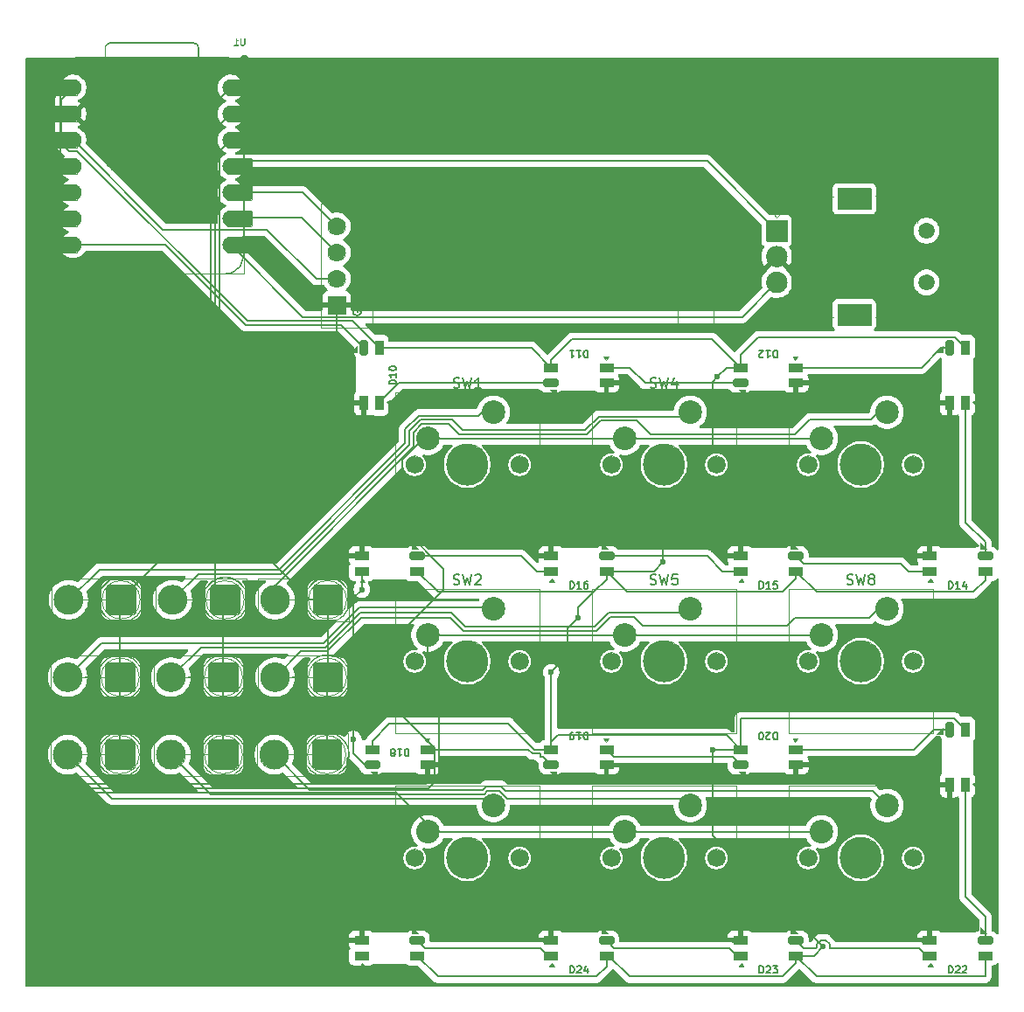
<source format=gto>
G04 #@! TF.GenerationSoftware,KiCad,Pcbnew,9.0.2*
G04 #@! TF.CreationDate,2025-06-22T22:41:04+03:00*
G04 #@! TF.ProjectId,macropad,6d616372-6f70-4616-942e-6b696361645f,rev?*
G04 #@! TF.SameCoordinates,Original*
G04 #@! TF.FileFunction,Legend,Top*
G04 #@! TF.FilePolarity,Positive*
%FSLAX46Y46*%
G04 Gerber Fmt 4.6, Leading zero omitted, Abs format (unit mm)*
G04 Created by KiCad (PCBNEW 9.0.2) date 2025-06-22 22:41:04*
%MOMM*%
%LPD*%
G01*
G04 APERTURE LIST*
G04 Aperture macros list*
%AMRoundRect*
0 Rectangle with rounded corners*
0 $1 Rounding radius*
0 $2 $3 $4 $5 $6 $7 $8 $9 X,Y pos of 4 corners*
0 Add a 4 corners polygon primitive as box body*
4,1,4,$2,$3,$4,$5,$6,$7,$8,$9,$2,$3,0*
0 Add four circle primitives for the rounded corners*
1,1,$1+$1,$2,$3*
1,1,$1+$1,$4,$5*
1,1,$1+$1,$6,$7*
1,1,$1+$1,$8,$9*
0 Add four rect primitives between the rounded corners*
20,1,$1+$1,$2,$3,$4,$5,0*
20,1,$1+$1,$4,$5,$6,$7,0*
20,1,$1+$1,$6,$7,$8,$9,0*
20,1,$1+$1,$8,$9,$2,$3,0*%
G04 Aperture macros list end*
%ADD10C,0.150000*%
%ADD11C,0.100000*%
%ADD12C,0.120000*%
%ADD13C,0.040000*%
%ADD14R,1.450000X0.820000*%
%ADD15RoundRect,0.205000X-0.520000X-0.205000X0.520000X-0.205000X0.520000X0.205000X-0.520000X0.205000X0*%
%ADD16C,1.700000*%
%ADD17C,4.000000*%
%ADD18C,2.200000*%
%ADD19RoundRect,0.205000X0.520000X0.205000X-0.520000X0.205000X-0.520000X-0.205000X0.520000X-0.205000X0*%
%ADD20R,0.820000X1.450000*%
%ADD21RoundRect,0.205000X0.205000X-0.520000X0.205000X0.520000X-0.205000X0.520000X-0.205000X-0.520000X0*%
%ADD22R,1.700000X1.700000*%
%ADD23O,1.700000X1.700000*%
%ADD24C,1.500000*%
%ADD25R,2.000000X2.000000*%
%ADD26C,2.000000*%
%ADD27R,3.200000X2.000000*%
%ADD28RoundRect,0.250001X1.149999X1.149999X-1.149999X1.149999X-1.149999X-1.149999X1.149999X-1.149999X0*%
%ADD29C,2.800000*%
%ADD30C,1.524000*%
G04 #@! TA.AperFunction,ComponentPad*
%ADD31C,2.200000*%
G04 #@! TD*
G04 #@! TA.AperFunction,ComponentPad*
%ADD32R,1.700000X1.700000*%
G04 #@! TD*
G04 #@! TA.AperFunction,ComponentPad*
%ADD33O,1.700000X1.700000*%
G04 #@! TD*
G04 #@! TA.AperFunction,ComponentPad*
%ADD34C,1.500000*%
G04 #@! TD*
G04 #@! TA.AperFunction,ComponentPad*
%ADD35R,2.000000X2.000000*%
G04 #@! TD*
G04 #@! TA.AperFunction,ComponentPad*
%ADD36C,2.000000*%
G04 #@! TD*
G04 #@! TA.AperFunction,ComponentPad*
%ADD37R,3.200000X2.000000*%
G04 #@! TD*
G04 #@! TA.AperFunction,ComponentPad*
%ADD38RoundRect,0.250001X1.149999X1.149999X-1.149999X1.149999X-1.149999X-1.149999X1.149999X-1.149999X0*%
G04 #@! TD*
G04 #@! TA.AperFunction,ComponentPad*
%ADD39C,2.800000*%
G04 #@! TD*
G04 #@! TA.AperFunction,SMDPad,CuDef*
%ADD40RoundRect,0.152400X-1.063600X-0.609600X1.063600X-0.609600X1.063600X0.609600X-1.063600X0.609600X0*%
G04 #@! TD*
G04 #@! TA.AperFunction,ComponentPad*
%ADD41C,1.524000*%
G04 #@! TD*
G04 #@! TA.AperFunction,SMDPad,CuDef*
%ADD42RoundRect,0.152400X1.063600X0.609600X-1.063600X0.609600X-1.063600X-0.609600X1.063600X-0.609600X0*%
G04 #@! TD*
G04 #@! TA.AperFunction,ViaPad*
%ADD43C,0.600000*%
G04 #@! TD*
G04 #@! TA.AperFunction,Conductor*
%ADD44C,0.200000*%
G04 #@! TD*
%ADD45RoundRect,0.152400X-1.063600X-0.609600X1.063600X-0.609600X1.063600X0.609600X-1.063600X0.609600X0*%
%ADD46RoundRect,0.152400X1.063600X0.609600X-1.063600X0.609600X-1.063600X-0.609600X1.063600X-0.609600X0*%
%ADD47C,0.050000*%
%ADD48C,0.101600*%
%ADD49C,0.504000*%
%ADD50C,0.061111*%
%ADD51C,0.047222*%
%ADD52C,0.055556*%
%ADD53C,0.088889*%
%ADD54C,0.077778*%
%ADD55C,0.100000*%
G04 #@! TD*
%ADD56C,0.067556*%
%ADD57C,0.042333*%
G04 #@! TA.AperFunction,SMDPad,CuDef*
%ADD58R,1.450000X0.820000*%
G04 #@! TD*
G04 #@! TA.AperFunction,SMDPad,CuDef*
%ADD59RoundRect,0.205000X-0.520000X-0.205000X0.520000X-0.205000X0.520000X0.205000X-0.520000X0.205000X0*%
G04 #@! TD*
G04 #@! TA.AperFunction,SMDPad,CuDef*
%ADD60RoundRect,0.205000X0.520000X0.205000X-0.520000X0.205000X-0.520000X-0.205000X0.520000X-0.205000X0*%
G04 #@! TD*
G04 #@! TA.AperFunction,SMDPad,CuDef*
%ADD61R,0.820000X1.450000*%
G04 #@! TD*
G04 #@! TA.AperFunction,SMDPad,CuDef*
%ADD62RoundRect,0.205000X0.205000X-0.520000X0.205000X0.520000X-0.205000X0.520000X-0.205000X-0.520000X0*%
G04 #@! TD*
G04 APERTURE END LIST*
D10*
X160483332Y-141666033D02*
X160483332Y-140966033D01*
X160483332Y-140966033D02*
X160649999Y-140966033D01*
X160649999Y-140966033D02*
X160749999Y-140999366D01*
X160749999Y-140999366D02*
X160816666Y-141066033D01*
X160816666Y-141066033D02*
X160849999Y-141132700D01*
X160849999Y-141132700D02*
X160883332Y-141266033D01*
X160883332Y-141266033D02*
X160883332Y-141366033D01*
X160883332Y-141366033D02*
X160849999Y-141499366D01*
X160849999Y-141499366D02*
X160816666Y-141566033D01*
X160816666Y-141566033D02*
X160749999Y-141632700D01*
X160749999Y-141632700D02*
X160649999Y-141666033D01*
X160649999Y-141666033D02*
X160483332Y-141666033D01*
X161149999Y-141032700D02*
X161183332Y-140999366D01*
X161183332Y-140999366D02*
X161249999Y-140966033D01*
X161249999Y-140966033D02*
X161416666Y-140966033D01*
X161416666Y-140966033D02*
X161483332Y-140999366D01*
X161483332Y-140999366D02*
X161516666Y-141032700D01*
X161516666Y-141032700D02*
X161549999Y-141099366D01*
X161549999Y-141099366D02*
X161549999Y-141166033D01*
X161549999Y-141166033D02*
X161516666Y-141266033D01*
X161516666Y-141266033D02*
X161116666Y-141666033D01*
X161116666Y-141666033D02*
X161549999Y-141666033D01*
X162149999Y-141199366D02*
X162149999Y-141666033D01*
X161983333Y-140932700D02*
X161816666Y-141432700D01*
X161816666Y-141432700D02*
X162249999Y-141432700D01*
X178816666Y-104416033D02*
X178816666Y-103716033D01*
X178816666Y-103716033D02*
X178983333Y-103716033D01*
X178983333Y-103716033D02*
X179083333Y-103749366D01*
X179083333Y-103749366D02*
X179150000Y-103816033D01*
X179150000Y-103816033D02*
X179183333Y-103882700D01*
X179183333Y-103882700D02*
X179216666Y-104016033D01*
X179216666Y-104016033D02*
X179216666Y-104116033D01*
X179216666Y-104116033D02*
X179183333Y-104249366D01*
X179183333Y-104249366D02*
X179150000Y-104316033D01*
X179150000Y-104316033D02*
X179083333Y-104382700D01*
X179083333Y-104382700D02*
X178983333Y-104416033D01*
X178983333Y-104416033D02*
X178816666Y-104416033D01*
X179883333Y-104416033D02*
X179483333Y-104416033D01*
X179683333Y-104416033D02*
X179683333Y-103716033D01*
X179683333Y-103716033D02*
X179616666Y-103816033D01*
X179616666Y-103816033D02*
X179550000Y-103882700D01*
X179550000Y-103882700D02*
X179483333Y-103916033D01*
X180516667Y-103716033D02*
X180183333Y-103716033D01*
X180183333Y-103716033D02*
X180150000Y-104049366D01*
X180150000Y-104049366D02*
X180183333Y-104016033D01*
X180183333Y-104016033D02*
X180250000Y-103982700D01*
X180250000Y-103982700D02*
X180416667Y-103982700D01*
X180416667Y-103982700D02*
X180483333Y-104016033D01*
X180483333Y-104016033D02*
X180516667Y-104049366D01*
X180516667Y-104049366D02*
X180550000Y-104116033D01*
X180550000Y-104116033D02*
X180550000Y-104282700D01*
X180550000Y-104282700D02*
X180516667Y-104349366D01*
X180516667Y-104349366D02*
X180483333Y-104382700D01*
X180483333Y-104382700D02*
X180416667Y-104416033D01*
X180416667Y-104416033D02*
X180250000Y-104416033D01*
X180250000Y-104416033D02*
X180183333Y-104382700D01*
X180183333Y-104382700D02*
X180150000Y-104349366D01*
X168246667Y-84933200D02*
X168389524Y-84980819D01*
X168389524Y-84980819D02*
X168627619Y-84980819D01*
X168627619Y-84980819D02*
X168722857Y-84933200D01*
X168722857Y-84933200D02*
X168770476Y-84885580D01*
X168770476Y-84885580D02*
X168818095Y-84790342D01*
X168818095Y-84790342D02*
X168818095Y-84695104D01*
X168818095Y-84695104D02*
X168770476Y-84599866D01*
X168770476Y-84599866D02*
X168722857Y-84552247D01*
X168722857Y-84552247D02*
X168627619Y-84504628D01*
X168627619Y-84504628D02*
X168437143Y-84457009D01*
X168437143Y-84457009D02*
X168341905Y-84409390D01*
X168341905Y-84409390D02*
X168294286Y-84361771D01*
X168294286Y-84361771D02*
X168246667Y-84266533D01*
X168246667Y-84266533D02*
X168246667Y-84171295D01*
X168246667Y-84171295D02*
X168294286Y-84076057D01*
X168294286Y-84076057D02*
X168341905Y-84028438D01*
X168341905Y-84028438D02*
X168437143Y-83980819D01*
X168437143Y-83980819D02*
X168675238Y-83980819D01*
X168675238Y-83980819D02*
X168818095Y-84028438D01*
X169151429Y-83980819D02*
X169389524Y-84980819D01*
X169389524Y-84980819D02*
X169580000Y-84266533D01*
X169580000Y-84266533D02*
X169770476Y-84980819D01*
X169770476Y-84980819D02*
X170008572Y-83980819D01*
X170818095Y-84314152D02*
X170818095Y-84980819D01*
X170580000Y-83933200D02*
X170341905Y-84647485D01*
X170341905Y-84647485D02*
X170960952Y-84647485D01*
X162183333Y-81333966D02*
X162183333Y-82033966D01*
X162183333Y-82033966D02*
X162016666Y-82033966D01*
X162016666Y-82033966D02*
X161916666Y-82000633D01*
X161916666Y-82000633D02*
X161850000Y-81933966D01*
X161850000Y-81933966D02*
X161816666Y-81867300D01*
X161816666Y-81867300D02*
X161783333Y-81733966D01*
X161783333Y-81733966D02*
X161783333Y-81633966D01*
X161783333Y-81633966D02*
X161816666Y-81500633D01*
X161816666Y-81500633D02*
X161850000Y-81433966D01*
X161850000Y-81433966D02*
X161916666Y-81367300D01*
X161916666Y-81367300D02*
X162016666Y-81333966D01*
X162016666Y-81333966D02*
X162183333Y-81333966D01*
X161116666Y-81333966D02*
X161516666Y-81333966D01*
X161316666Y-81333966D02*
X161316666Y-82033966D01*
X161316666Y-82033966D02*
X161383333Y-81933966D01*
X161383333Y-81933966D02*
X161450000Y-81867300D01*
X161450000Y-81867300D02*
X161516666Y-81833966D01*
X160449999Y-81333966D02*
X160849999Y-81333966D01*
X160649999Y-81333966D02*
X160649999Y-82033966D01*
X160649999Y-82033966D02*
X160716666Y-81933966D01*
X160716666Y-81933966D02*
X160783333Y-81867300D01*
X160783333Y-81867300D02*
X160849999Y-81833966D01*
X142149999Y-141666033D02*
X142149999Y-140966033D01*
X142149999Y-140966033D02*
X142316666Y-140966033D01*
X142316666Y-140966033D02*
X142416666Y-140999366D01*
X142416666Y-140999366D02*
X142483333Y-141066033D01*
X142483333Y-141066033D02*
X142516666Y-141132700D01*
X142516666Y-141132700D02*
X142549999Y-141266033D01*
X142549999Y-141266033D02*
X142549999Y-141366033D01*
X142549999Y-141366033D02*
X142516666Y-141499366D01*
X142516666Y-141499366D02*
X142483333Y-141566033D01*
X142483333Y-141566033D02*
X142416666Y-141632700D01*
X142416666Y-141632700D02*
X142316666Y-141666033D01*
X142316666Y-141666033D02*
X142149999Y-141666033D01*
X142816666Y-141032700D02*
X142849999Y-140999366D01*
X142849999Y-140999366D02*
X142916666Y-140966033D01*
X142916666Y-140966033D02*
X143083333Y-140966033D01*
X143083333Y-140966033D02*
X143149999Y-140999366D01*
X143149999Y-140999366D02*
X143183333Y-141032700D01*
X143183333Y-141032700D02*
X143216666Y-141099366D01*
X143216666Y-141099366D02*
X143216666Y-141166033D01*
X143216666Y-141166033D02*
X143183333Y-141266033D01*
X143183333Y-141266033D02*
X142783333Y-141666033D01*
X142783333Y-141666033D02*
X143216666Y-141666033D01*
X143850000Y-140966033D02*
X143516666Y-140966033D01*
X143516666Y-140966033D02*
X143483333Y-141299366D01*
X143483333Y-141299366D02*
X143516666Y-141266033D01*
X143516666Y-141266033D02*
X143583333Y-141232700D01*
X143583333Y-141232700D02*
X143750000Y-141232700D01*
X143750000Y-141232700D02*
X143816666Y-141266033D01*
X143816666Y-141266033D02*
X143850000Y-141299366D01*
X143850000Y-141299366D02*
X143883333Y-141366033D01*
X143883333Y-141366033D02*
X143883333Y-141532700D01*
X143883333Y-141532700D02*
X143850000Y-141599366D01*
X143850000Y-141599366D02*
X143816666Y-141632700D01*
X143816666Y-141632700D02*
X143750000Y-141666033D01*
X143750000Y-141666033D02*
X143583333Y-141666033D01*
X143583333Y-141666033D02*
X143516666Y-141632700D01*
X143516666Y-141632700D02*
X143483333Y-141599366D01*
X149196667Y-84933200D02*
X149339524Y-84980819D01*
X149339524Y-84980819D02*
X149577619Y-84980819D01*
X149577619Y-84980819D02*
X149672857Y-84933200D01*
X149672857Y-84933200D02*
X149720476Y-84885580D01*
X149720476Y-84885580D02*
X149768095Y-84790342D01*
X149768095Y-84790342D02*
X149768095Y-84695104D01*
X149768095Y-84695104D02*
X149720476Y-84599866D01*
X149720476Y-84599866D02*
X149672857Y-84552247D01*
X149672857Y-84552247D02*
X149577619Y-84504628D01*
X149577619Y-84504628D02*
X149387143Y-84457009D01*
X149387143Y-84457009D02*
X149291905Y-84409390D01*
X149291905Y-84409390D02*
X149244286Y-84361771D01*
X149244286Y-84361771D02*
X149196667Y-84266533D01*
X149196667Y-84266533D02*
X149196667Y-84171295D01*
X149196667Y-84171295D02*
X149244286Y-84076057D01*
X149244286Y-84076057D02*
X149291905Y-84028438D01*
X149291905Y-84028438D02*
X149387143Y-83980819D01*
X149387143Y-83980819D02*
X149625238Y-83980819D01*
X149625238Y-83980819D02*
X149768095Y-84028438D01*
X150101429Y-83980819D02*
X150339524Y-84980819D01*
X150339524Y-84980819D02*
X150530000Y-84266533D01*
X150530000Y-84266533D02*
X150720476Y-84980819D01*
X150720476Y-84980819D02*
X150958572Y-83980819D01*
X151863333Y-84980819D02*
X151291905Y-84980819D01*
X151577619Y-84980819D02*
X151577619Y-83980819D01*
X151577619Y-83980819D02*
X151482381Y-84123676D01*
X151482381Y-84123676D02*
X151387143Y-84218914D01*
X151387143Y-84218914D02*
X151291905Y-84266533D01*
X162183333Y-118333966D02*
X162183333Y-119033966D01*
X162183333Y-119033966D02*
X162016666Y-119033966D01*
X162016666Y-119033966D02*
X161916666Y-119000633D01*
X161916666Y-119000633D02*
X161850000Y-118933966D01*
X161850000Y-118933966D02*
X161816666Y-118867300D01*
X161816666Y-118867300D02*
X161783333Y-118733966D01*
X161783333Y-118733966D02*
X161783333Y-118633966D01*
X161783333Y-118633966D02*
X161816666Y-118500633D01*
X161816666Y-118500633D02*
X161850000Y-118433966D01*
X161850000Y-118433966D02*
X161916666Y-118367300D01*
X161916666Y-118367300D02*
X162016666Y-118333966D01*
X162016666Y-118333966D02*
X162183333Y-118333966D01*
X161116666Y-118333966D02*
X161516666Y-118333966D01*
X161316666Y-118333966D02*
X161316666Y-119033966D01*
X161316666Y-119033966D02*
X161383333Y-118933966D01*
X161383333Y-118933966D02*
X161450000Y-118867300D01*
X161450000Y-118867300D02*
X161516666Y-118833966D01*
X160783333Y-118333966D02*
X160649999Y-118333966D01*
X160649999Y-118333966D02*
X160583333Y-118367300D01*
X160583333Y-118367300D02*
X160549999Y-118400633D01*
X160549999Y-118400633D02*
X160483333Y-118500633D01*
X160483333Y-118500633D02*
X160449999Y-118633966D01*
X160449999Y-118633966D02*
X160449999Y-118900633D01*
X160449999Y-118900633D02*
X160483333Y-118967300D01*
X160483333Y-118967300D02*
X160516666Y-119000633D01*
X160516666Y-119000633D02*
X160583333Y-119033966D01*
X160583333Y-119033966D02*
X160716666Y-119033966D01*
X160716666Y-119033966D02*
X160783333Y-119000633D01*
X160783333Y-119000633D02*
X160816666Y-118967300D01*
X160816666Y-118967300D02*
X160849999Y-118900633D01*
X160849999Y-118900633D02*
X160849999Y-118733966D01*
X160849999Y-118733966D02*
X160816666Y-118667300D01*
X160816666Y-118667300D02*
X160783333Y-118633966D01*
X160783333Y-118633966D02*
X160716666Y-118600633D01*
X160716666Y-118600633D02*
X160583333Y-118600633D01*
X160583333Y-118600633D02*
X160516666Y-118633966D01*
X160516666Y-118633966D02*
X160483333Y-118667300D01*
X160483333Y-118667300D02*
X160449999Y-118733966D01*
X197149999Y-141666033D02*
X197149999Y-140966033D01*
X197149999Y-140966033D02*
X197316666Y-140966033D01*
X197316666Y-140966033D02*
X197416666Y-140999366D01*
X197416666Y-140999366D02*
X197483333Y-141066033D01*
X197483333Y-141066033D02*
X197516666Y-141132700D01*
X197516666Y-141132700D02*
X197549999Y-141266033D01*
X197549999Y-141266033D02*
X197549999Y-141366033D01*
X197549999Y-141366033D02*
X197516666Y-141499366D01*
X197516666Y-141499366D02*
X197483333Y-141566033D01*
X197483333Y-141566033D02*
X197416666Y-141632700D01*
X197416666Y-141632700D02*
X197316666Y-141666033D01*
X197316666Y-141666033D02*
X197149999Y-141666033D01*
X197816666Y-141032700D02*
X197849999Y-140999366D01*
X197849999Y-140999366D02*
X197916666Y-140966033D01*
X197916666Y-140966033D02*
X198083333Y-140966033D01*
X198083333Y-140966033D02*
X198149999Y-140999366D01*
X198149999Y-140999366D02*
X198183333Y-141032700D01*
X198183333Y-141032700D02*
X198216666Y-141099366D01*
X198216666Y-141099366D02*
X198216666Y-141166033D01*
X198216666Y-141166033D02*
X198183333Y-141266033D01*
X198183333Y-141266033D02*
X197783333Y-141666033D01*
X197783333Y-141666033D02*
X198216666Y-141666033D01*
X198483333Y-141032700D02*
X198516666Y-140999366D01*
X198516666Y-140999366D02*
X198583333Y-140966033D01*
X198583333Y-140966033D02*
X198750000Y-140966033D01*
X198750000Y-140966033D02*
X198816666Y-140999366D01*
X198816666Y-140999366D02*
X198850000Y-141032700D01*
X198850000Y-141032700D02*
X198883333Y-141099366D01*
X198883333Y-141099366D02*
X198883333Y-141166033D01*
X198883333Y-141166033D02*
X198850000Y-141266033D01*
X198850000Y-141266033D02*
X198450000Y-141666033D01*
X198450000Y-141666033D02*
X198883333Y-141666033D01*
X180516667Y-118333966D02*
X180516667Y-119033966D01*
X180516667Y-119033966D02*
X180350000Y-119033966D01*
X180350000Y-119033966D02*
X180250000Y-119000633D01*
X180250000Y-119000633D02*
X180183334Y-118933966D01*
X180183334Y-118933966D02*
X180150000Y-118867300D01*
X180150000Y-118867300D02*
X180116667Y-118733966D01*
X180116667Y-118733966D02*
X180116667Y-118633966D01*
X180116667Y-118633966D02*
X180150000Y-118500633D01*
X180150000Y-118500633D02*
X180183334Y-118433966D01*
X180183334Y-118433966D02*
X180250000Y-118367300D01*
X180250000Y-118367300D02*
X180350000Y-118333966D01*
X180350000Y-118333966D02*
X180516667Y-118333966D01*
X179850000Y-118967300D02*
X179816667Y-119000633D01*
X179816667Y-119000633D02*
X179750000Y-119033966D01*
X179750000Y-119033966D02*
X179583334Y-119033966D01*
X179583334Y-119033966D02*
X179516667Y-119000633D01*
X179516667Y-119000633D02*
X179483334Y-118967300D01*
X179483334Y-118967300D02*
X179450000Y-118900633D01*
X179450000Y-118900633D02*
X179450000Y-118833966D01*
X179450000Y-118833966D02*
X179483334Y-118733966D01*
X179483334Y-118733966D02*
X179883334Y-118333966D01*
X179883334Y-118333966D02*
X179450000Y-118333966D01*
X179016667Y-119033966D02*
X178950000Y-119033966D01*
X178950000Y-119033966D02*
X178883333Y-119000633D01*
X178883333Y-119000633D02*
X178850000Y-118967300D01*
X178850000Y-118967300D02*
X178816667Y-118900633D01*
X178816667Y-118900633D02*
X178783333Y-118767300D01*
X178783333Y-118767300D02*
X178783333Y-118600633D01*
X178783333Y-118600633D02*
X178816667Y-118467300D01*
X178816667Y-118467300D02*
X178850000Y-118400633D01*
X178850000Y-118400633D02*
X178883333Y-118367300D01*
X178883333Y-118367300D02*
X178950000Y-118333966D01*
X178950000Y-118333966D02*
X179016667Y-118333966D01*
X179016667Y-118333966D02*
X179083333Y-118367300D01*
X179083333Y-118367300D02*
X179116667Y-118400633D01*
X179116667Y-118400633D02*
X179150000Y-118467300D01*
X179150000Y-118467300D02*
X179183333Y-118600633D01*
X179183333Y-118600633D02*
X179183333Y-118767300D01*
X179183333Y-118767300D02*
X179150000Y-118900633D01*
X179150000Y-118900633D02*
X179116667Y-118967300D01*
X179116667Y-118967300D02*
X179083333Y-119000633D01*
X179083333Y-119000633D02*
X179016667Y-119033966D01*
X168246667Y-123033200D02*
X168389524Y-123080819D01*
X168389524Y-123080819D02*
X168627619Y-123080819D01*
X168627619Y-123080819D02*
X168722857Y-123033200D01*
X168722857Y-123033200D02*
X168770476Y-122985580D01*
X168770476Y-122985580D02*
X168818095Y-122890342D01*
X168818095Y-122890342D02*
X168818095Y-122795104D01*
X168818095Y-122795104D02*
X168770476Y-122699866D01*
X168770476Y-122699866D02*
X168722857Y-122652247D01*
X168722857Y-122652247D02*
X168627619Y-122604628D01*
X168627619Y-122604628D02*
X168437143Y-122557009D01*
X168437143Y-122557009D02*
X168341905Y-122509390D01*
X168341905Y-122509390D02*
X168294286Y-122461771D01*
X168294286Y-122461771D02*
X168246667Y-122366533D01*
X168246667Y-122366533D02*
X168246667Y-122271295D01*
X168246667Y-122271295D02*
X168294286Y-122176057D01*
X168294286Y-122176057D02*
X168341905Y-122128438D01*
X168341905Y-122128438D02*
X168437143Y-122080819D01*
X168437143Y-122080819D02*
X168675238Y-122080819D01*
X168675238Y-122080819D02*
X168818095Y-122128438D01*
X169151429Y-122080819D02*
X169389524Y-123080819D01*
X169389524Y-123080819D02*
X169580000Y-122366533D01*
X169580000Y-122366533D02*
X169770476Y-123080819D01*
X169770476Y-123080819D02*
X170008572Y-122080819D01*
X170818095Y-122080819D02*
X170627619Y-122080819D01*
X170627619Y-122080819D02*
X170532381Y-122128438D01*
X170532381Y-122128438D02*
X170484762Y-122176057D01*
X170484762Y-122176057D02*
X170389524Y-122318914D01*
X170389524Y-122318914D02*
X170341905Y-122509390D01*
X170341905Y-122509390D02*
X170341905Y-122890342D01*
X170341905Y-122890342D02*
X170389524Y-122985580D01*
X170389524Y-122985580D02*
X170437143Y-123033200D01*
X170437143Y-123033200D02*
X170532381Y-123080819D01*
X170532381Y-123080819D02*
X170722857Y-123080819D01*
X170722857Y-123080819D02*
X170818095Y-123033200D01*
X170818095Y-123033200D02*
X170865714Y-122985580D01*
X170865714Y-122985580D02*
X170913333Y-122890342D01*
X170913333Y-122890342D02*
X170913333Y-122652247D01*
X170913333Y-122652247D02*
X170865714Y-122557009D01*
X170865714Y-122557009D02*
X170818095Y-122509390D01*
X170818095Y-122509390D02*
X170722857Y-122461771D01*
X170722857Y-122461771D02*
X170532381Y-122461771D01*
X170532381Y-122461771D02*
X170437143Y-122509390D01*
X170437143Y-122509390D02*
X170389524Y-122557009D01*
X170389524Y-122557009D02*
X170341905Y-122652247D01*
X144850000Y-119933966D02*
X144850000Y-120633966D01*
X144850000Y-120633966D02*
X144683333Y-120633966D01*
X144683333Y-120633966D02*
X144583333Y-120600633D01*
X144583333Y-120600633D02*
X144516667Y-120533966D01*
X144516667Y-120533966D02*
X144483333Y-120467300D01*
X144483333Y-120467300D02*
X144450000Y-120333966D01*
X144450000Y-120333966D02*
X144450000Y-120233966D01*
X144450000Y-120233966D02*
X144483333Y-120100633D01*
X144483333Y-120100633D02*
X144516667Y-120033966D01*
X144516667Y-120033966D02*
X144583333Y-119967300D01*
X144583333Y-119967300D02*
X144683333Y-119933966D01*
X144683333Y-119933966D02*
X144850000Y-119933966D01*
X143783333Y-119933966D02*
X144183333Y-119933966D01*
X143983333Y-119933966D02*
X143983333Y-120633966D01*
X143983333Y-120633966D02*
X144050000Y-120533966D01*
X144050000Y-120533966D02*
X144116667Y-120467300D01*
X144116667Y-120467300D02*
X144183333Y-120433966D01*
X143383333Y-120333966D02*
X143450000Y-120367300D01*
X143450000Y-120367300D02*
X143483333Y-120400633D01*
X143483333Y-120400633D02*
X143516666Y-120467300D01*
X143516666Y-120467300D02*
X143516666Y-120500633D01*
X143516666Y-120500633D02*
X143483333Y-120567300D01*
X143483333Y-120567300D02*
X143450000Y-120600633D01*
X143450000Y-120600633D02*
X143383333Y-120633966D01*
X143383333Y-120633966D02*
X143250000Y-120633966D01*
X143250000Y-120633966D02*
X143183333Y-120600633D01*
X143183333Y-120600633D02*
X143150000Y-120567300D01*
X143150000Y-120567300D02*
X143116666Y-120500633D01*
X143116666Y-120500633D02*
X143116666Y-120467300D01*
X143116666Y-120467300D02*
X143150000Y-120400633D01*
X143150000Y-120400633D02*
X143183333Y-120367300D01*
X143183333Y-120367300D02*
X143250000Y-120333966D01*
X143250000Y-120333966D02*
X143383333Y-120333966D01*
X143383333Y-120333966D02*
X143450000Y-120300633D01*
X143450000Y-120300633D02*
X143483333Y-120267300D01*
X143483333Y-120267300D02*
X143516666Y-120200633D01*
X143516666Y-120200633D02*
X143516666Y-120067300D01*
X143516666Y-120067300D02*
X143483333Y-120000633D01*
X143483333Y-120000633D02*
X143450000Y-119967300D01*
X143450000Y-119967300D02*
X143383333Y-119933966D01*
X143383333Y-119933966D02*
X143250000Y-119933966D01*
X143250000Y-119933966D02*
X143183333Y-119967300D01*
X143183333Y-119967300D02*
X143150000Y-120000633D01*
X143150000Y-120000633D02*
X143116666Y-120067300D01*
X143116666Y-120067300D02*
X143116666Y-120200633D01*
X143116666Y-120200633D02*
X143150000Y-120267300D01*
X143150000Y-120267300D02*
X143183333Y-120300633D01*
X143183333Y-120300633D02*
X143250000Y-120333966D01*
X180516667Y-81333966D02*
X180516667Y-82033966D01*
X180516667Y-82033966D02*
X180350000Y-82033966D01*
X180350000Y-82033966D02*
X180250000Y-82000633D01*
X180250000Y-82000633D02*
X180183334Y-81933966D01*
X180183334Y-81933966D02*
X180150000Y-81867300D01*
X180150000Y-81867300D02*
X180116667Y-81733966D01*
X180116667Y-81733966D02*
X180116667Y-81633966D01*
X180116667Y-81633966D02*
X180150000Y-81500633D01*
X180150000Y-81500633D02*
X180183334Y-81433966D01*
X180183334Y-81433966D02*
X180250000Y-81367300D01*
X180250000Y-81367300D02*
X180350000Y-81333966D01*
X180350000Y-81333966D02*
X180516667Y-81333966D01*
X179450000Y-81333966D02*
X179850000Y-81333966D01*
X179650000Y-81333966D02*
X179650000Y-82033966D01*
X179650000Y-82033966D02*
X179716667Y-81933966D01*
X179716667Y-81933966D02*
X179783334Y-81867300D01*
X179783334Y-81867300D02*
X179850000Y-81833966D01*
X179183333Y-81967300D02*
X179150000Y-82000633D01*
X179150000Y-82000633D02*
X179083333Y-82033966D01*
X179083333Y-82033966D02*
X178916667Y-82033966D01*
X178916667Y-82033966D02*
X178850000Y-82000633D01*
X178850000Y-82000633D02*
X178816667Y-81967300D01*
X178816667Y-81967300D02*
X178783333Y-81900633D01*
X178783333Y-81900633D02*
X178783333Y-81833966D01*
X178783333Y-81833966D02*
X178816667Y-81733966D01*
X178816667Y-81733966D02*
X179216667Y-81333966D01*
X179216667Y-81333966D02*
X178783333Y-81333966D01*
X143666033Y-84600000D02*
X142966033Y-84600000D01*
X142966033Y-84600000D02*
X142966033Y-84433333D01*
X142966033Y-84433333D02*
X142999366Y-84333333D01*
X142999366Y-84333333D02*
X143066033Y-84266667D01*
X143066033Y-84266667D02*
X143132700Y-84233333D01*
X143132700Y-84233333D02*
X143266033Y-84200000D01*
X143266033Y-84200000D02*
X143366033Y-84200000D01*
X143366033Y-84200000D02*
X143499366Y-84233333D01*
X143499366Y-84233333D02*
X143566033Y-84266667D01*
X143566033Y-84266667D02*
X143632700Y-84333333D01*
X143632700Y-84333333D02*
X143666033Y-84433333D01*
X143666033Y-84433333D02*
X143666033Y-84600000D01*
X143666033Y-83533333D02*
X143666033Y-83933333D01*
X143666033Y-83733333D02*
X142966033Y-83733333D01*
X142966033Y-83733333D02*
X143066033Y-83800000D01*
X143066033Y-83800000D02*
X143132700Y-83866667D01*
X143132700Y-83866667D02*
X143166033Y-83933333D01*
X142966033Y-83100000D02*
X142966033Y-83033333D01*
X142966033Y-83033333D02*
X142999366Y-82966666D01*
X142999366Y-82966666D02*
X143032700Y-82933333D01*
X143032700Y-82933333D02*
X143099366Y-82900000D01*
X143099366Y-82900000D02*
X143232700Y-82866666D01*
X143232700Y-82866666D02*
X143399366Y-82866666D01*
X143399366Y-82866666D02*
X143532700Y-82900000D01*
X143532700Y-82900000D02*
X143599366Y-82933333D01*
X143599366Y-82933333D02*
X143632700Y-82966666D01*
X143632700Y-82966666D02*
X143666033Y-83033333D01*
X143666033Y-83033333D02*
X143666033Y-83100000D01*
X143666033Y-83100000D02*
X143632700Y-83166666D01*
X143632700Y-83166666D02*
X143599366Y-83200000D01*
X143599366Y-83200000D02*
X143532700Y-83233333D01*
X143532700Y-83233333D02*
X143399366Y-83266666D01*
X143399366Y-83266666D02*
X143232700Y-83266666D01*
X143232700Y-83266666D02*
X143099366Y-83233333D01*
X143099366Y-83233333D02*
X143032700Y-83200000D01*
X143032700Y-83200000D02*
X142999366Y-83166666D01*
X142999366Y-83166666D02*
X142966033Y-83100000D01*
X168246667Y-103983200D02*
X168389524Y-104030819D01*
X168389524Y-104030819D02*
X168627619Y-104030819D01*
X168627619Y-104030819D02*
X168722857Y-103983200D01*
X168722857Y-103983200D02*
X168770476Y-103935580D01*
X168770476Y-103935580D02*
X168818095Y-103840342D01*
X168818095Y-103840342D02*
X168818095Y-103745104D01*
X168818095Y-103745104D02*
X168770476Y-103649866D01*
X168770476Y-103649866D02*
X168722857Y-103602247D01*
X168722857Y-103602247D02*
X168627619Y-103554628D01*
X168627619Y-103554628D02*
X168437143Y-103507009D01*
X168437143Y-103507009D02*
X168341905Y-103459390D01*
X168341905Y-103459390D02*
X168294286Y-103411771D01*
X168294286Y-103411771D02*
X168246667Y-103316533D01*
X168246667Y-103316533D02*
X168246667Y-103221295D01*
X168246667Y-103221295D02*
X168294286Y-103126057D01*
X168294286Y-103126057D02*
X168341905Y-103078438D01*
X168341905Y-103078438D02*
X168437143Y-103030819D01*
X168437143Y-103030819D02*
X168675238Y-103030819D01*
X168675238Y-103030819D02*
X168818095Y-103078438D01*
X169151429Y-103030819D02*
X169389524Y-104030819D01*
X169389524Y-104030819D02*
X169580000Y-103316533D01*
X169580000Y-103316533D02*
X169770476Y-104030819D01*
X169770476Y-104030819D02*
X170008572Y-103030819D01*
X170865714Y-103030819D02*
X170389524Y-103030819D01*
X170389524Y-103030819D02*
X170341905Y-103507009D01*
X170341905Y-103507009D02*
X170389524Y-103459390D01*
X170389524Y-103459390D02*
X170484762Y-103411771D01*
X170484762Y-103411771D02*
X170722857Y-103411771D01*
X170722857Y-103411771D02*
X170818095Y-103459390D01*
X170818095Y-103459390D02*
X170865714Y-103507009D01*
X170865714Y-103507009D02*
X170913333Y-103602247D01*
X170913333Y-103602247D02*
X170913333Y-103840342D01*
X170913333Y-103840342D02*
X170865714Y-103935580D01*
X170865714Y-103935580D02*
X170818095Y-103983200D01*
X170818095Y-103983200D02*
X170722857Y-104030819D01*
X170722857Y-104030819D02*
X170484762Y-104030819D01*
X170484762Y-104030819D02*
X170389524Y-103983200D01*
X170389524Y-103983200D02*
X170341905Y-103935580D01*
X149196667Y-103983200D02*
X149339524Y-104030819D01*
X149339524Y-104030819D02*
X149577619Y-104030819D01*
X149577619Y-104030819D02*
X149672857Y-103983200D01*
X149672857Y-103983200D02*
X149720476Y-103935580D01*
X149720476Y-103935580D02*
X149768095Y-103840342D01*
X149768095Y-103840342D02*
X149768095Y-103745104D01*
X149768095Y-103745104D02*
X149720476Y-103649866D01*
X149720476Y-103649866D02*
X149672857Y-103602247D01*
X149672857Y-103602247D02*
X149577619Y-103554628D01*
X149577619Y-103554628D02*
X149387143Y-103507009D01*
X149387143Y-103507009D02*
X149291905Y-103459390D01*
X149291905Y-103459390D02*
X149244286Y-103411771D01*
X149244286Y-103411771D02*
X149196667Y-103316533D01*
X149196667Y-103316533D02*
X149196667Y-103221295D01*
X149196667Y-103221295D02*
X149244286Y-103126057D01*
X149244286Y-103126057D02*
X149291905Y-103078438D01*
X149291905Y-103078438D02*
X149387143Y-103030819D01*
X149387143Y-103030819D02*
X149625238Y-103030819D01*
X149625238Y-103030819D02*
X149768095Y-103078438D01*
X150101429Y-103030819D02*
X150339524Y-104030819D01*
X150339524Y-104030819D02*
X150530000Y-103316533D01*
X150530000Y-103316533D02*
X150720476Y-104030819D01*
X150720476Y-104030819D02*
X150958572Y-103030819D01*
X151291905Y-103126057D02*
X151339524Y-103078438D01*
X151339524Y-103078438D02*
X151434762Y-103030819D01*
X151434762Y-103030819D02*
X151672857Y-103030819D01*
X151672857Y-103030819D02*
X151768095Y-103078438D01*
X151768095Y-103078438D02*
X151815714Y-103126057D01*
X151815714Y-103126057D02*
X151863333Y-103221295D01*
X151863333Y-103221295D02*
X151863333Y-103316533D01*
X151863333Y-103316533D02*
X151815714Y-103459390D01*
X151815714Y-103459390D02*
X151244286Y-104030819D01*
X151244286Y-104030819D02*
X151863333Y-104030819D01*
X178816666Y-141666033D02*
X178816666Y-140966033D01*
X178816666Y-140966033D02*
X178983333Y-140966033D01*
X178983333Y-140966033D02*
X179083333Y-140999366D01*
X179083333Y-140999366D02*
X179150000Y-141066033D01*
X179150000Y-141066033D02*
X179183333Y-141132700D01*
X179183333Y-141132700D02*
X179216666Y-141266033D01*
X179216666Y-141266033D02*
X179216666Y-141366033D01*
X179216666Y-141366033D02*
X179183333Y-141499366D01*
X179183333Y-141499366D02*
X179150000Y-141566033D01*
X179150000Y-141566033D02*
X179083333Y-141632700D01*
X179083333Y-141632700D02*
X178983333Y-141666033D01*
X178983333Y-141666033D02*
X178816666Y-141666033D01*
X179483333Y-141032700D02*
X179516666Y-140999366D01*
X179516666Y-140999366D02*
X179583333Y-140966033D01*
X179583333Y-140966033D02*
X179750000Y-140966033D01*
X179750000Y-140966033D02*
X179816666Y-140999366D01*
X179816666Y-140999366D02*
X179850000Y-141032700D01*
X179850000Y-141032700D02*
X179883333Y-141099366D01*
X179883333Y-141099366D02*
X179883333Y-141166033D01*
X179883333Y-141166033D02*
X179850000Y-141266033D01*
X179850000Y-141266033D02*
X179450000Y-141666033D01*
X179450000Y-141666033D02*
X179883333Y-141666033D01*
X180116667Y-140966033D02*
X180550000Y-140966033D01*
X180550000Y-140966033D02*
X180316667Y-141232700D01*
X180316667Y-141232700D02*
X180416667Y-141232700D01*
X180416667Y-141232700D02*
X180483333Y-141266033D01*
X180483333Y-141266033D02*
X180516667Y-141299366D01*
X180516667Y-141299366D02*
X180550000Y-141366033D01*
X180550000Y-141366033D02*
X180550000Y-141532700D01*
X180550000Y-141532700D02*
X180516667Y-141599366D01*
X180516667Y-141599366D02*
X180483333Y-141632700D01*
X180483333Y-141632700D02*
X180416667Y-141666033D01*
X180416667Y-141666033D02*
X180216667Y-141666033D01*
X180216667Y-141666033D02*
X180150000Y-141632700D01*
X180150000Y-141632700D02*
X180116667Y-141599366D01*
X149196667Y-123033200D02*
X149339524Y-123080819D01*
X149339524Y-123080819D02*
X149577619Y-123080819D01*
X149577619Y-123080819D02*
X149672857Y-123033200D01*
X149672857Y-123033200D02*
X149720476Y-122985580D01*
X149720476Y-122985580D02*
X149768095Y-122890342D01*
X149768095Y-122890342D02*
X149768095Y-122795104D01*
X149768095Y-122795104D02*
X149720476Y-122699866D01*
X149720476Y-122699866D02*
X149672857Y-122652247D01*
X149672857Y-122652247D02*
X149577619Y-122604628D01*
X149577619Y-122604628D02*
X149387143Y-122557009D01*
X149387143Y-122557009D02*
X149291905Y-122509390D01*
X149291905Y-122509390D02*
X149244286Y-122461771D01*
X149244286Y-122461771D02*
X149196667Y-122366533D01*
X149196667Y-122366533D02*
X149196667Y-122271295D01*
X149196667Y-122271295D02*
X149244286Y-122176057D01*
X149244286Y-122176057D02*
X149291905Y-122128438D01*
X149291905Y-122128438D02*
X149387143Y-122080819D01*
X149387143Y-122080819D02*
X149625238Y-122080819D01*
X149625238Y-122080819D02*
X149768095Y-122128438D01*
X150101429Y-122080819D02*
X150339524Y-123080819D01*
X150339524Y-123080819D02*
X150530000Y-122366533D01*
X150530000Y-122366533D02*
X150720476Y-123080819D01*
X150720476Y-123080819D02*
X150958572Y-122080819D01*
X151244286Y-122080819D02*
X151863333Y-122080819D01*
X151863333Y-122080819D02*
X151530000Y-122461771D01*
X151530000Y-122461771D02*
X151672857Y-122461771D01*
X151672857Y-122461771D02*
X151768095Y-122509390D01*
X151768095Y-122509390D02*
X151815714Y-122557009D01*
X151815714Y-122557009D02*
X151863333Y-122652247D01*
X151863333Y-122652247D02*
X151863333Y-122890342D01*
X151863333Y-122890342D02*
X151815714Y-122985580D01*
X151815714Y-122985580D02*
X151768095Y-123033200D01*
X151768095Y-123033200D02*
X151672857Y-123080819D01*
X151672857Y-123080819D02*
X151387143Y-123080819D01*
X151387143Y-123080819D02*
X151291905Y-123033200D01*
X151291905Y-123033200D02*
X151244286Y-122985580D01*
X187296667Y-103983200D02*
X187439524Y-104030819D01*
X187439524Y-104030819D02*
X187677619Y-104030819D01*
X187677619Y-104030819D02*
X187772857Y-103983200D01*
X187772857Y-103983200D02*
X187820476Y-103935580D01*
X187820476Y-103935580D02*
X187868095Y-103840342D01*
X187868095Y-103840342D02*
X187868095Y-103745104D01*
X187868095Y-103745104D02*
X187820476Y-103649866D01*
X187820476Y-103649866D02*
X187772857Y-103602247D01*
X187772857Y-103602247D02*
X187677619Y-103554628D01*
X187677619Y-103554628D02*
X187487143Y-103507009D01*
X187487143Y-103507009D02*
X187391905Y-103459390D01*
X187391905Y-103459390D02*
X187344286Y-103411771D01*
X187344286Y-103411771D02*
X187296667Y-103316533D01*
X187296667Y-103316533D02*
X187296667Y-103221295D01*
X187296667Y-103221295D02*
X187344286Y-103126057D01*
X187344286Y-103126057D02*
X187391905Y-103078438D01*
X187391905Y-103078438D02*
X187487143Y-103030819D01*
X187487143Y-103030819D02*
X187725238Y-103030819D01*
X187725238Y-103030819D02*
X187868095Y-103078438D01*
X188201429Y-103030819D02*
X188439524Y-104030819D01*
X188439524Y-104030819D02*
X188630000Y-103316533D01*
X188630000Y-103316533D02*
X188820476Y-104030819D01*
X188820476Y-104030819D02*
X189058572Y-103030819D01*
X189582381Y-103459390D02*
X189487143Y-103411771D01*
X189487143Y-103411771D02*
X189439524Y-103364152D01*
X189439524Y-103364152D02*
X189391905Y-103268914D01*
X189391905Y-103268914D02*
X189391905Y-103221295D01*
X189391905Y-103221295D02*
X189439524Y-103126057D01*
X189439524Y-103126057D02*
X189487143Y-103078438D01*
X189487143Y-103078438D02*
X189582381Y-103030819D01*
X189582381Y-103030819D02*
X189772857Y-103030819D01*
X189772857Y-103030819D02*
X189868095Y-103078438D01*
X189868095Y-103078438D02*
X189915714Y-103126057D01*
X189915714Y-103126057D02*
X189963333Y-103221295D01*
X189963333Y-103221295D02*
X189963333Y-103268914D01*
X189963333Y-103268914D02*
X189915714Y-103364152D01*
X189915714Y-103364152D02*
X189868095Y-103411771D01*
X189868095Y-103411771D02*
X189772857Y-103459390D01*
X189772857Y-103459390D02*
X189582381Y-103459390D01*
X189582381Y-103459390D02*
X189487143Y-103507009D01*
X189487143Y-103507009D02*
X189439524Y-103554628D01*
X189439524Y-103554628D02*
X189391905Y-103649866D01*
X189391905Y-103649866D02*
X189391905Y-103840342D01*
X189391905Y-103840342D02*
X189439524Y-103935580D01*
X189439524Y-103935580D02*
X189487143Y-103983200D01*
X189487143Y-103983200D02*
X189582381Y-104030819D01*
X189582381Y-104030819D02*
X189772857Y-104030819D01*
X189772857Y-104030819D02*
X189868095Y-103983200D01*
X189868095Y-103983200D02*
X189915714Y-103935580D01*
X189915714Y-103935580D02*
X189963333Y-103840342D01*
X189963333Y-103840342D02*
X189963333Y-103649866D01*
X189963333Y-103649866D02*
X189915714Y-103554628D01*
X189915714Y-103554628D02*
X189868095Y-103507009D01*
X189868095Y-103507009D02*
X189772857Y-103459390D01*
X187296667Y-84933200D02*
X187439524Y-84980819D01*
X187439524Y-84980819D02*
X187677619Y-84980819D01*
X187677619Y-84980819D02*
X187772857Y-84933200D01*
X187772857Y-84933200D02*
X187820476Y-84885580D01*
X187820476Y-84885580D02*
X187868095Y-84790342D01*
X187868095Y-84790342D02*
X187868095Y-84695104D01*
X187868095Y-84695104D02*
X187820476Y-84599866D01*
X187820476Y-84599866D02*
X187772857Y-84552247D01*
X187772857Y-84552247D02*
X187677619Y-84504628D01*
X187677619Y-84504628D02*
X187487143Y-84457009D01*
X187487143Y-84457009D02*
X187391905Y-84409390D01*
X187391905Y-84409390D02*
X187344286Y-84361771D01*
X187344286Y-84361771D02*
X187296667Y-84266533D01*
X187296667Y-84266533D02*
X187296667Y-84171295D01*
X187296667Y-84171295D02*
X187344286Y-84076057D01*
X187344286Y-84076057D02*
X187391905Y-84028438D01*
X187391905Y-84028438D02*
X187487143Y-83980819D01*
X187487143Y-83980819D02*
X187725238Y-83980819D01*
X187725238Y-83980819D02*
X187868095Y-84028438D01*
X188201429Y-83980819D02*
X188439524Y-84980819D01*
X188439524Y-84980819D02*
X188630000Y-84266533D01*
X188630000Y-84266533D02*
X188820476Y-84980819D01*
X188820476Y-84980819D02*
X189058572Y-83980819D01*
X189344286Y-83980819D02*
X190010952Y-83980819D01*
X190010952Y-83980819D02*
X189582381Y-84980819D01*
X200416033Y-121600000D02*
X199716033Y-121600000D01*
X199716033Y-121600000D02*
X199716033Y-121433333D01*
X199716033Y-121433333D02*
X199749366Y-121333333D01*
X199749366Y-121333333D02*
X199816033Y-121266667D01*
X199816033Y-121266667D02*
X199882700Y-121233333D01*
X199882700Y-121233333D02*
X200016033Y-121200000D01*
X200016033Y-121200000D02*
X200116033Y-121200000D01*
X200116033Y-121200000D02*
X200249366Y-121233333D01*
X200249366Y-121233333D02*
X200316033Y-121266667D01*
X200316033Y-121266667D02*
X200382700Y-121333333D01*
X200382700Y-121333333D02*
X200416033Y-121433333D01*
X200416033Y-121433333D02*
X200416033Y-121600000D01*
X199782700Y-120933333D02*
X199749366Y-120900000D01*
X199749366Y-120900000D02*
X199716033Y-120833333D01*
X199716033Y-120833333D02*
X199716033Y-120666667D01*
X199716033Y-120666667D02*
X199749366Y-120600000D01*
X199749366Y-120600000D02*
X199782700Y-120566667D01*
X199782700Y-120566667D02*
X199849366Y-120533333D01*
X199849366Y-120533333D02*
X199916033Y-120533333D01*
X199916033Y-120533333D02*
X200016033Y-120566667D01*
X200016033Y-120566667D02*
X200416033Y-120966667D01*
X200416033Y-120966667D02*
X200416033Y-120533333D01*
X200416033Y-119866666D02*
X200416033Y-120266666D01*
X200416033Y-120066666D02*
X199716033Y-120066666D01*
X199716033Y-120066666D02*
X199816033Y-120133333D01*
X199816033Y-120133333D02*
X199882700Y-120200000D01*
X199882700Y-120200000D02*
X199916033Y-120266666D01*
X197149999Y-104416033D02*
X197149999Y-103716033D01*
X197149999Y-103716033D02*
X197316666Y-103716033D01*
X197316666Y-103716033D02*
X197416666Y-103749366D01*
X197416666Y-103749366D02*
X197483333Y-103816033D01*
X197483333Y-103816033D02*
X197516666Y-103882700D01*
X197516666Y-103882700D02*
X197549999Y-104016033D01*
X197549999Y-104016033D02*
X197549999Y-104116033D01*
X197549999Y-104116033D02*
X197516666Y-104249366D01*
X197516666Y-104249366D02*
X197483333Y-104316033D01*
X197483333Y-104316033D02*
X197416666Y-104382700D01*
X197416666Y-104382700D02*
X197316666Y-104416033D01*
X197316666Y-104416033D02*
X197149999Y-104416033D01*
X198216666Y-104416033D02*
X197816666Y-104416033D01*
X198016666Y-104416033D02*
X198016666Y-103716033D01*
X198016666Y-103716033D02*
X197949999Y-103816033D01*
X197949999Y-103816033D02*
X197883333Y-103882700D01*
X197883333Y-103882700D02*
X197816666Y-103916033D01*
X198816666Y-103949366D02*
X198816666Y-104416033D01*
X198650000Y-103682700D02*
X198483333Y-104182700D01*
X198483333Y-104182700D02*
X198916666Y-104182700D01*
X187296667Y-123033200D02*
X187439524Y-123080819D01*
X187439524Y-123080819D02*
X187677619Y-123080819D01*
X187677619Y-123080819D02*
X187772857Y-123033200D01*
X187772857Y-123033200D02*
X187820476Y-122985580D01*
X187820476Y-122985580D02*
X187868095Y-122890342D01*
X187868095Y-122890342D02*
X187868095Y-122795104D01*
X187868095Y-122795104D02*
X187820476Y-122699866D01*
X187820476Y-122699866D02*
X187772857Y-122652247D01*
X187772857Y-122652247D02*
X187677619Y-122604628D01*
X187677619Y-122604628D02*
X187487143Y-122557009D01*
X187487143Y-122557009D02*
X187391905Y-122509390D01*
X187391905Y-122509390D02*
X187344286Y-122461771D01*
X187344286Y-122461771D02*
X187296667Y-122366533D01*
X187296667Y-122366533D02*
X187296667Y-122271295D01*
X187296667Y-122271295D02*
X187344286Y-122176057D01*
X187344286Y-122176057D02*
X187391905Y-122128438D01*
X187391905Y-122128438D02*
X187487143Y-122080819D01*
X187487143Y-122080819D02*
X187725238Y-122080819D01*
X187725238Y-122080819D02*
X187868095Y-122128438D01*
X188201429Y-122080819D02*
X188439524Y-123080819D01*
X188439524Y-123080819D02*
X188630000Y-122366533D01*
X188630000Y-122366533D02*
X188820476Y-123080819D01*
X188820476Y-123080819D02*
X189058572Y-122080819D01*
X189487143Y-123080819D02*
X189677619Y-123080819D01*
X189677619Y-123080819D02*
X189772857Y-123033200D01*
X189772857Y-123033200D02*
X189820476Y-122985580D01*
X189820476Y-122985580D02*
X189915714Y-122842723D01*
X189915714Y-122842723D02*
X189963333Y-122652247D01*
X189963333Y-122652247D02*
X189963333Y-122271295D01*
X189963333Y-122271295D02*
X189915714Y-122176057D01*
X189915714Y-122176057D02*
X189868095Y-122128438D01*
X189868095Y-122128438D02*
X189772857Y-122080819D01*
X189772857Y-122080819D02*
X189582381Y-122080819D01*
X189582381Y-122080819D02*
X189487143Y-122128438D01*
X189487143Y-122128438D02*
X189439524Y-122176057D01*
X189439524Y-122176057D02*
X189391905Y-122271295D01*
X189391905Y-122271295D02*
X189391905Y-122509390D01*
X189391905Y-122509390D02*
X189439524Y-122604628D01*
X189439524Y-122604628D02*
X189487143Y-122652247D01*
X189487143Y-122652247D02*
X189582381Y-122699866D01*
X189582381Y-122699866D02*
X189772857Y-122699866D01*
X189772857Y-122699866D02*
X189868095Y-122652247D01*
X189868095Y-122652247D02*
X189915714Y-122604628D01*
X189915714Y-122604628D02*
X189963333Y-122509390D01*
X171939819Y-75153571D02*
X171939819Y-74963095D01*
X171939819Y-74963095D02*
X171987438Y-74867857D01*
X171987438Y-74867857D02*
X172082676Y-74772619D01*
X172082676Y-74772619D02*
X172273152Y-74725000D01*
X172273152Y-74725000D02*
X172606485Y-74725000D01*
X172606485Y-74725000D02*
X172796961Y-74772619D01*
X172796961Y-74772619D02*
X172892200Y-74867857D01*
X172892200Y-74867857D02*
X172939819Y-74963095D01*
X172939819Y-74963095D02*
X172939819Y-75153571D01*
X172939819Y-75153571D02*
X172892200Y-75248809D01*
X172892200Y-75248809D02*
X172796961Y-75344047D01*
X172796961Y-75344047D02*
X172606485Y-75391666D01*
X172606485Y-75391666D02*
X172273152Y-75391666D01*
X172273152Y-75391666D02*
X172082676Y-75344047D01*
X172082676Y-75344047D02*
X171987438Y-75248809D01*
X171987438Y-75248809D02*
X171939819Y-75153571D01*
X172939819Y-73820238D02*
X172939819Y-74296428D01*
X172939819Y-74296428D02*
X171939819Y-74296428D01*
X172416009Y-73486904D02*
X172416009Y-73153571D01*
X172939819Y-73010714D02*
X172939819Y-73486904D01*
X172939819Y-73486904D02*
X171939819Y-73486904D01*
X171939819Y-73486904D02*
X171939819Y-73010714D01*
X172939819Y-72582142D02*
X171939819Y-72582142D01*
X171939819Y-72582142D02*
X171939819Y-72344047D01*
X171939819Y-72344047D02*
X171987438Y-72201190D01*
X171987438Y-72201190D02*
X172082676Y-72105952D01*
X172082676Y-72105952D02*
X172177914Y-72058333D01*
X172177914Y-72058333D02*
X172368390Y-72010714D01*
X172368390Y-72010714D02*
X172511247Y-72010714D01*
X172511247Y-72010714D02*
X172701723Y-72058333D01*
X172701723Y-72058333D02*
X172796961Y-72105952D01*
X172796961Y-72105952D02*
X172892200Y-72201190D01*
X172892200Y-72201190D02*
X172939819Y-72344047D01*
X172939819Y-72344047D02*
X172939819Y-72582142D01*
X172939819Y-71058333D02*
X172939819Y-71629761D01*
X172939819Y-71344047D02*
X171939819Y-71344047D01*
X171939819Y-71344047D02*
X172082676Y-71439285D01*
X172082676Y-71439285D02*
X172177914Y-71534523D01*
X172177914Y-71534523D02*
X172225533Y-71629761D01*
X140188450Y-72757856D02*
X140224164Y-72650714D01*
X140224164Y-72650714D02*
X140224164Y-72472142D01*
X140224164Y-72472142D02*
X140188450Y-72400714D01*
X140188450Y-72400714D02*
X140152735Y-72364999D01*
X140152735Y-72364999D02*
X140081307Y-72329285D01*
X140081307Y-72329285D02*
X140009878Y-72329285D01*
X140009878Y-72329285D02*
X139938450Y-72364999D01*
X139938450Y-72364999D02*
X139902735Y-72400714D01*
X139902735Y-72400714D02*
X139867021Y-72472142D01*
X139867021Y-72472142D02*
X139831307Y-72614999D01*
X139831307Y-72614999D02*
X139795592Y-72686428D01*
X139795592Y-72686428D02*
X139759878Y-72722142D01*
X139759878Y-72722142D02*
X139688450Y-72757856D01*
X139688450Y-72757856D02*
X139617021Y-72757856D01*
X139617021Y-72757856D02*
X139545592Y-72722142D01*
X139545592Y-72722142D02*
X139509878Y-72686428D01*
X139509878Y-72686428D02*
X139474164Y-72614999D01*
X139474164Y-72614999D02*
X139474164Y-72436428D01*
X139474164Y-72436428D02*
X139509878Y-72329285D01*
X140152735Y-71579285D02*
X140188450Y-71614999D01*
X140188450Y-71614999D02*
X140224164Y-71722142D01*
X140224164Y-71722142D02*
X140224164Y-71793570D01*
X140224164Y-71793570D02*
X140188450Y-71900713D01*
X140188450Y-71900713D02*
X140117021Y-71972142D01*
X140117021Y-71972142D02*
X140045592Y-72007856D01*
X140045592Y-72007856D02*
X139902735Y-72043570D01*
X139902735Y-72043570D02*
X139795592Y-72043570D01*
X139795592Y-72043570D02*
X139652735Y-72007856D01*
X139652735Y-72007856D02*
X139581307Y-71972142D01*
X139581307Y-71972142D02*
X139509878Y-71900713D01*
X139509878Y-71900713D02*
X139474164Y-71793570D01*
X139474164Y-71793570D02*
X139474164Y-71722142D01*
X139474164Y-71722142D02*
X139509878Y-71614999D01*
X139509878Y-71614999D02*
X139545592Y-71579285D01*
X140224164Y-70900713D02*
X140224164Y-71257856D01*
X140224164Y-71257856D02*
X139474164Y-71257856D01*
X139509878Y-77516428D02*
X139474164Y-77587857D01*
X139474164Y-77587857D02*
X139474164Y-77694999D01*
X139474164Y-77694999D02*
X139509878Y-77802142D01*
X139509878Y-77802142D02*
X139581307Y-77873571D01*
X139581307Y-77873571D02*
X139652735Y-77909285D01*
X139652735Y-77909285D02*
X139795592Y-77944999D01*
X139795592Y-77944999D02*
X139902735Y-77944999D01*
X139902735Y-77944999D02*
X140045592Y-77909285D01*
X140045592Y-77909285D02*
X140117021Y-77873571D01*
X140117021Y-77873571D02*
X140188450Y-77802142D01*
X140188450Y-77802142D02*
X140224164Y-77694999D01*
X140224164Y-77694999D02*
X140224164Y-77623571D01*
X140224164Y-77623571D02*
X140188450Y-77516428D01*
X140188450Y-77516428D02*
X140152735Y-77480714D01*
X140152735Y-77480714D02*
X139902735Y-77480714D01*
X139902735Y-77480714D02*
X139902735Y-77623571D01*
X140224164Y-77159285D02*
X139474164Y-77159285D01*
X139474164Y-77159285D02*
X140224164Y-76730714D01*
X140224164Y-76730714D02*
X139474164Y-76730714D01*
X140224164Y-76373571D02*
X139474164Y-76373571D01*
X139474164Y-76373571D02*
X139474164Y-76195000D01*
X139474164Y-76195000D02*
X139509878Y-76087857D01*
X139509878Y-76087857D02*
X139581307Y-76016428D01*
X139581307Y-76016428D02*
X139652735Y-75980714D01*
X139652735Y-75980714D02*
X139795592Y-75945000D01*
X139795592Y-75945000D02*
X139902735Y-75945000D01*
X139902735Y-75945000D02*
X140045592Y-75980714D01*
X140045592Y-75980714D02*
X140117021Y-76016428D01*
X140117021Y-76016428D02*
X140188450Y-76087857D01*
X140188450Y-76087857D02*
X140224164Y-76195000D01*
X140224164Y-76195000D02*
X140224164Y-76373571D01*
X140188450Y-70235713D02*
X140224164Y-70128571D01*
X140224164Y-70128571D02*
X140224164Y-69949999D01*
X140224164Y-69949999D02*
X140188450Y-69878571D01*
X140188450Y-69878571D02*
X140152735Y-69842856D01*
X140152735Y-69842856D02*
X140081307Y-69807142D01*
X140081307Y-69807142D02*
X140009878Y-69807142D01*
X140009878Y-69807142D02*
X139938450Y-69842856D01*
X139938450Y-69842856D02*
X139902735Y-69878571D01*
X139902735Y-69878571D02*
X139867021Y-69949999D01*
X139867021Y-69949999D02*
X139831307Y-70092856D01*
X139831307Y-70092856D02*
X139795592Y-70164285D01*
X139795592Y-70164285D02*
X139759878Y-70199999D01*
X139759878Y-70199999D02*
X139688450Y-70235713D01*
X139688450Y-70235713D02*
X139617021Y-70235713D01*
X139617021Y-70235713D02*
X139545592Y-70199999D01*
X139545592Y-70199999D02*
X139509878Y-70164285D01*
X139509878Y-70164285D02*
X139474164Y-70092856D01*
X139474164Y-70092856D02*
X139474164Y-69914285D01*
X139474164Y-69914285D02*
X139509878Y-69807142D01*
X140224164Y-69485713D02*
X139474164Y-69485713D01*
X139474164Y-69485713D02*
X139474164Y-69307142D01*
X139474164Y-69307142D02*
X139509878Y-69199999D01*
X139509878Y-69199999D02*
X139581307Y-69128570D01*
X139581307Y-69128570D02*
X139652735Y-69092856D01*
X139652735Y-69092856D02*
X139795592Y-69057142D01*
X139795592Y-69057142D02*
X139902735Y-69057142D01*
X139902735Y-69057142D02*
X140045592Y-69092856D01*
X140045592Y-69092856D02*
X140117021Y-69128570D01*
X140117021Y-69128570D02*
X140188450Y-69199999D01*
X140188450Y-69199999D02*
X140224164Y-69307142D01*
X140224164Y-69307142D02*
X140224164Y-69485713D01*
X140009878Y-68771427D02*
X140009878Y-68414285D01*
X140224164Y-68842856D02*
X139474164Y-68592856D01*
X139474164Y-68592856D02*
X140224164Y-68342856D01*
X151456428Y-72589819D02*
X151646904Y-72589819D01*
X151646904Y-72589819D02*
X151742142Y-72637438D01*
X151742142Y-72637438D02*
X151837380Y-72732676D01*
X151837380Y-72732676D02*
X151884999Y-72923152D01*
X151884999Y-72923152D02*
X151884999Y-73256485D01*
X151884999Y-73256485D02*
X151837380Y-73446961D01*
X151837380Y-73446961D02*
X151742142Y-73542200D01*
X151742142Y-73542200D02*
X151646904Y-73589819D01*
X151646904Y-73589819D02*
X151456428Y-73589819D01*
X151456428Y-73589819D02*
X151361190Y-73542200D01*
X151361190Y-73542200D02*
X151265952Y-73446961D01*
X151265952Y-73446961D02*
X151218333Y-73256485D01*
X151218333Y-73256485D02*
X151218333Y-72923152D01*
X151218333Y-72923152D02*
X151265952Y-72732676D01*
X151265952Y-72732676D02*
X151361190Y-72637438D01*
X151361190Y-72637438D02*
X151456428Y-72589819D01*
X152789761Y-73589819D02*
X152313571Y-73589819D01*
X152313571Y-73589819D02*
X152313571Y-72589819D01*
X153123095Y-73066009D02*
X153456428Y-73066009D01*
X153599285Y-73589819D02*
X153123095Y-73589819D01*
X153123095Y-73589819D02*
X153123095Y-72589819D01*
X153123095Y-72589819D02*
X153599285Y-72589819D01*
X154027857Y-73589819D02*
X154027857Y-72589819D01*
X154027857Y-72589819D02*
X154265952Y-72589819D01*
X154265952Y-72589819D02*
X154408809Y-72637438D01*
X154408809Y-72637438D02*
X154504047Y-72732676D01*
X154504047Y-72732676D02*
X154551666Y-72827914D01*
X154551666Y-72827914D02*
X154599285Y-73018390D01*
X154599285Y-73018390D02*
X154599285Y-73161247D01*
X154599285Y-73161247D02*
X154551666Y-73351723D01*
X154551666Y-73351723D02*
X154504047Y-73446961D01*
X154504047Y-73446961D02*
X154408809Y-73542200D01*
X154408809Y-73542200D02*
X154265952Y-73589819D01*
X154265952Y-73589819D02*
X154027857Y-73589819D01*
X155789762Y-73589819D02*
X155789762Y-72589819D01*
X155789762Y-72589819D02*
X156170714Y-72589819D01*
X156170714Y-72589819D02*
X156265952Y-72637438D01*
X156265952Y-72637438D02*
X156313571Y-72685057D01*
X156313571Y-72685057D02*
X156361190Y-72780295D01*
X156361190Y-72780295D02*
X156361190Y-72923152D01*
X156361190Y-72923152D02*
X156313571Y-73018390D01*
X156313571Y-73018390D02*
X156265952Y-73066009D01*
X156265952Y-73066009D02*
X156170714Y-73113628D01*
X156170714Y-73113628D02*
X155789762Y-73113628D01*
X157218333Y-73589819D02*
X157218333Y-73066009D01*
X157218333Y-73066009D02*
X157170714Y-72970771D01*
X157170714Y-72970771D02*
X157075476Y-72923152D01*
X157075476Y-72923152D02*
X156885000Y-72923152D01*
X156885000Y-72923152D02*
X156789762Y-72970771D01*
X157218333Y-73542200D02*
X157123095Y-73589819D01*
X157123095Y-73589819D02*
X156885000Y-73589819D01*
X156885000Y-73589819D02*
X156789762Y-73542200D01*
X156789762Y-73542200D02*
X156742143Y-73446961D01*
X156742143Y-73446961D02*
X156742143Y-73351723D01*
X156742143Y-73351723D02*
X156789762Y-73256485D01*
X156789762Y-73256485D02*
X156885000Y-73208866D01*
X156885000Y-73208866D02*
X157123095Y-73208866D01*
X157123095Y-73208866D02*
X157218333Y-73161247D01*
X157694524Y-72923152D02*
X157694524Y-73589819D01*
X157694524Y-73018390D02*
X157742143Y-72970771D01*
X157742143Y-72970771D02*
X157837381Y-72923152D01*
X157837381Y-72923152D02*
X157980238Y-72923152D01*
X157980238Y-72923152D02*
X158075476Y-72970771D01*
X158075476Y-72970771D02*
X158123095Y-73066009D01*
X158123095Y-73066009D02*
X158123095Y-73589819D01*
X158980238Y-73542200D02*
X158885000Y-73589819D01*
X158885000Y-73589819D02*
X158694524Y-73589819D01*
X158694524Y-73589819D02*
X158599286Y-73542200D01*
X158599286Y-73542200D02*
X158551667Y-73446961D01*
X158551667Y-73446961D02*
X158551667Y-73066009D01*
X158551667Y-73066009D02*
X158599286Y-72970771D01*
X158599286Y-72970771D02*
X158694524Y-72923152D01*
X158694524Y-72923152D02*
X158885000Y-72923152D01*
X158885000Y-72923152D02*
X158980238Y-72970771D01*
X158980238Y-72970771D02*
X159027857Y-73066009D01*
X159027857Y-73066009D02*
X159027857Y-73161247D01*
X159027857Y-73161247D02*
X158551667Y-73256485D01*
X159599286Y-73589819D02*
X159504048Y-73542200D01*
X159504048Y-73542200D02*
X159456429Y-73446961D01*
X159456429Y-73446961D02*
X159456429Y-72589819D01*
X139474164Y-75404999D02*
X140224164Y-75154999D01*
X140224164Y-75154999D02*
X139474164Y-74904999D01*
X140152735Y-74226428D02*
X140188450Y-74262142D01*
X140188450Y-74262142D02*
X140224164Y-74369285D01*
X140224164Y-74369285D02*
X140224164Y-74440713D01*
X140224164Y-74440713D02*
X140188450Y-74547856D01*
X140188450Y-74547856D02*
X140117021Y-74619285D01*
X140117021Y-74619285D02*
X140045592Y-74654999D01*
X140045592Y-74654999D02*
X139902735Y-74690713D01*
X139902735Y-74690713D02*
X139795592Y-74690713D01*
X139795592Y-74690713D02*
X139652735Y-74654999D01*
X139652735Y-74654999D02*
X139581307Y-74619285D01*
X139581307Y-74619285D02*
X139509878Y-74547856D01*
X139509878Y-74547856D02*
X139474164Y-74440713D01*
X139474164Y-74440713D02*
X139474164Y-74369285D01*
X139474164Y-74369285D02*
X139509878Y-74262142D01*
X139509878Y-74262142D02*
X139545592Y-74226428D01*
X140152735Y-73476428D02*
X140188450Y-73512142D01*
X140188450Y-73512142D02*
X140224164Y-73619285D01*
X140224164Y-73619285D02*
X140224164Y-73690713D01*
X140224164Y-73690713D02*
X140188450Y-73797856D01*
X140188450Y-73797856D02*
X140117021Y-73869285D01*
X140117021Y-73869285D02*
X140045592Y-73904999D01*
X140045592Y-73904999D02*
X139902735Y-73940713D01*
X139902735Y-73940713D02*
X139795592Y-73940713D01*
X139795592Y-73940713D02*
X139652735Y-73904999D01*
X139652735Y-73904999D02*
X139581307Y-73869285D01*
X139581307Y-73869285D02*
X139509878Y-73797856D01*
X139509878Y-73797856D02*
X139474164Y-73690713D01*
X139474164Y-73690713D02*
X139474164Y-73619285D01*
X139474164Y-73619285D02*
X139509878Y-73512142D01*
X139509878Y-73512142D02*
X139545592Y-73476428D01*
X141899999Y-104416033D02*
X141899999Y-103716033D01*
X141899999Y-103716033D02*
X142066666Y-103716033D01*
X142066666Y-103716033D02*
X142166666Y-103749366D01*
X142166666Y-103749366D02*
X142233333Y-103816033D01*
X142233333Y-103816033D02*
X142266666Y-103882700D01*
X142266666Y-103882700D02*
X142299999Y-104016033D01*
X142299999Y-104016033D02*
X142299999Y-104116033D01*
X142299999Y-104116033D02*
X142266666Y-104249366D01*
X142266666Y-104249366D02*
X142233333Y-104316033D01*
X142233333Y-104316033D02*
X142166666Y-104382700D01*
X142166666Y-104382700D02*
X142066666Y-104416033D01*
X142066666Y-104416033D02*
X141899999Y-104416033D01*
X142966666Y-104416033D02*
X142566666Y-104416033D01*
X142766666Y-104416033D02*
X142766666Y-103716033D01*
X142766666Y-103716033D02*
X142699999Y-103816033D01*
X142699999Y-103816033D02*
X142633333Y-103882700D01*
X142633333Y-103882700D02*
X142566666Y-103916033D01*
X143200000Y-103716033D02*
X143666666Y-103716033D01*
X143666666Y-103716033D02*
X143366666Y-104416033D01*
X160483332Y-104416033D02*
X160483332Y-103716033D01*
X160483332Y-103716033D02*
X160649999Y-103716033D01*
X160649999Y-103716033D02*
X160749999Y-103749366D01*
X160749999Y-103749366D02*
X160816666Y-103816033D01*
X160816666Y-103816033D02*
X160849999Y-103882700D01*
X160849999Y-103882700D02*
X160883332Y-104016033D01*
X160883332Y-104016033D02*
X160883332Y-104116033D01*
X160883332Y-104116033D02*
X160849999Y-104249366D01*
X160849999Y-104249366D02*
X160816666Y-104316033D01*
X160816666Y-104316033D02*
X160749999Y-104382700D01*
X160749999Y-104382700D02*
X160649999Y-104416033D01*
X160649999Y-104416033D02*
X160483332Y-104416033D01*
X161549999Y-104416033D02*
X161149999Y-104416033D01*
X161349999Y-104416033D02*
X161349999Y-103716033D01*
X161349999Y-103716033D02*
X161283332Y-103816033D01*
X161283332Y-103816033D02*
X161216666Y-103882700D01*
X161216666Y-103882700D02*
X161149999Y-103916033D01*
X162149999Y-103716033D02*
X162016666Y-103716033D01*
X162016666Y-103716033D02*
X161949999Y-103749366D01*
X161949999Y-103749366D02*
X161916666Y-103782700D01*
X161916666Y-103782700D02*
X161849999Y-103882700D01*
X161849999Y-103882700D02*
X161816666Y-104016033D01*
X161816666Y-104016033D02*
X161816666Y-104282700D01*
X161816666Y-104282700D02*
X161849999Y-104349366D01*
X161849999Y-104349366D02*
X161883333Y-104382700D01*
X161883333Y-104382700D02*
X161949999Y-104416033D01*
X161949999Y-104416033D02*
X162083333Y-104416033D01*
X162083333Y-104416033D02*
X162149999Y-104382700D01*
X162149999Y-104382700D02*
X162183333Y-104349366D01*
X162183333Y-104349366D02*
X162216666Y-104282700D01*
X162216666Y-104282700D02*
X162216666Y-104116033D01*
X162216666Y-104116033D02*
X162183333Y-104049366D01*
X162183333Y-104049366D02*
X162149999Y-104016033D01*
X162149999Y-104016033D02*
X162083333Y-103982700D01*
X162083333Y-103982700D02*
X161949999Y-103982700D01*
X161949999Y-103982700D02*
X161883333Y-104016033D01*
X161883333Y-104016033D02*
X161849999Y-104049366D01*
X161849999Y-104049366D02*
X161816666Y-104116033D01*
X200416033Y-84600000D02*
X199716033Y-84600000D01*
X199716033Y-84600000D02*
X199716033Y-84433333D01*
X199716033Y-84433333D02*
X199749366Y-84333333D01*
X199749366Y-84333333D02*
X199816033Y-84266667D01*
X199816033Y-84266667D02*
X199882700Y-84233333D01*
X199882700Y-84233333D02*
X200016033Y-84200000D01*
X200016033Y-84200000D02*
X200116033Y-84200000D01*
X200116033Y-84200000D02*
X200249366Y-84233333D01*
X200249366Y-84233333D02*
X200316033Y-84266667D01*
X200316033Y-84266667D02*
X200382700Y-84333333D01*
X200382700Y-84333333D02*
X200416033Y-84433333D01*
X200416033Y-84433333D02*
X200416033Y-84600000D01*
X200416033Y-83533333D02*
X200416033Y-83933333D01*
X200416033Y-83733333D02*
X199716033Y-83733333D01*
X199716033Y-83733333D02*
X199816033Y-83800000D01*
X199816033Y-83800000D02*
X199882700Y-83866667D01*
X199882700Y-83866667D02*
X199916033Y-83933333D01*
X199716033Y-83300000D02*
X199716033Y-82866666D01*
X199716033Y-82866666D02*
X199982700Y-83100000D01*
X199982700Y-83100000D02*
X199982700Y-83000000D01*
X199982700Y-83000000D02*
X200016033Y-82933333D01*
X200016033Y-82933333D02*
X200049366Y-82900000D01*
X200049366Y-82900000D02*
X200116033Y-82866666D01*
X200116033Y-82866666D02*
X200282700Y-82866666D01*
X200282700Y-82866666D02*
X200349366Y-82900000D01*
X200349366Y-82900000D02*
X200382700Y-82933333D01*
X200382700Y-82933333D02*
X200416033Y-83000000D01*
X200416033Y-83000000D02*
X200416033Y-83200000D01*
X200416033Y-83200000D02*
X200382700Y-83266666D01*
X200382700Y-83266666D02*
X200349366Y-83300000D01*
X181490476Y-65457200D02*
X181633333Y-65504819D01*
X181633333Y-65504819D02*
X181871428Y-65504819D01*
X181871428Y-65504819D02*
X181966666Y-65457200D01*
X181966666Y-65457200D02*
X182014285Y-65409580D01*
X182014285Y-65409580D02*
X182061904Y-65314342D01*
X182061904Y-65314342D02*
X182061904Y-65219104D01*
X182061904Y-65219104D02*
X182014285Y-65123866D01*
X182014285Y-65123866D02*
X181966666Y-65076247D01*
X181966666Y-65076247D02*
X181871428Y-65028628D01*
X181871428Y-65028628D02*
X181680952Y-64981009D01*
X181680952Y-64981009D02*
X181585714Y-64933390D01*
X181585714Y-64933390D02*
X181538095Y-64885771D01*
X181538095Y-64885771D02*
X181490476Y-64790533D01*
X181490476Y-64790533D02*
X181490476Y-64695295D01*
X181490476Y-64695295D02*
X181538095Y-64600057D01*
X181538095Y-64600057D02*
X181585714Y-64552438D01*
X181585714Y-64552438D02*
X181680952Y-64504819D01*
X181680952Y-64504819D02*
X181919047Y-64504819D01*
X181919047Y-64504819D02*
X182061904Y-64552438D01*
X182395238Y-64504819D02*
X182633333Y-65504819D01*
X182633333Y-65504819D02*
X182823809Y-64790533D01*
X182823809Y-64790533D02*
X183014285Y-65504819D01*
X183014285Y-65504819D02*
X183252381Y-64504819D01*
X184157142Y-65504819D02*
X183585714Y-65504819D01*
X183871428Y-65504819D02*
X183871428Y-64504819D01*
X183871428Y-64504819D02*
X183776190Y-64647676D01*
X183776190Y-64647676D02*
X183680952Y-64742914D01*
X183680952Y-64742914D02*
X183585714Y-64790533D01*
X184776190Y-64504819D02*
X184871428Y-64504819D01*
X184871428Y-64504819D02*
X184966666Y-64552438D01*
X184966666Y-64552438D02*
X185014285Y-64600057D01*
X185014285Y-64600057D02*
X185061904Y-64695295D01*
X185061904Y-64695295D02*
X185109523Y-64885771D01*
X185109523Y-64885771D02*
X185109523Y-65123866D01*
X185109523Y-65123866D02*
X185061904Y-65314342D01*
X185061904Y-65314342D02*
X185014285Y-65409580D01*
X185014285Y-65409580D02*
X184966666Y-65457200D01*
X184966666Y-65457200D02*
X184871428Y-65504819D01*
X184871428Y-65504819D02*
X184776190Y-65504819D01*
X184776190Y-65504819D02*
X184680952Y-65457200D01*
X184680952Y-65457200D02*
X184633333Y-65409580D01*
X184633333Y-65409580D02*
X184585714Y-65314342D01*
X184585714Y-65314342D02*
X184538095Y-65123866D01*
X184538095Y-65123866D02*
X184538095Y-64885771D01*
X184538095Y-64885771D02*
X184585714Y-64695295D01*
X184585714Y-64695295D02*
X184633333Y-64600057D01*
X184633333Y-64600057D02*
X184680952Y-64552438D01*
X184680952Y-64552438D02*
X184776190Y-64504819D01*
D11*
G04 #@! TO.C,D24*
X164133333Y-137850000D02*
X163533333Y-137850000D01*
X163533333Y-137250000D01*
X164133333Y-137850000D01*
G36*
X164133333Y-137850000D02*
G01*
X163533333Y-137850000D01*
X163533333Y-137250000D01*
X164133333Y-137850000D01*
G37*
D12*
X158953333Y-141028000D02*
X158473333Y-141028000D01*
X158713333Y-140698000D01*
X158953333Y-141028000D01*
G36*
X158953333Y-141028000D02*
G01*
X158473333Y-141028000D01*
X158713333Y-140698000D01*
X158953333Y-141028000D01*
G37*
D11*
G04 #@! TO.C,D15*
X182466667Y-100600000D02*
X181866667Y-100600000D01*
X181866667Y-100000000D01*
X182466667Y-100600000D01*
G36*
X182466667Y-100600000D02*
G01*
X181866667Y-100600000D01*
X181866667Y-100000000D01*
X182466667Y-100600000D01*
G37*
D12*
X177286667Y-103778000D02*
X176806667Y-103778000D01*
X177046667Y-103448000D01*
X177286667Y-103778000D01*
G36*
X177286667Y-103778000D02*
G01*
X176806667Y-103778000D01*
X177046667Y-103448000D01*
X177286667Y-103778000D01*
G37*
G04 #@! TO.C,SW4*
X162595000Y-85415000D02*
X176565000Y-85415000D01*
X162595000Y-99385000D02*
X162595000Y-85415000D01*
X176565000Y-85415000D02*
X176565000Y-99385000D01*
X176565000Y-99385000D02*
X162595000Y-99385000D01*
D11*
G04 #@! TO.C,D11*
X159133333Y-85750000D02*
X158533333Y-85150000D01*
X159133333Y-85150000D01*
X159133333Y-85750000D01*
G36*
X159133333Y-85750000D02*
G01*
X158533333Y-85150000D01*
X159133333Y-85150000D01*
X159133333Y-85750000D01*
G37*
D12*
X163953333Y-82302000D02*
X163713333Y-81972000D01*
X164193333Y-81972000D01*
X163953333Y-82302000D01*
G36*
X163953333Y-82302000D02*
G01*
X163713333Y-81972000D01*
X164193333Y-81972000D01*
X163953333Y-82302000D01*
G37*
D11*
G04 #@! TO.C,D25*
X145800000Y-137850000D02*
X145200000Y-137850000D01*
X145200000Y-137250000D01*
X145800000Y-137850000D01*
G36*
X145800000Y-137850000D02*
G01*
X145200000Y-137850000D01*
X145200000Y-137250000D01*
X145800000Y-137850000D01*
G37*
D12*
X140620000Y-141028000D02*
X140140000Y-141028000D01*
X140380000Y-140698000D01*
X140620000Y-141028000D01*
G36*
X140620000Y-141028000D02*
G01*
X140140000Y-141028000D01*
X140380000Y-140698000D01*
X140620000Y-141028000D01*
G37*
G04 #@! TO.C,SW1*
X143545000Y-85415000D02*
X157515000Y-85415000D01*
X143545000Y-99385000D02*
X143545000Y-85415000D01*
X157515000Y-85415000D02*
X157515000Y-99385000D01*
X157515000Y-99385000D02*
X143545000Y-99385000D01*
D11*
G04 #@! TO.C,D19*
X159133333Y-122750000D02*
X158533333Y-122150000D01*
X159133333Y-122150000D01*
X159133333Y-122750000D01*
G36*
X159133333Y-122750000D02*
G01*
X158533333Y-122150000D01*
X159133333Y-122150000D01*
X159133333Y-122750000D01*
G37*
D12*
X163953333Y-119302000D02*
X163713333Y-118972000D01*
X164193333Y-118972000D01*
X163953333Y-119302000D01*
G36*
X163953333Y-119302000D02*
G01*
X163713333Y-118972000D01*
X164193333Y-118972000D01*
X163953333Y-119302000D01*
G37*
D11*
G04 #@! TO.C,D22*
X200800000Y-137850000D02*
X200200000Y-137850000D01*
X200200000Y-137250000D01*
X200800000Y-137850000D01*
G36*
X200800000Y-137850000D02*
G01*
X200200000Y-137850000D01*
X200200000Y-137250000D01*
X200800000Y-137850000D01*
G37*
D12*
X195620000Y-141028000D02*
X195140000Y-141028000D01*
X195380000Y-140698000D01*
X195620000Y-141028000D01*
G36*
X195620000Y-141028000D02*
G01*
X195140000Y-141028000D01*
X195380000Y-140698000D01*
X195620000Y-141028000D01*
G37*
D11*
G04 #@! TO.C,D20*
X177466667Y-122750000D02*
X176866667Y-122150000D01*
X177466667Y-122150000D01*
X177466667Y-122750000D01*
G36*
X177466667Y-122750000D02*
G01*
X176866667Y-122150000D01*
X177466667Y-122150000D01*
X177466667Y-122750000D01*
G37*
D12*
X182286667Y-119302000D02*
X182046667Y-118972000D01*
X182526667Y-118972000D01*
X182286667Y-119302000D01*
G36*
X182286667Y-119302000D02*
G01*
X182046667Y-118972000D01*
X182526667Y-118972000D01*
X182286667Y-119302000D01*
G37*
G04 #@! TO.C,SW6*
X162595000Y-123515000D02*
X176565000Y-123515000D01*
X162595000Y-137485000D02*
X162595000Y-123515000D01*
X176565000Y-123515000D02*
X176565000Y-137485000D01*
X176565000Y-137485000D02*
X162595000Y-137485000D01*
D11*
G04 #@! TO.C,D18*
X141800000Y-122750000D02*
X141200000Y-122150000D01*
X141800000Y-122150000D01*
X141800000Y-122750000D01*
G36*
X141800000Y-122750000D02*
G01*
X141200000Y-122150000D01*
X141800000Y-122150000D01*
X141800000Y-122750000D01*
G37*
D12*
X146620000Y-119302000D02*
X146380000Y-118972000D01*
X146860000Y-118972000D01*
X146620000Y-119302000D01*
G36*
X146620000Y-119302000D02*
G01*
X146380000Y-118972000D01*
X146860000Y-118972000D01*
X146620000Y-119302000D01*
G37*
D11*
G04 #@! TO.C,D12*
X177466667Y-85750000D02*
X176866667Y-85150000D01*
X177466667Y-85150000D01*
X177466667Y-85750000D01*
G36*
X177466667Y-85750000D02*
G01*
X176866667Y-85150000D01*
X177466667Y-85150000D01*
X177466667Y-85750000D01*
G37*
D12*
X182286667Y-82302000D02*
X182046667Y-81972000D01*
X182526667Y-81972000D01*
X182286667Y-82302000D01*
G36*
X182286667Y-82302000D02*
G01*
X182046667Y-81972000D01*
X182526667Y-81972000D01*
X182286667Y-82302000D01*
G37*
D11*
G04 #@! TO.C,D10*
X139850000Y-81550000D02*
X139250000Y-81550000D01*
X139850000Y-80950000D01*
X139850000Y-81550000D01*
G36*
X139850000Y-81550000D02*
G01*
X139250000Y-81550000D01*
X139850000Y-80950000D01*
X139850000Y-81550000D01*
G37*
D12*
X143028000Y-86610000D02*
X142698000Y-86370000D01*
X143028000Y-86130000D01*
X143028000Y-86610000D01*
G36*
X143028000Y-86610000D02*
G01*
X142698000Y-86370000D01*
X143028000Y-86130000D01*
X143028000Y-86610000D01*
G37*
G04 #@! TO.C,SW5*
X162595000Y-104465000D02*
X176565000Y-104465000D01*
X162595000Y-118435000D02*
X162595000Y-104465000D01*
X176565000Y-104465000D02*
X176565000Y-118435000D01*
X176565000Y-118435000D02*
X162595000Y-118435000D01*
G04 #@! TO.C,SW2*
X143545000Y-104465000D02*
X157515000Y-104465000D01*
X143545000Y-118435000D02*
X143545000Y-104465000D01*
X157515000Y-104465000D02*
X157515000Y-118435000D01*
X157515000Y-118435000D02*
X143545000Y-118435000D01*
D11*
G04 #@! TO.C,D23*
X182466667Y-137850000D02*
X181866667Y-137850000D01*
X181866667Y-137250000D01*
X182466667Y-137850000D01*
G36*
X182466667Y-137850000D02*
G01*
X181866667Y-137850000D01*
X181866667Y-137250000D01*
X182466667Y-137850000D01*
G37*
D12*
X177286667Y-141028000D02*
X176806667Y-141028000D01*
X177046667Y-140698000D01*
X177286667Y-141028000D01*
G36*
X177286667Y-141028000D02*
G01*
X176806667Y-141028000D01*
X177046667Y-140698000D01*
X177286667Y-141028000D01*
G37*
G04 #@! TO.C,SW3*
X143545000Y-123515000D02*
X157515000Y-123515000D01*
X143545000Y-137485000D02*
X143545000Y-123515000D01*
X157515000Y-123515000D02*
X157515000Y-137485000D01*
X157515000Y-137485000D02*
X143545000Y-137485000D01*
G04 #@! TO.C,SW8*
X181645000Y-104465000D02*
X195615000Y-104465000D01*
X181645000Y-118435000D02*
X181645000Y-104465000D01*
X195615000Y-104465000D02*
X195615000Y-118435000D01*
X195615000Y-118435000D02*
X181645000Y-118435000D01*
G04 #@! TO.C,SW7*
X181645000Y-85415000D02*
X195615000Y-85415000D01*
X181645000Y-99385000D02*
X181645000Y-85415000D01*
X195615000Y-85415000D02*
X195615000Y-99385000D01*
X195615000Y-99385000D02*
X181645000Y-99385000D01*
D11*
G04 #@! TO.C,D21*
X196600000Y-118550000D02*
X196000000Y-118550000D01*
X196600000Y-117950000D01*
X196600000Y-118550000D01*
G36*
X196600000Y-118550000D02*
G01*
X196000000Y-118550000D01*
X196600000Y-117950000D01*
X196600000Y-118550000D01*
G37*
D12*
X199778000Y-123610000D02*
X199448000Y-123370000D01*
X199778000Y-123130000D01*
X199778000Y-123610000D01*
G36*
X199778000Y-123610000D02*
G01*
X199448000Y-123370000D01*
X199778000Y-123130000D01*
X199778000Y-123610000D01*
G37*
D11*
G04 #@! TO.C,D14*
X200800000Y-100600000D02*
X200200000Y-100600000D01*
X200200000Y-100000000D01*
X200800000Y-100600000D01*
G36*
X200800000Y-100600000D02*
G01*
X200200000Y-100600000D01*
X200200000Y-100000000D01*
X200800000Y-100600000D01*
G37*
D12*
X195620000Y-103778000D02*
X195140000Y-103778000D01*
X195380000Y-103448000D01*
X195620000Y-103778000D01*
G36*
X195620000Y-103778000D02*
G01*
X195140000Y-103778000D01*
X195380000Y-103448000D01*
X195620000Y-103778000D01*
G37*
G04 #@! TO.C,SW9*
X181645000Y-123515000D02*
X195615000Y-123515000D01*
X181645000Y-137485000D02*
X181645000Y-123515000D01*
X195615000Y-123515000D02*
X195615000Y-137485000D01*
X195615000Y-137485000D02*
X181645000Y-137485000D01*
D13*
G04 #@! TO.C,OLED1*
X136385000Y-67135000D02*
X136385000Y-79135000D01*
X136385000Y-79135000D02*
X174385000Y-79135000D01*
X141385000Y-79135000D02*
X141385000Y-67135000D01*
X170885000Y-79135000D02*
X170885000Y-67135000D01*
X174385000Y-67135000D02*
X136385000Y-67135000D01*
X174385000Y-79135000D02*
X174385000Y-67135000D01*
D11*
G04 #@! TO.C,D17*
X145800000Y-100600000D02*
X145200000Y-100600000D01*
X145200000Y-100000000D01*
X145800000Y-100600000D01*
G36*
X145800000Y-100600000D02*
G01*
X145200000Y-100600000D01*
X145200000Y-100000000D01*
X145800000Y-100600000D01*
G37*
D12*
X140620000Y-103778000D02*
X140140000Y-103778000D01*
X140380000Y-103448000D01*
X140620000Y-103778000D01*
G36*
X140620000Y-103778000D02*
G01*
X140140000Y-103778000D01*
X140380000Y-103448000D01*
X140620000Y-103778000D01*
G37*
D11*
G04 #@! TO.C,D16*
X164133333Y-100600000D02*
X163533333Y-100600000D01*
X163533333Y-100000000D01*
X164133333Y-100600000D01*
G36*
X164133333Y-100600000D02*
G01*
X163533333Y-100600000D01*
X163533333Y-100000000D01*
X164133333Y-100600000D01*
G37*
D12*
X158953333Y-103778000D02*
X158473333Y-103778000D01*
X158713333Y-103448000D01*
X158953333Y-103778000D01*
G36*
X158953333Y-103778000D02*
G01*
X158473333Y-103778000D01*
X158713333Y-103448000D01*
X158953333Y-103778000D01*
G37*
D11*
G04 #@! TO.C,D13*
X196600000Y-81550000D02*
X196000000Y-81550000D01*
X196600000Y-80950000D01*
X196600000Y-81550000D01*
G36*
X196600000Y-81550000D02*
G01*
X196000000Y-81550000D01*
X196600000Y-80950000D01*
X196600000Y-81550000D01*
G37*
D12*
X199778000Y-86610000D02*
X199448000Y-86370000D01*
X199778000Y-86130000D01*
X199778000Y-86610000D01*
G36*
X199778000Y-86610000D02*
G01*
X199448000Y-86370000D01*
X199778000Y-86130000D01*
X199778000Y-86610000D01*
G37*
G04 #@! TO.C,SW10*
X180200000Y-68150000D02*
X180800000Y-68150000D01*
X180500000Y-68450000D02*
X180200000Y-68150000D01*
X180800000Y-68150000D02*
X180500000Y-68450000D01*
X181900000Y-66450000D02*
X181900000Y-78150000D01*
X186000000Y-66450000D02*
X181900000Y-66450000D01*
X186000000Y-78150000D02*
X181900000Y-78150000D01*
X187500000Y-72250000D02*
X188500000Y-72250000D01*
X188000000Y-71750000D02*
X188000000Y-72750000D01*
X190000000Y-66350000D02*
X194100000Y-66350000D01*
X194100000Y-66350000D02*
X194100000Y-68950000D01*
X194100000Y-70950000D02*
X194100000Y-73550000D01*
X194100000Y-75550000D02*
X194100000Y-78150000D01*
X194100000Y-78150000D02*
X190000000Y-78150000D01*
X191000000Y-72250000D02*
G75*
G02*
X185000000Y-72250000I-3000000J0D01*
G01*
X185000000Y-72250000D02*
G75*
G02*
X191000000Y-72250000I3000000J0D01*
G01*
G04 #@! TD*
%LPC*%
D14*
G04 #@! TO.C,D24*
X158658333Y-140000000D03*
X158658333Y-138500000D03*
D15*
X164008333Y-138500000D03*
D14*
X164008333Y-140000000D03*
G04 #@! TD*
G04 #@! TO.C,D15*
X176991667Y-102750000D03*
X176991667Y-101250000D03*
D15*
X182341667Y-101250000D03*
D14*
X182341667Y-102750000D03*
G04 #@! TD*
D16*
G04 #@! TO.C,SW4*
X164500000Y-92400000D03*
D17*
X169580000Y-92400000D03*
D16*
X174660000Y-92400000D03*
D18*
X172120000Y-87320000D03*
X165770000Y-89860000D03*
G04 #@! TD*
D14*
G04 #@! TO.C,D11*
X164008333Y-83000000D03*
X164008333Y-84500000D03*
D19*
X158658333Y-84500000D03*
D14*
X158658333Y-83000000D03*
G04 #@! TD*
G04 #@! TO.C,D25*
X140325000Y-140000000D03*
X140325000Y-138500000D03*
D15*
X145675000Y-138500000D03*
D14*
X145675000Y-140000000D03*
G04 #@! TD*
D16*
G04 #@! TO.C,SW1*
X145450000Y-92400000D03*
D17*
X150530000Y-92400000D03*
D16*
X155610000Y-92400000D03*
D18*
X153070000Y-87320000D03*
X146720000Y-89860000D03*
G04 #@! TD*
D14*
G04 #@! TO.C,D19*
X164008333Y-120000000D03*
X164008333Y-121500000D03*
D19*
X158658333Y-121500000D03*
D14*
X158658333Y-120000000D03*
G04 #@! TD*
G04 #@! TO.C,D22*
X195325000Y-140000000D03*
X195325000Y-138500000D03*
D15*
X200675000Y-138500000D03*
D14*
X200675000Y-140000000D03*
G04 #@! TD*
G04 #@! TO.C,D20*
X182341667Y-120000000D03*
X182341667Y-121500000D03*
D19*
X176991667Y-121500000D03*
D14*
X176991667Y-120000000D03*
G04 #@! TD*
D16*
G04 #@! TO.C,SW6*
X164500000Y-130500000D03*
D17*
X169580000Y-130500000D03*
D16*
X174660000Y-130500000D03*
D18*
X172120000Y-125420000D03*
X165770000Y-127960000D03*
G04 #@! TD*
D14*
G04 #@! TO.C,D18*
X146675000Y-120000000D03*
X146675000Y-121500000D03*
D19*
X141325000Y-121500000D03*
D14*
X141325000Y-120000000D03*
G04 #@! TD*
G04 #@! TO.C,D12*
X182341667Y-83000000D03*
X182341667Y-84500000D03*
D19*
X176991667Y-84500000D03*
D14*
X176991667Y-83000000D03*
G04 #@! TD*
D20*
G04 #@! TO.C,D10*
X142000000Y-86425000D03*
X140500000Y-86425000D03*
D21*
X140500000Y-81075000D03*
D20*
X142000000Y-81075000D03*
G04 #@! TD*
D16*
G04 #@! TO.C,SW5*
X164500000Y-111450000D03*
D17*
X169580000Y-111450000D03*
D16*
X174660000Y-111450000D03*
D18*
X172120000Y-106370000D03*
X165770000Y-108910000D03*
G04 #@! TD*
D16*
G04 #@! TO.C,SW2*
X145450000Y-111450000D03*
D17*
X150530000Y-111450000D03*
D16*
X155610000Y-111450000D03*
D18*
X153070000Y-106370000D03*
X146720000Y-108910000D03*
G04 #@! TD*
D14*
G04 #@! TO.C,D23*
X176991667Y-140000000D03*
X176991667Y-138500000D03*
D15*
X182341667Y-138500000D03*
D14*
X182341667Y-140000000D03*
G04 #@! TD*
D16*
G04 #@! TO.C,SW3*
X145450000Y-130500000D03*
D17*
X150530000Y-130500000D03*
D16*
X155610000Y-130500000D03*
D18*
X153070000Y-125420000D03*
X146720000Y-127960000D03*
G04 #@! TD*
D16*
G04 #@! TO.C,SW8*
X183550000Y-111450000D03*
D17*
X188630000Y-111450000D03*
D16*
X193710000Y-111450000D03*
D18*
X191170000Y-106370000D03*
X184820000Y-108910000D03*
G04 #@! TD*
D16*
G04 #@! TO.C,SW7*
X183550000Y-92400000D03*
D17*
X188630000Y-92400000D03*
D16*
X193710000Y-92400000D03*
D18*
X191170000Y-87320000D03*
X184820000Y-89860000D03*
G04 #@! TD*
D20*
G04 #@! TO.C,D21*
X198750000Y-123425000D03*
X197250000Y-123425000D03*
D21*
X197250000Y-118075000D03*
D20*
X198750000Y-118075000D03*
G04 #@! TD*
D14*
G04 #@! TO.C,D14*
X195325000Y-102750000D03*
X195325000Y-101250000D03*
D15*
X200675000Y-101250000D03*
D14*
X200675000Y-102750000D03*
G04 #@! TD*
D16*
G04 #@! TO.C,SW9*
X183550000Y-130500000D03*
D17*
X188630000Y-130500000D03*
D16*
X193710000Y-130500000D03*
D18*
X191170000Y-125420000D03*
X184820000Y-127960000D03*
G04 #@! TD*
D22*
G04 #@! TO.C,OLED1*
X137885000Y-76945000D03*
D23*
X137885000Y-74405000D03*
X137885000Y-71865000D03*
X137885000Y-69325000D03*
G04 #@! TD*
D14*
G04 #@! TO.C,D17*
X140325000Y-102750000D03*
X140325000Y-101250000D03*
D15*
X145675000Y-101250000D03*
D14*
X145675000Y-102750000D03*
G04 #@! TD*
G04 #@! TO.C,D16*
X158658333Y-102750000D03*
X158658333Y-101250000D03*
D15*
X164008333Y-101250000D03*
D14*
X164008333Y-102750000D03*
G04 #@! TD*
D20*
G04 #@! TO.C,D13*
X198750000Y-86425000D03*
X197250000Y-86425000D03*
D21*
X197250000Y-81075000D03*
D20*
X198750000Y-81075000D03*
G04 #@! TD*
D24*
G04 #@! TO.C,SW10*
X195000000Y-69750000D03*
X195000000Y-74750000D03*
D25*
X180500000Y-69750000D03*
D26*
X180500000Y-74750000D03*
X180500000Y-72250000D03*
D27*
X188000000Y-66650000D03*
X188000000Y-77850000D03*
G04 #@! TD*
D28*
G04 #@! TO.C,D1*
X117000000Y-105500000D03*
D29*
X111920000Y-105500000D03*
G04 #@! TD*
D28*
G04 #@! TO.C,D8*
X137000000Y-113000000D03*
D29*
X131920000Y-113000000D03*
G04 #@! TD*
D28*
G04 #@! TO.C,D9*
X136920000Y-120500000D03*
D29*
X131840000Y-120500000D03*
G04 #@! TD*
D28*
G04 #@! TO.C,D7*
X137000000Y-105500000D03*
D29*
X131920000Y-105500000D03*
G04 #@! TD*
D28*
G04 #@! TO.C,D5*
X126920000Y-113000000D03*
D29*
X121840000Y-113000000D03*
G04 #@! TD*
D28*
G04 #@! TO.C,D6*
X126920000Y-120500000D03*
D29*
X121840000Y-120500000D03*
G04 #@! TD*
D30*
G04 #@! TO.C,U1*
X127620000Y-55880000D03*
X127620000Y-58420000D03*
X127620000Y-60960000D03*
X127620000Y-63500000D03*
X127620000Y-66040000D03*
X127620000Y-68580000D03*
X127620000Y-71120000D03*
X112380000Y-71120000D03*
X112380000Y-68580000D03*
X112380000Y-66040000D03*
X112380000Y-63500000D03*
X112380000Y-60960000D03*
X112380000Y-58420000D03*
X112380000Y-55880000D03*
G04 #@! TD*
D28*
G04 #@! TO.C,D3*
X116920000Y-120500000D03*
D29*
X111840000Y-120500000D03*
G04 #@! TD*
D28*
G04 #@! TO.C,D2*
X116920000Y-113000000D03*
D29*
X111840000Y-113000000D03*
G04 #@! TD*
D28*
G04 #@! TO.C,D4*
X127080000Y-105500000D03*
D29*
X122000000Y-105500000D03*
G04 #@! TD*
%LPD*%
D31*
G04 #@! TO.P,SW4,1,1*
G04 #@! TO.N,Net-(D4-A)*
X172120000Y-87320000D03*
G04 #@! TO.P,SW4,2,2*
G04 #@! TO.N,COL2*
X165770000Y-89860000D03*
G04 #@! TD*
G04 #@! TO.P,SW1,1,1*
G04 #@! TO.N,Net-(D1-A)*
X153070000Y-87320000D03*
G04 #@! TO.P,SW1,2,2*
G04 #@! TO.N,COL2*
X146720000Y-89860000D03*
G04 #@! TD*
G04 #@! TO.P,SW6,1,1*
G04 #@! TO.N,Net-(D6-A)*
X172120000Y-125420000D03*
G04 #@! TO.P,SW6,2,2*
G04 #@! TO.N,COL0*
X165770000Y-127960000D03*
G04 #@! TD*
G04 #@! TO.P,SW5,1,1*
G04 #@! TO.N,Net-(D5-A)*
X172120000Y-106370000D03*
G04 #@! TO.P,SW5,2,2*
G04 #@! TO.N,COL1*
X165770000Y-108910000D03*
G04 #@! TD*
G04 #@! TO.P,SW2,1,1*
G04 #@! TO.N,Net-(D2-A)*
X153070000Y-106370000D03*
G04 #@! TO.P,SW2,2,2*
G04 #@! TO.N,COL1*
X146720000Y-108910000D03*
G04 #@! TD*
G04 #@! TO.P,SW3,1,1*
G04 #@! TO.N,Net-(D3-A)*
X153070000Y-125420000D03*
G04 #@! TO.P,SW3,2,2*
G04 #@! TO.N,COL0*
X146720000Y-127960000D03*
G04 #@! TD*
G04 #@! TO.P,SW8,1,1*
G04 #@! TO.N,Net-(D8-A)*
X191170000Y-106370000D03*
G04 #@! TO.P,SW8,2,2*
G04 #@! TO.N,COL1*
X184820000Y-108910000D03*
G04 #@! TD*
G04 #@! TO.P,SW7,1,1*
G04 #@! TO.N,Net-(D7-A)*
X191170000Y-87320000D03*
G04 #@! TO.P,SW7,2,2*
G04 #@! TO.N,COL2*
X184820000Y-89860000D03*
G04 #@! TD*
G04 #@! TO.P,SW9,1,1*
G04 #@! TO.N,Net-(D9-A)*
X191170000Y-125420000D03*
G04 #@! TO.P,SW9,2,2*
G04 #@! TO.N,COL0*
X184820000Y-127960000D03*
G04 #@! TD*
D32*
G04 #@! TO.P,OLED1,1,GND*
G04 #@! TO.N,GND*
X137885000Y-76945000D03*
D33*
G04 #@! TO.P,OLED1,2,VCC*
G04 #@! TO.N,VCCQ*
X137885000Y-74405000D03*
G04 #@! TO.P,OLED1,3,SCL*
G04 #@! TO.N,OLED_SCL*
X137885000Y-71865000D03*
G04 #@! TO.P,OLED1,4,SDA*
G04 #@! TO.N,OLED_SDA*
X137885000Y-69325000D03*
G04 #@! TD*
D34*
G04 #@! TO.P,SW10,*
G04 #@! TO.N,*
X195000000Y-69750000D03*
X195000000Y-74750000D03*
D35*
G04 #@! TO.P,SW10,A,A*
G04 #@! TO.N,EC11_A*
X180500000Y-69750000D03*
D36*
G04 #@! TO.P,SW10,B,B*
G04 #@! TO.N,EC11_B*
X180500000Y-74750000D03*
G04 #@! TO.P,SW10,C,C*
G04 #@! TO.N,GND*
X180500000Y-72250000D03*
D37*
G04 #@! TO.P,SW10,MP*
G04 #@! TO.N,N/C*
X188000000Y-66650000D03*
X188000000Y-77850000D03*
G04 #@! TD*
D38*
G04 #@! TO.P,D1,1,K*
G04 #@! TO.N,ROW0*
X117000000Y-105500000D03*
D39*
G04 #@! TO.P,D1,2,A*
G04 #@! TO.N,Net-(D1-A)*
X111920000Y-105500000D03*
G04 #@! TD*
D38*
G04 #@! TO.P,D8,1,K*
G04 #@! TO.N,ROW2*
X137000000Y-113000000D03*
D39*
G04 #@! TO.P,D8,2,A*
G04 #@! TO.N,Net-(D8-A)*
X131920000Y-113000000D03*
G04 #@! TD*
D38*
G04 #@! TO.P,D9,1,K*
G04 #@! TO.N,ROW2*
X136920000Y-120500000D03*
D39*
G04 #@! TO.P,D9,2,A*
G04 #@! TO.N,Net-(D9-A)*
X131840000Y-120500000D03*
G04 #@! TD*
D38*
G04 #@! TO.P,D7,1,K*
G04 #@! TO.N,ROW2*
X137000000Y-105500000D03*
D39*
G04 #@! TO.P,D7,2,A*
G04 #@! TO.N,Net-(D7-A)*
X131920000Y-105500000D03*
G04 #@! TD*
D38*
G04 #@! TO.P,D5,1,K*
G04 #@! TO.N,ROW1*
X126920000Y-113000000D03*
D39*
G04 #@! TO.P,D5,2,A*
G04 #@! TO.N,Net-(D5-A)*
X121840000Y-113000000D03*
G04 #@! TD*
D38*
G04 #@! TO.P,D6,1,K*
G04 #@! TO.N,ROW1*
X126920000Y-120500000D03*
D39*
G04 #@! TO.P,D6,2,A*
G04 #@! TO.N,Net-(D6-A)*
X121840000Y-120500000D03*
G04 #@! TD*
D40*
G04 #@! TO.P,U1,1,GPIO26/ADC0/A0*
G04 #@! TO.N,ROW0*
X128455000Y-55880000D03*
D41*
X127620000Y-55880000D03*
D40*
G04 #@! TO.P,U1,2,GPIO27/ADC1/A1*
G04 #@! TO.N,ROW1*
X128455000Y-58420000D03*
D41*
X127620000Y-58420000D03*
D40*
G04 #@! TO.P,U1,3,GPIO28/ADC2/A2*
G04 #@! TO.N,ROW2*
X128455000Y-60960000D03*
D41*
X127620000Y-60960000D03*
D40*
G04 #@! TO.P,U1,4,GPIO29/ADC3/A3*
G04 #@! TO.N,EC11_A*
X128455000Y-63500000D03*
D41*
X127620000Y-63500000D03*
D40*
G04 #@! TO.P,U1,5,GPIO6/SDA*
G04 #@! TO.N,OLED_SDA*
X128455000Y-66040000D03*
D41*
X127620000Y-66040000D03*
D40*
G04 #@! TO.P,U1,6,GPIO7/SCL*
G04 #@! TO.N,OLED_SCL*
X128455000Y-68580000D03*
D41*
X127620000Y-68580000D03*
D40*
G04 #@! TO.P,U1,7,GPIO0/TX*
G04 #@! TO.N,EC11_B*
X128455000Y-71120000D03*
D41*
X127620000Y-71120000D03*
G04 #@! TO.P,U1,8,GPIO1/RX*
G04 #@! TO.N,LED_CNTRL*
X112380000Y-71120000D03*
D42*
X111545000Y-71120000D03*
D41*
G04 #@! TO.P,U1,9,GPIO2/SCK*
G04 #@! TO.N,COL2*
X112380000Y-68580000D03*
D42*
X111545000Y-68580000D03*
D41*
G04 #@! TO.P,U1,10,GPIO4/MISO*
G04 #@! TO.N,COL1*
X112380000Y-66040000D03*
D42*
X111545000Y-66040000D03*
D41*
G04 #@! TO.P,U1,11,GPIO3/MOSI*
G04 #@! TO.N,COL0*
X112380000Y-63500000D03*
D42*
X111545000Y-63500000D03*
D41*
G04 #@! TO.P,U1,12,3V3*
G04 #@! TO.N,VCCQ*
X112380000Y-60960000D03*
D42*
X111545000Y-60960000D03*
D41*
G04 #@! TO.P,U1,13,GND*
G04 #@! TO.N,GND*
X112380000Y-58420000D03*
D42*
X111545000Y-58420000D03*
D41*
G04 #@! TO.P,U1,14,VBUS*
G04 #@! TO.N,VCC*
X112380000Y-55880000D03*
D42*
X111545000Y-55880000D03*
G04 #@! TD*
D38*
G04 #@! TO.P,D3,1,K*
G04 #@! TO.N,ROW0*
X116920000Y-120500000D03*
D39*
G04 #@! TO.P,D3,2,A*
G04 #@! TO.N,Net-(D3-A)*
X111840000Y-120500000D03*
G04 #@! TD*
D38*
G04 #@! TO.P,D2,1,K*
G04 #@! TO.N,ROW0*
X116920000Y-113000000D03*
D39*
G04 #@! TO.P,D2,2,A*
G04 #@! TO.N,Net-(D2-A)*
X111840000Y-113000000D03*
G04 #@! TD*
D38*
G04 #@! TO.P,D4,1,K*
G04 #@! TO.N,ROW1*
X127080000Y-105500000D03*
D39*
G04 #@! TO.P,D4,2,A*
G04 #@! TO.N,Net-(D4-A)*
X122000000Y-105500000D03*
G04 #@! TD*
D43*
G04 #@! TO.N,GND*
X138000000Y-85250000D03*
G04 #@! TO.N,VCC*
X161250000Y-107250000D03*
X169500000Y-101850000D03*
X174250000Y-120000000D03*
X158658333Y-112500000D03*
X174750000Y-83900000D03*
X185000000Y-139100000D03*
G04 #@! TO.N,Net-(D17-DOUT)*
X140325000Y-104500000D03*
X139500000Y-119000000D03*
G04 #@! TD*
D44*
G04 #@! TO.N,GND*
X138000000Y-85250000D02*
X137885000Y-85135000D01*
X137885000Y-85135000D02*
X137885000Y-76945000D01*
G04 #@! TO.N,VCC*
X158658333Y-112500000D02*
X160250000Y-110908333D01*
X169500000Y-95861530D02*
X174250000Y-91111530D01*
X169500000Y-101850000D02*
X169500000Y-95861530D01*
X174250000Y-84400000D02*
X174750000Y-83900000D01*
X174250000Y-128350000D02*
X174250000Y-120000000D01*
X185000000Y-139100000D02*
X174250000Y-128350000D01*
X174250000Y-91111530D02*
X174250000Y-84400000D01*
X160250000Y-108250000D02*
X161250000Y-107250000D01*
X160250000Y-110908333D02*
X160250000Y-108250000D01*
G04 #@! TO.N,ROW0*
X116920000Y-120500000D02*
X116920000Y-113000000D01*
X117000000Y-105500000D02*
X125698000Y-96802000D01*
X125698000Y-96802000D02*
X125698000Y-57802000D01*
X116920000Y-113000000D02*
X116920000Y-105580000D01*
X125698000Y-57802000D02*
X127620000Y-55880000D01*
G04 #@! TO.N,COL1*
X147809119Y-122690881D02*
X146750000Y-123750000D01*
X146651000Y-111947470D02*
X147809119Y-113105589D01*
X109879169Y-123750000D02*
X109401000Y-123271831D01*
X146651000Y-108979000D02*
X146651000Y-111947470D01*
X109401000Y-123271831D02*
X109401000Y-68405374D01*
X109401000Y-68405374D02*
X111766374Y-66040000D01*
X146750000Y-123750000D02*
X109879169Y-123750000D01*
X147809119Y-113105589D02*
X147809119Y-122690881D01*
G04 #@! TO.N,ROW2*
X126500000Y-62080000D02*
X127620000Y-60960000D01*
X137000000Y-105500000D02*
X135250000Y-105500000D01*
X126500000Y-96750000D02*
X126500000Y-62080000D01*
X135250000Y-105500000D02*
X126500000Y-96750000D01*
X137000000Y-113000000D02*
X137000000Y-105500000D01*
X136920000Y-120500000D02*
X136920000Y-113080000D01*
G04 #@! TO.N,COL2*
X146291530Y-89860000D02*
X144216450Y-91935080D01*
X109802000Y-123105731D02*
X109802000Y-70544374D01*
X148250000Y-102500000D02*
X148250000Y-104500000D01*
X148216450Y-104500000D02*
X144216450Y-108500000D01*
X144216450Y-91935080D02*
X144216450Y-98466450D01*
X110045269Y-123349000D02*
X109802000Y-123105731D01*
X144216450Y-108500000D02*
X144216450Y-116716450D01*
X147408119Y-119908119D02*
X147408119Y-122500000D01*
X144216450Y-116716450D02*
X147408119Y-119908119D01*
X146559119Y-123349000D02*
X110045269Y-123349000D01*
X147408119Y-122500000D02*
X146559119Y-123349000D01*
X144216450Y-98466450D02*
X148250000Y-102500000D01*
X109802000Y-70544374D02*
X111766374Y-68580000D01*
X148250000Y-104500000D02*
X148216450Y-104500000D01*
G04 #@! TO.N,COL0*
X109000000Y-65802370D02*
X111302370Y-63500000D01*
X109713069Y-124151000D02*
X109000000Y-123437931D01*
X146720000Y-127220000D02*
X143651000Y-124151000D01*
X109000000Y-123437931D02*
X109000000Y-65802370D01*
X143651000Y-124151000D02*
X109713069Y-124151000D01*
G04 #@! TO.N,ROW1*
X126099000Y-104519000D02*
X126099000Y-59941000D01*
X126099000Y-59941000D02*
X127620000Y-58420000D01*
X126920000Y-120500000D02*
X126920000Y-113000000D01*
X126920000Y-113000000D02*
X126920000Y-105660000D01*
G04 #@! TO.N,Net-(D17-DOUT)*
X140325000Y-104500000D02*
X139500000Y-105325000D01*
X139500000Y-105325000D02*
X139500000Y-119000000D01*
G04 #@! TD*
D16*
G04 #@! TO.C,SW4*
X164500000Y-92400000D03*
D17*
X169580000Y-92400000D03*
D16*
X174660000Y-92400000D03*
D18*
X172120000Y-87320000D03*
X165770000Y-89860000D03*
G04 #@! TD*
D16*
G04 #@! TO.C,SW1*
X145450000Y-92400000D03*
D17*
X150530000Y-92400000D03*
D16*
X155610000Y-92400000D03*
D18*
X153070000Y-87320000D03*
X146720000Y-89860000D03*
G04 #@! TD*
D16*
G04 #@! TO.C,SW6*
X164500000Y-130500000D03*
D17*
X169580000Y-130500000D03*
D16*
X174660000Y-130500000D03*
D18*
X172120000Y-125420000D03*
X165770000Y-127960000D03*
G04 #@! TD*
D16*
G04 #@! TO.C,SW5*
X164500000Y-111450000D03*
D17*
X169580000Y-111450000D03*
D16*
X174660000Y-111450000D03*
D18*
X172120000Y-106370000D03*
X165770000Y-108910000D03*
G04 #@! TD*
D16*
G04 #@! TO.C,SW2*
X145450000Y-111450000D03*
D17*
X150530000Y-111450000D03*
D16*
X155610000Y-111450000D03*
D18*
X153070000Y-106370000D03*
X146720000Y-108910000D03*
G04 #@! TD*
D16*
G04 #@! TO.C,SW3*
X145450000Y-130500000D03*
D17*
X150530000Y-130500000D03*
D16*
X155610000Y-130500000D03*
D18*
X153070000Y-125420000D03*
X146720000Y-127960000D03*
G04 #@! TD*
D16*
G04 #@! TO.C,SW8*
X183550000Y-111450000D03*
D17*
X188630000Y-111450000D03*
D16*
X193710000Y-111450000D03*
D18*
X191170000Y-106370000D03*
X184820000Y-108910000D03*
G04 #@! TD*
D16*
G04 #@! TO.C,SW7*
X183550000Y-92400000D03*
D17*
X188630000Y-92400000D03*
D16*
X193710000Y-92400000D03*
D18*
X191170000Y-87320000D03*
X184820000Y-89860000D03*
G04 #@! TD*
D16*
G04 #@! TO.C,SW9*
X183550000Y-130500000D03*
D17*
X188630000Y-130500000D03*
D16*
X193710000Y-130500000D03*
D18*
X191170000Y-125420000D03*
X184820000Y-127960000D03*
G04 #@! TD*
D22*
G04 #@! TO.C,OLED1*
X137885000Y-76945000D03*
D23*
X137885000Y-74405000D03*
X137885000Y-71865000D03*
X137885000Y-69325000D03*
G04 #@! TD*
D24*
G04 #@! TO.C,SW10*
X195000000Y-69750000D03*
X195000000Y-74750000D03*
D25*
X180500000Y-69750000D03*
D26*
X180500000Y-74750000D03*
X180500000Y-72250000D03*
D27*
X188000000Y-66650000D03*
X188000000Y-77850000D03*
G04 #@! TD*
D28*
G04 #@! TO.C,D1*
X117000000Y-105500000D03*
D29*
X111920000Y-105500000D03*
G04 #@! TD*
D28*
G04 #@! TO.C,D8*
X137000000Y-113000000D03*
D29*
X131920000Y-113000000D03*
G04 #@! TD*
D28*
G04 #@! TO.C,D9*
X136920000Y-120500000D03*
D29*
X131840000Y-120500000D03*
G04 #@! TD*
D28*
G04 #@! TO.C,D7*
X137000000Y-105500000D03*
D29*
X131920000Y-105500000D03*
G04 #@! TD*
D28*
G04 #@! TO.C,D5*
X126920000Y-113000000D03*
D29*
X121840000Y-113000000D03*
G04 #@! TD*
D28*
G04 #@! TO.C,D6*
X126920000Y-120500000D03*
D29*
X121840000Y-120500000D03*
G04 #@! TD*
D45*
G04 #@! TO.C,U1*
X128455000Y-55880000D03*
D30*
X127620000Y-55880000D03*
D45*
X128455000Y-58420000D03*
D30*
X127620000Y-58420000D03*
D45*
X128455000Y-60960000D03*
D30*
X127620000Y-60960000D03*
D45*
X128455000Y-63500000D03*
D30*
X127620000Y-63500000D03*
D45*
X128455000Y-66040000D03*
D30*
X127620000Y-66040000D03*
D45*
X128455000Y-68580000D03*
D30*
X127620000Y-68580000D03*
D45*
X128455000Y-71120000D03*
D30*
X127620000Y-71120000D03*
X112380000Y-71120000D03*
D46*
X111545000Y-71120000D03*
D30*
X112380000Y-68580000D03*
D46*
X111545000Y-68580000D03*
D30*
X112380000Y-66040000D03*
D46*
X111545000Y-66040000D03*
D30*
X112380000Y-63500000D03*
D46*
X111545000Y-63500000D03*
D30*
X112380000Y-60960000D03*
D46*
X111545000Y-60960000D03*
D30*
X112380000Y-58420000D03*
D46*
X111545000Y-58420000D03*
D30*
X112380000Y-55880000D03*
D46*
X111545000Y-55880000D03*
G04 #@! TD*
D28*
G04 #@! TO.C,D3*
X116920000Y-120500000D03*
D29*
X111840000Y-120500000D03*
G04 #@! TD*
D28*
G04 #@! TO.C,D2*
X116920000Y-113000000D03*
D29*
X111840000Y-113000000D03*
G04 #@! TD*
D28*
G04 #@! TO.C,D4*
X127080000Y-105500000D03*
D29*
X122000000Y-105500000D03*
G04 #@! TD*
G36*
X117356007Y-118308044D02*
G01*
X117638385Y-118383707D01*
X117908471Y-118495580D01*
X118161643Y-118641749D01*
X118393571Y-118819714D01*
X118600286Y-119026429D01*
X118778251Y-119258357D01*
X118924420Y-119511529D01*
X119036293Y-119781615D01*
X119111956Y-120063993D01*
X119150114Y-120353831D01*
X119150114Y-120646169D01*
X119111956Y-120936007D01*
X119036293Y-121218385D01*
X118924420Y-121488471D01*
X118778251Y-121741643D01*
X118600286Y-121973571D01*
X118393571Y-122180286D01*
X118161643Y-122358251D01*
X117908471Y-122504420D01*
X117638385Y-122616293D01*
X117356007Y-122691956D01*
X117066169Y-122730114D01*
X116773831Y-122730114D01*
X116483993Y-122691956D01*
X116201615Y-122616293D01*
X115931529Y-122504420D01*
X115678357Y-122358251D01*
X115446429Y-122180286D01*
X115239714Y-121973571D01*
X115061749Y-121741643D01*
X114915580Y-121488471D01*
X114803707Y-121218385D01*
X114728044Y-120936007D01*
X114689886Y-120646169D01*
X114689886Y-120560000D01*
X113540000Y-120560000D01*
X113517039Y-120555433D01*
X113484567Y-120522961D01*
X113484567Y-120477039D01*
X113517039Y-120444567D01*
X113540000Y-120440000D01*
X114689886Y-120440000D01*
X114689886Y-120361679D01*
X114809629Y-120361679D01*
X114809629Y-120638321D01*
X114845738Y-120912596D01*
X114917338Y-121179812D01*
X115023205Y-121435396D01*
X115161526Y-121674975D01*
X115329935Y-121894450D01*
X115525550Y-122090065D01*
X115745025Y-122258474D01*
X115984604Y-122396795D01*
X116240188Y-122502662D01*
X116507404Y-122574262D01*
X116781679Y-122610371D01*
X117058321Y-122610371D01*
X117332596Y-122574262D01*
X117599812Y-122502662D01*
X117855396Y-122396795D01*
X118094975Y-122258474D01*
X118314450Y-122090065D01*
X118510065Y-121894450D01*
X118678474Y-121674975D01*
X118816795Y-121435396D01*
X118922662Y-121179812D01*
X118994262Y-120912596D01*
X119030371Y-120638321D01*
X119030371Y-120361679D01*
X118994262Y-120087404D01*
X118922662Y-119820188D01*
X118816795Y-119564604D01*
X118678474Y-119325025D01*
X118510065Y-119105550D01*
X118314450Y-118909935D01*
X118094975Y-118741526D01*
X117855396Y-118603205D01*
X117599812Y-118497338D01*
X117332596Y-118425738D01*
X117058321Y-118389629D01*
X116781679Y-118389629D01*
X116507404Y-118425738D01*
X116240188Y-118497338D01*
X115984604Y-118603205D01*
X115745025Y-118741526D01*
X115525550Y-118909935D01*
X115329935Y-119105550D01*
X115161526Y-119325025D01*
X115023205Y-119564604D01*
X114917338Y-119820188D01*
X114845738Y-120087404D01*
X114809629Y-120361679D01*
X114689886Y-120361679D01*
X114689886Y-120353831D01*
X114728044Y-120063993D01*
X114803707Y-119781615D01*
X114915580Y-119511529D01*
X115061749Y-119258357D01*
X115239714Y-119026429D01*
X115446429Y-118819714D01*
X115678357Y-118641749D01*
X115931529Y-118495580D01*
X116201615Y-118383707D01*
X116483993Y-118308044D01*
X116773831Y-118269886D01*
X117066169Y-118269886D01*
X117356007Y-118308044D01*
G37*
G36*
X127356007Y-118308044D02*
G01*
X127638385Y-118383707D01*
X127908471Y-118495580D01*
X128161643Y-118641749D01*
X128393571Y-118819714D01*
X128600286Y-119026429D01*
X128778251Y-119258357D01*
X128924420Y-119511529D01*
X129036293Y-119781615D01*
X129111956Y-120063993D01*
X129150114Y-120353831D01*
X129150114Y-120646169D01*
X129111956Y-120936007D01*
X129036293Y-121218385D01*
X128924420Y-121488471D01*
X128778251Y-121741643D01*
X128600286Y-121973571D01*
X128393571Y-122180286D01*
X128161643Y-122358251D01*
X127908471Y-122504420D01*
X127638385Y-122616293D01*
X127356007Y-122691956D01*
X127066169Y-122730114D01*
X126773831Y-122730114D01*
X126483993Y-122691956D01*
X126201615Y-122616293D01*
X125931529Y-122504420D01*
X125678357Y-122358251D01*
X125446429Y-122180286D01*
X125239714Y-121973571D01*
X125061749Y-121741643D01*
X124915580Y-121488471D01*
X124803707Y-121218385D01*
X124728044Y-120936007D01*
X124689886Y-120646169D01*
X124689886Y-120560000D01*
X123540000Y-120560000D01*
X123517039Y-120555433D01*
X123484567Y-120522961D01*
X123484567Y-120477039D01*
X123517039Y-120444567D01*
X123540000Y-120440000D01*
X124689886Y-120440000D01*
X124689886Y-120361679D01*
X124809629Y-120361679D01*
X124809629Y-120638321D01*
X124845738Y-120912596D01*
X124917338Y-121179812D01*
X125023205Y-121435396D01*
X125161526Y-121674975D01*
X125329935Y-121894450D01*
X125525550Y-122090065D01*
X125745025Y-122258474D01*
X125984604Y-122396795D01*
X126240188Y-122502662D01*
X126507404Y-122574262D01*
X126781679Y-122610371D01*
X127058321Y-122610371D01*
X127332596Y-122574262D01*
X127599812Y-122502662D01*
X127855396Y-122396795D01*
X128094975Y-122258474D01*
X128314450Y-122090065D01*
X128510065Y-121894450D01*
X128678474Y-121674975D01*
X128816795Y-121435396D01*
X128922662Y-121179812D01*
X128994262Y-120912596D01*
X129030371Y-120638321D01*
X129030371Y-120361679D01*
X128994262Y-120087404D01*
X128922662Y-119820188D01*
X128816795Y-119564604D01*
X128678474Y-119325025D01*
X128510065Y-119105550D01*
X128314450Y-118909935D01*
X128094975Y-118741526D01*
X127855396Y-118603205D01*
X127599812Y-118497338D01*
X127332596Y-118425738D01*
X127058321Y-118389629D01*
X126781679Y-118389629D01*
X126507404Y-118425738D01*
X126240188Y-118497338D01*
X125984604Y-118603205D01*
X125745025Y-118741526D01*
X125525550Y-118909935D01*
X125329935Y-119105550D01*
X125161526Y-119325025D01*
X125023205Y-119564604D01*
X124917338Y-119820188D01*
X124845738Y-120087404D01*
X124809629Y-120361679D01*
X124689886Y-120361679D01*
X124689886Y-120353831D01*
X124728044Y-120063993D01*
X124803707Y-119781615D01*
X124915580Y-119511529D01*
X125061749Y-119258357D01*
X125239714Y-119026429D01*
X125446429Y-118819714D01*
X125678357Y-118641749D01*
X125931529Y-118495580D01*
X126201615Y-118383707D01*
X126483993Y-118308044D01*
X126773831Y-118269886D01*
X127066169Y-118269886D01*
X127356007Y-118308044D01*
G37*
G36*
X137356007Y-118308044D02*
G01*
X137638385Y-118383707D01*
X137908471Y-118495580D01*
X138161643Y-118641749D01*
X138393571Y-118819714D01*
X138600286Y-119026429D01*
X138778251Y-119258357D01*
X138924420Y-119511529D01*
X139036293Y-119781615D01*
X139111956Y-120063993D01*
X139150114Y-120353831D01*
X139150114Y-120646169D01*
X139111956Y-120936007D01*
X139036293Y-121218385D01*
X138924420Y-121488471D01*
X138778251Y-121741643D01*
X138600286Y-121973571D01*
X138393571Y-122180286D01*
X138161643Y-122358251D01*
X137908471Y-122504420D01*
X137638385Y-122616293D01*
X137356007Y-122691956D01*
X137066169Y-122730114D01*
X136773831Y-122730114D01*
X136483993Y-122691956D01*
X136201615Y-122616293D01*
X135931529Y-122504420D01*
X135678357Y-122358251D01*
X135446429Y-122180286D01*
X135239714Y-121973571D01*
X135061749Y-121741643D01*
X134915580Y-121488471D01*
X134803707Y-121218385D01*
X134728044Y-120936007D01*
X134689886Y-120646169D01*
X134689886Y-120560000D01*
X133540000Y-120560000D01*
X133517039Y-120555433D01*
X133484567Y-120522961D01*
X133484567Y-120477039D01*
X133517039Y-120444567D01*
X133540000Y-120440000D01*
X134689886Y-120440000D01*
X134689886Y-120361679D01*
X134809629Y-120361679D01*
X134809629Y-120638321D01*
X134845738Y-120912596D01*
X134917338Y-121179812D01*
X135023205Y-121435396D01*
X135161526Y-121674975D01*
X135329935Y-121894450D01*
X135525550Y-122090065D01*
X135745025Y-122258474D01*
X135984604Y-122396795D01*
X136240188Y-122502662D01*
X136507404Y-122574262D01*
X136781679Y-122610371D01*
X137058321Y-122610371D01*
X137332596Y-122574262D01*
X137599812Y-122502662D01*
X137855396Y-122396795D01*
X138094975Y-122258474D01*
X138314450Y-122090065D01*
X138510065Y-121894450D01*
X138678474Y-121674975D01*
X138816795Y-121435396D01*
X138922662Y-121179812D01*
X138994262Y-120912596D01*
X139030371Y-120638321D01*
X139030371Y-120361679D01*
X138994262Y-120087404D01*
X138922662Y-119820188D01*
X138816795Y-119564604D01*
X138678474Y-119325025D01*
X138510065Y-119105550D01*
X138314450Y-118909935D01*
X138094975Y-118741526D01*
X137855396Y-118603205D01*
X137599812Y-118497338D01*
X137332596Y-118425738D01*
X137058321Y-118389629D01*
X136781679Y-118389629D01*
X136507404Y-118425738D01*
X136240188Y-118497338D01*
X135984604Y-118603205D01*
X135745025Y-118741526D01*
X135525550Y-118909935D01*
X135329935Y-119105550D01*
X135161526Y-119325025D01*
X135023205Y-119564604D01*
X134917338Y-119820188D01*
X134845738Y-120087404D01*
X134809629Y-120361679D01*
X134689886Y-120361679D01*
X134689886Y-120353831D01*
X134728044Y-120063993D01*
X134803707Y-119781615D01*
X134915580Y-119511529D01*
X135061749Y-119258357D01*
X135239714Y-119026429D01*
X135446429Y-118819714D01*
X135678357Y-118641749D01*
X135931529Y-118495580D01*
X136201615Y-118383707D01*
X136483993Y-118308044D01*
X136773831Y-118269886D01*
X137066169Y-118269886D01*
X137356007Y-118308044D01*
G37*
G36*
X117356007Y-110808044D02*
G01*
X117638385Y-110883707D01*
X117908471Y-110995580D01*
X118161643Y-111141749D01*
X118393571Y-111319714D01*
X118600286Y-111526429D01*
X118778251Y-111758357D01*
X118924420Y-112011529D01*
X119036293Y-112281615D01*
X119111956Y-112563993D01*
X119150114Y-112853831D01*
X119150114Y-113146169D01*
X119111956Y-113436007D01*
X119036293Y-113718385D01*
X118924420Y-113988471D01*
X118778251Y-114241643D01*
X118600286Y-114473571D01*
X118393571Y-114680286D01*
X118161643Y-114858251D01*
X117908471Y-115004420D01*
X117638385Y-115116293D01*
X117356007Y-115191956D01*
X117066169Y-115230114D01*
X116773831Y-115230114D01*
X116483993Y-115191956D01*
X116201615Y-115116293D01*
X115931529Y-115004420D01*
X115678357Y-114858251D01*
X115446429Y-114680286D01*
X115239714Y-114473571D01*
X115061749Y-114241643D01*
X114915580Y-113988471D01*
X114803707Y-113718385D01*
X114728044Y-113436007D01*
X114689886Y-113146169D01*
X114689886Y-113060000D01*
X113540000Y-113060000D01*
X113517039Y-113055433D01*
X113484567Y-113022961D01*
X113484567Y-112977039D01*
X113517039Y-112944567D01*
X113540000Y-112940000D01*
X114689886Y-112940000D01*
X114689886Y-112861679D01*
X114809629Y-112861679D01*
X114809629Y-113138321D01*
X114845738Y-113412596D01*
X114917338Y-113679812D01*
X115023205Y-113935396D01*
X115161526Y-114174975D01*
X115329935Y-114394450D01*
X115525550Y-114590065D01*
X115745025Y-114758474D01*
X115984604Y-114896795D01*
X116240188Y-115002662D01*
X116507404Y-115074262D01*
X116781679Y-115110371D01*
X117058321Y-115110371D01*
X117332596Y-115074262D01*
X117599812Y-115002662D01*
X117855396Y-114896795D01*
X118094975Y-114758474D01*
X118314450Y-114590065D01*
X118510065Y-114394450D01*
X118678474Y-114174975D01*
X118816795Y-113935396D01*
X118922662Y-113679812D01*
X118994262Y-113412596D01*
X119030371Y-113138321D01*
X119030371Y-112861679D01*
X118994262Y-112587404D01*
X118922662Y-112320188D01*
X118816795Y-112064604D01*
X118678474Y-111825025D01*
X118510065Y-111605550D01*
X118314450Y-111409935D01*
X118094975Y-111241526D01*
X117855396Y-111103205D01*
X117599812Y-110997338D01*
X117332596Y-110925738D01*
X117058321Y-110889629D01*
X116781679Y-110889629D01*
X116507404Y-110925738D01*
X116240188Y-110997338D01*
X115984604Y-111103205D01*
X115745025Y-111241526D01*
X115525550Y-111409935D01*
X115329935Y-111605550D01*
X115161526Y-111825025D01*
X115023205Y-112064604D01*
X114917338Y-112320188D01*
X114845738Y-112587404D01*
X114809629Y-112861679D01*
X114689886Y-112861679D01*
X114689886Y-112853831D01*
X114728044Y-112563993D01*
X114803707Y-112281615D01*
X114915580Y-112011529D01*
X115061749Y-111758357D01*
X115239714Y-111526429D01*
X115446429Y-111319714D01*
X115678357Y-111141749D01*
X115931529Y-110995580D01*
X116201615Y-110883707D01*
X116483993Y-110808044D01*
X116773831Y-110769886D01*
X117066169Y-110769886D01*
X117356007Y-110808044D01*
G37*
G36*
X127356007Y-110808044D02*
G01*
X127638385Y-110883707D01*
X127908471Y-110995580D01*
X128161643Y-111141749D01*
X128393571Y-111319714D01*
X128600286Y-111526429D01*
X128778251Y-111758357D01*
X128924420Y-112011529D01*
X129036293Y-112281615D01*
X129111956Y-112563993D01*
X129150114Y-112853831D01*
X129150114Y-113146169D01*
X129111956Y-113436007D01*
X129036293Y-113718385D01*
X128924420Y-113988471D01*
X128778251Y-114241643D01*
X128600286Y-114473571D01*
X128393571Y-114680286D01*
X128161643Y-114858251D01*
X127908471Y-115004420D01*
X127638385Y-115116293D01*
X127356007Y-115191956D01*
X127066169Y-115230114D01*
X126773831Y-115230114D01*
X126483993Y-115191956D01*
X126201615Y-115116293D01*
X125931529Y-115004420D01*
X125678357Y-114858251D01*
X125446429Y-114680286D01*
X125239714Y-114473571D01*
X125061749Y-114241643D01*
X124915580Y-113988471D01*
X124803707Y-113718385D01*
X124728044Y-113436007D01*
X124689886Y-113146169D01*
X124689886Y-113060000D01*
X123540000Y-113060000D01*
X123517039Y-113055433D01*
X123484567Y-113022961D01*
X123484567Y-112977039D01*
X123517039Y-112944567D01*
X123540000Y-112940000D01*
X124689886Y-112940000D01*
X124689886Y-112861679D01*
X124809629Y-112861679D01*
X124809629Y-113138321D01*
X124845738Y-113412596D01*
X124917338Y-113679812D01*
X125023205Y-113935396D01*
X125161526Y-114174975D01*
X125329935Y-114394450D01*
X125525550Y-114590065D01*
X125745025Y-114758474D01*
X125984604Y-114896795D01*
X126240188Y-115002662D01*
X126507404Y-115074262D01*
X126781679Y-115110371D01*
X127058321Y-115110371D01*
X127332596Y-115074262D01*
X127599812Y-115002662D01*
X127855396Y-114896795D01*
X128094975Y-114758474D01*
X128314450Y-114590065D01*
X128510065Y-114394450D01*
X128678474Y-114174975D01*
X128816795Y-113935396D01*
X128922662Y-113679812D01*
X128994262Y-113412596D01*
X129030371Y-113138321D01*
X129030371Y-112861679D01*
X128994262Y-112587404D01*
X128922662Y-112320188D01*
X128816795Y-112064604D01*
X128678474Y-111825025D01*
X128510065Y-111605550D01*
X128314450Y-111409935D01*
X128094975Y-111241526D01*
X127855396Y-111103205D01*
X127599812Y-110997338D01*
X127332596Y-110925738D01*
X127058321Y-110889629D01*
X126781679Y-110889629D01*
X126507404Y-110925738D01*
X126240188Y-110997338D01*
X125984604Y-111103205D01*
X125745025Y-111241526D01*
X125525550Y-111409935D01*
X125329935Y-111605550D01*
X125161526Y-111825025D01*
X125023205Y-112064604D01*
X124917338Y-112320188D01*
X124845738Y-112587404D01*
X124809629Y-112861679D01*
X124689886Y-112861679D01*
X124689886Y-112853831D01*
X124728044Y-112563993D01*
X124803707Y-112281615D01*
X124915580Y-112011529D01*
X125061749Y-111758357D01*
X125239714Y-111526429D01*
X125446429Y-111319714D01*
X125678357Y-111141749D01*
X125931529Y-110995580D01*
X126201615Y-110883707D01*
X126483993Y-110808044D01*
X126773831Y-110769886D01*
X127066169Y-110769886D01*
X127356007Y-110808044D01*
G37*
G36*
X137436007Y-110808044D02*
G01*
X137718385Y-110883707D01*
X137988471Y-110995580D01*
X138241643Y-111141749D01*
X138473571Y-111319714D01*
X138680286Y-111526429D01*
X138858251Y-111758357D01*
X139004420Y-112011529D01*
X139116293Y-112281615D01*
X139191956Y-112563993D01*
X139230114Y-112853831D01*
X139230114Y-113146169D01*
X139191956Y-113436007D01*
X139116293Y-113718385D01*
X139004420Y-113988471D01*
X138858251Y-114241643D01*
X138680286Y-114473571D01*
X138473571Y-114680286D01*
X138241643Y-114858251D01*
X137988471Y-115004420D01*
X137718385Y-115116293D01*
X137436007Y-115191956D01*
X137146169Y-115230114D01*
X136853831Y-115230114D01*
X136563993Y-115191956D01*
X136281615Y-115116293D01*
X136011529Y-115004420D01*
X135758357Y-114858251D01*
X135526429Y-114680286D01*
X135319714Y-114473571D01*
X135141749Y-114241643D01*
X134995580Y-113988471D01*
X134883707Y-113718385D01*
X134808044Y-113436007D01*
X134769886Y-113146169D01*
X134769886Y-113060000D01*
X133620000Y-113060000D01*
X133597039Y-113055433D01*
X133564567Y-113022961D01*
X133564567Y-112977039D01*
X133597039Y-112944567D01*
X133620000Y-112940000D01*
X134769886Y-112940000D01*
X134769886Y-112861679D01*
X134889629Y-112861679D01*
X134889629Y-113138321D01*
X134925738Y-113412596D01*
X134997338Y-113679812D01*
X135103205Y-113935396D01*
X135241526Y-114174975D01*
X135409935Y-114394450D01*
X135605550Y-114590065D01*
X135825025Y-114758474D01*
X136064604Y-114896795D01*
X136320188Y-115002662D01*
X136587404Y-115074262D01*
X136861679Y-115110371D01*
X137138321Y-115110371D01*
X137412596Y-115074262D01*
X137679812Y-115002662D01*
X137935396Y-114896795D01*
X138174975Y-114758474D01*
X138394450Y-114590065D01*
X138590065Y-114394450D01*
X138758474Y-114174975D01*
X138896795Y-113935396D01*
X139002662Y-113679812D01*
X139074262Y-113412596D01*
X139110371Y-113138321D01*
X139110371Y-112861679D01*
X139074262Y-112587404D01*
X139002662Y-112320188D01*
X138896795Y-112064604D01*
X138758474Y-111825025D01*
X138590065Y-111605550D01*
X138394450Y-111409935D01*
X138174975Y-111241526D01*
X137935396Y-111103205D01*
X137679812Y-110997338D01*
X137412596Y-110925738D01*
X137138321Y-110889629D01*
X136861679Y-110889629D01*
X136587404Y-110925738D01*
X136320188Y-110997338D01*
X136064604Y-111103205D01*
X135825025Y-111241526D01*
X135605550Y-111409935D01*
X135409935Y-111605550D01*
X135241526Y-111825025D01*
X135103205Y-112064604D01*
X134997338Y-112320188D01*
X134925738Y-112587404D01*
X134889629Y-112861679D01*
X134769886Y-112861679D01*
X134769886Y-112853831D01*
X134808044Y-112563993D01*
X134883707Y-112281615D01*
X134995580Y-112011529D01*
X135141749Y-111758357D01*
X135319714Y-111526429D01*
X135526429Y-111319714D01*
X135758357Y-111141749D01*
X136011529Y-110995580D01*
X136281615Y-110883707D01*
X136563993Y-110808044D01*
X136853831Y-110769886D01*
X137146169Y-110769886D01*
X137436007Y-110808044D01*
G37*
G36*
X117436007Y-103308044D02*
G01*
X117718385Y-103383707D01*
X117988471Y-103495580D01*
X118241643Y-103641749D01*
X118473571Y-103819714D01*
X118680286Y-104026429D01*
X118858251Y-104258357D01*
X119004420Y-104511529D01*
X119116293Y-104781615D01*
X119191956Y-105063993D01*
X119230114Y-105353831D01*
X119230114Y-105646169D01*
X119191956Y-105936007D01*
X119116293Y-106218385D01*
X119004420Y-106488471D01*
X118858251Y-106741643D01*
X118680286Y-106973571D01*
X118473571Y-107180286D01*
X118241643Y-107358251D01*
X117988471Y-107504420D01*
X117718385Y-107616293D01*
X117436007Y-107691956D01*
X117146169Y-107730114D01*
X116853831Y-107730114D01*
X116563993Y-107691956D01*
X116281615Y-107616293D01*
X116011529Y-107504420D01*
X115758357Y-107358251D01*
X115526429Y-107180286D01*
X115319714Y-106973571D01*
X115141749Y-106741643D01*
X114995580Y-106488471D01*
X114883707Y-106218385D01*
X114808044Y-105936007D01*
X114769886Y-105646169D01*
X114769886Y-105560000D01*
X113620000Y-105560000D01*
X113597039Y-105555433D01*
X113564567Y-105522961D01*
X113564567Y-105477039D01*
X113597039Y-105444567D01*
X113620000Y-105440000D01*
X114769886Y-105440000D01*
X114769886Y-105361679D01*
X114889629Y-105361679D01*
X114889629Y-105638321D01*
X114925738Y-105912596D01*
X114997338Y-106179812D01*
X115103205Y-106435396D01*
X115241526Y-106674975D01*
X115409935Y-106894450D01*
X115605550Y-107090065D01*
X115825025Y-107258474D01*
X116064604Y-107396795D01*
X116320188Y-107502662D01*
X116587404Y-107574262D01*
X116861679Y-107610371D01*
X117138321Y-107610371D01*
X117412596Y-107574262D01*
X117679812Y-107502662D01*
X117935396Y-107396795D01*
X118174975Y-107258474D01*
X118394450Y-107090065D01*
X118590065Y-106894450D01*
X118758474Y-106674975D01*
X118896795Y-106435396D01*
X119002662Y-106179812D01*
X119074262Y-105912596D01*
X119110371Y-105638321D01*
X119110371Y-105361679D01*
X119074262Y-105087404D01*
X119002662Y-104820188D01*
X118896795Y-104564604D01*
X118758474Y-104325025D01*
X118590065Y-104105550D01*
X118394450Y-103909935D01*
X118174975Y-103741526D01*
X117935396Y-103603205D01*
X117679812Y-103497338D01*
X117412596Y-103425738D01*
X117138321Y-103389629D01*
X116861679Y-103389629D01*
X116587404Y-103425738D01*
X116320188Y-103497338D01*
X116064604Y-103603205D01*
X115825025Y-103741526D01*
X115605550Y-103909935D01*
X115409935Y-104105550D01*
X115241526Y-104325025D01*
X115103205Y-104564604D01*
X114997338Y-104820188D01*
X114925738Y-105087404D01*
X114889629Y-105361679D01*
X114769886Y-105361679D01*
X114769886Y-105353831D01*
X114808044Y-105063993D01*
X114883707Y-104781615D01*
X114995580Y-104511529D01*
X115141749Y-104258357D01*
X115319714Y-104026429D01*
X115526429Y-103819714D01*
X115758357Y-103641749D01*
X116011529Y-103495580D01*
X116281615Y-103383707D01*
X116563993Y-103308044D01*
X116853831Y-103269886D01*
X117146169Y-103269886D01*
X117436007Y-103308044D01*
G37*
G36*
X127516007Y-103308044D02*
G01*
X127798385Y-103383707D01*
X128068471Y-103495580D01*
X128321643Y-103641749D01*
X128553571Y-103819714D01*
X128760286Y-104026429D01*
X128938251Y-104258357D01*
X129084420Y-104511529D01*
X129196293Y-104781615D01*
X129271956Y-105063993D01*
X129310114Y-105353831D01*
X129310114Y-105646169D01*
X129271956Y-105936007D01*
X129196293Y-106218385D01*
X129084420Y-106488471D01*
X128938251Y-106741643D01*
X128760286Y-106973571D01*
X128553571Y-107180286D01*
X128321643Y-107358251D01*
X128068471Y-107504420D01*
X127798385Y-107616293D01*
X127516007Y-107691956D01*
X127226169Y-107730114D01*
X126933831Y-107730114D01*
X126643993Y-107691956D01*
X126361615Y-107616293D01*
X126091529Y-107504420D01*
X125838357Y-107358251D01*
X125606429Y-107180286D01*
X125399714Y-106973571D01*
X125221749Y-106741643D01*
X125075580Y-106488471D01*
X124963707Y-106218385D01*
X124888044Y-105936007D01*
X124849886Y-105646169D01*
X124849886Y-105560000D01*
X123700000Y-105560000D01*
X123677039Y-105555433D01*
X123644567Y-105522961D01*
X123644567Y-105477039D01*
X123677039Y-105444567D01*
X123700000Y-105440000D01*
X124849886Y-105440000D01*
X124849886Y-105361679D01*
X124969629Y-105361679D01*
X124969629Y-105638321D01*
X125005738Y-105912596D01*
X125077338Y-106179812D01*
X125183205Y-106435396D01*
X125321526Y-106674975D01*
X125489935Y-106894450D01*
X125685550Y-107090065D01*
X125905025Y-107258474D01*
X126144604Y-107396795D01*
X126400188Y-107502662D01*
X126667404Y-107574262D01*
X126941679Y-107610371D01*
X127218321Y-107610371D01*
X127492596Y-107574262D01*
X127759812Y-107502662D01*
X128015396Y-107396795D01*
X128254975Y-107258474D01*
X128474450Y-107090065D01*
X128670065Y-106894450D01*
X128838474Y-106674975D01*
X128976795Y-106435396D01*
X129082662Y-106179812D01*
X129154262Y-105912596D01*
X129190371Y-105638321D01*
X129190371Y-105361679D01*
X129154262Y-105087404D01*
X129082662Y-104820188D01*
X128976795Y-104564604D01*
X128838474Y-104325025D01*
X128670065Y-104105550D01*
X128474450Y-103909935D01*
X128254975Y-103741526D01*
X128015396Y-103603205D01*
X127759812Y-103497338D01*
X127492596Y-103425738D01*
X127218321Y-103389629D01*
X126941679Y-103389629D01*
X126667404Y-103425738D01*
X126400188Y-103497338D01*
X126144604Y-103603205D01*
X125905025Y-103741526D01*
X125685550Y-103909935D01*
X125489935Y-104105550D01*
X125321526Y-104325025D01*
X125183205Y-104564604D01*
X125077338Y-104820188D01*
X125005738Y-105087404D01*
X124969629Y-105361679D01*
X124849886Y-105361679D01*
X124849886Y-105353831D01*
X124888044Y-105063993D01*
X124963707Y-104781615D01*
X125075580Y-104511529D01*
X125221749Y-104258357D01*
X125399714Y-104026429D01*
X125606429Y-103819714D01*
X125838357Y-103641749D01*
X126091529Y-103495580D01*
X126361615Y-103383707D01*
X126643993Y-103308044D01*
X126933831Y-103269886D01*
X127226169Y-103269886D01*
X127516007Y-103308044D01*
G37*
G36*
X137436007Y-103308044D02*
G01*
X137718385Y-103383707D01*
X137988471Y-103495580D01*
X138241643Y-103641749D01*
X138473571Y-103819714D01*
X138680286Y-104026429D01*
X138858251Y-104258357D01*
X139004420Y-104511529D01*
X139116293Y-104781615D01*
X139191956Y-105063993D01*
X139230114Y-105353831D01*
X139230114Y-105646169D01*
X139191956Y-105936007D01*
X139116293Y-106218385D01*
X139004420Y-106488471D01*
X138858251Y-106741643D01*
X138680286Y-106973571D01*
X138473571Y-107180286D01*
X138241643Y-107358251D01*
X137988471Y-107504420D01*
X137718385Y-107616293D01*
X137436007Y-107691956D01*
X137146169Y-107730114D01*
X136853831Y-107730114D01*
X136563993Y-107691956D01*
X136281615Y-107616293D01*
X136011529Y-107504420D01*
X135758357Y-107358251D01*
X135526429Y-107180286D01*
X135319714Y-106973571D01*
X135141749Y-106741643D01*
X134995580Y-106488471D01*
X134883707Y-106218385D01*
X134808044Y-105936007D01*
X134769886Y-105646169D01*
X134769886Y-105560000D01*
X133620000Y-105560000D01*
X133597039Y-105555433D01*
X133564567Y-105522961D01*
X133564567Y-105477039D01*
X133597039Y-105444567D01*
X133620000Y-105440000D01*
X134769886Y-105440000D01*
X134769886Y-105361679D01*
X134889629Y-105361679D01*
X134889629Y-105638321D01*
X134925738Y-105912596D01*
X134997338Y-106179812D01*
X135103205Y-106435396D01*
X135241526Y-106674975D01*
X135409935Y-106894450D01*
X135605550Y-107090065D01*
X135825025Y-107258474D01*
X136064604Y-107396795D01*
X136320188Y-107502662D01*
X136587404Y-107574262D01*
X136861679Y-107610371D01*
X137138321Y-107610371D01*
X137412596Y-107574262D01*
X137679812Y-107502662D01*
X137935396Y-107396795D01*
X138174975Y-107258474D01*
X138394450Y-107090065D01*
X138590065Y-106894450D01*
X138758474Y-106674975D01*
X138896795Y-106435396D01*
X139002662Y-106179812D01*
X139074262Y-105912596D01*
X139110371Y-105638321D01*
X139110371Y-105361679D01*
X139074262Y-105087404D01*
X139002662Y-104820188D01*
X138896795Y-104564604D01*
X138758474Y-104325025D01*
X138590065Y-104105550D01*
X138394450Y-103909935D01*
X138174975Y-103741526D01*
X137935396Y-103603205D01*
X137679812Y-103497338D01*
X137412596Y-103425738D01*
X137138321Y-103389629D01*
X136861679Y-103389629D01*
X136587404Y-103425738D01*
X136320188Y-103497338D01*
X136064604Y-103603205D01*
X135825025Y-103741526D01*
X135605550Y-103909935D01*
X135409935Y-104105550D01*
X135241526Y-104325025D01*
X135103205Y-104564604D01*
X134997338Y-104820188D01*
X134925738Y-105087404D01*
X134889629Y-105361679D01*
X134769886Y-105361679D01*
X134769886Y-105353831D01*
X134808044Y-105063993D01*
X134883707Y-104781615D01*
X134995580Y-104511529D01*
X135141749Y-104258357D01*
X135319714Y-104026429D01*
X135526429Y-103819714D01*
X135758357Y-103641749D01*
X136011529Y-103495580D01*
X136281615Y-103383707D01*
X136563993Y-103308044D01*
X136853831Y-103269886D01*
X137146169Y-103269886D01*
X137436007Y-103308044D01*
G37*
G36*
X111173500Y-71988368D02*
G01*
X111173500Y-72009000D01*
X111189254Y-72249364D01*
X111236248Y-72485615D01*
X111313676Y-72713712D01*
X111420214Y-72929750D01*
X111554040Y-73130034D01*
X111712863Y-73311137D01*
X111893966Y-73469960D01*
X112094250Y-73603786D01*
X112310288Y-73710324D01*
X112538385Y-73787752D01*
X112774636Y-73834746D01*
X113015000Y-73850500D01*
X126985000Y-73850500D01*
X127225364Y-73834746D01*
X127461615Y-73787752D01*
X127689712Y-73710324D01*
X127905750Y-73603786D01*
X128106034Y-73469960D01*
X128287137Y-73311137D01*
X128445960Y-73130034D01*
X128579786Y-72929750D01*
X128686324Y-72713712D01*
X128763752Y-72485615D01*
X128810746Y-72249364D01*
X128826500Y-72009000D01*
X128826500Y-71988368D01*
X128826500Y-71882000D01*
X128953500Y-71882000D01*
X128953500Y-71988368D01*
X128953500Y-72009000D01*
X128953500Y-72138022D01*
X128919819Y-72393859D01*
X128853032Y-72643111D01*
X128754282Y-72881514D01*
X128625260Y-73104987D01*
X128468172Y-73309707D01*
X128285707Y-73492172D01*
X128080987Y-73649260D01*
X127857514Y-73778282D01*
X127619111Y-73877032D01*
X127369859Y-73943819D01*
X127114022Y-73977500D01*
X126985000Y-73977500D01*
X126964368Y-73977500D01*
X113015000Y-73977500D01*
X112885978Y-73977500D01*
X112630141Y-73943819D01*
X112380889Y-73877032D01*
X112142486Y-73778282D01*
X111919013Y-73649260D01*
X111714293Y-73492172D01*
X111531828Y-73309707D01*
X111374740Y-73104987D01*
X111245718Y-72881514D01*
X111146968Y-72643111D01*
X111080181Y-72393859D01*
X111046500Y-72138022D01*
X111046500Y-72009000D01*
X111046500Y-71988368D01*
X111046500Y-71882000D01*
X111173500Y-71882000D01*
X111173500Y-71988368D01*
G37*
G36*
X111173500Y-70358000D02*
G01*
X111046500Y-70358000D01*
X111046500Y-69342000D01*
X111173500Y-69342000D01*
X111173500Y-70358000D01*
G37*
G36*
X128953500Y-70358000D02*
G01*
X128826500Y-70358000D01*
X128826500Y-69342000D01*
X128953500Y-69342000D01*
X128953500Y-70358000D01*
G37*
G36*
X111173500Y-67818000D02*
G01*
X111046500Y-67818000D01*
X111046500Y-66802000D01*
X111173500Y-66802000D01*
X111173500Y-67818000D01*
G37*
G36*
X128953500Y-67818000D02*
G01*
X128826500Y-67818000D01*
X128826500Y-66802000D01*
X128953500Y-66802000D01*
X128953500Y-67818000D01*
G37*
G36*
X111173500Y-65278000D02*
G01*
X111046500Y-65278000D01*
X111046500Y-64262000D01*
X111173500Y-64262000D01*
X111173500Y-65278000D01*
G37*
G36*
X128953500Y-65278000D02*
G01*
X128826500Y-65278000D01*
X128826500Y-64262000D01*
X128953500Y-64262000D01*
X128953500Y-65278000D01*
G37*
G36*
X111173500Y-62738000D02*
G01*
X111046500Y-62738000D01*
X111046500Y-61722000D01*
X111173500Y-61722000D01*
X111173500Y-62738000D01*
G37*
G36*
X128953500Y-62738000D02*
G01*
X128826500Y-62738000D01*
X128826500Y-61722000D01*
X128953500Y-61722000D01*
X128953500Y-62738000D01*
G37*
G36*
X111173500Y-60198000D02*
G01*
X111046500Y-60198000D01*
X111046500Y-59182000D01*
X111173500Y-59182000D01*
X111173500Y-60198000D01*
G37*
G36*
X128953500Y-60198000D02*
G01*
X128826500Y-60198000D01*
X128826500Y-59182000D01*
X128953500Y-59182000D01*
X128953500Y-60198000D01*
G37*
G36*
X111173500Y-57658000D02*
G01*
X111046500Y-57658000D01*
X111046500Y-56642000D01*
X111173500Y-56642000D01*
X111173500Y-57658000D01*
G37*
G36*
X128953500Y-57658000D02*
G01*
X128826500Y-57658000D01*
X128826500Y-56642000D01*
X128953500Y-56642000D01*
X128953500Y-57658000D01*
G37*
G36*
X124178504Y-51513726D02*
G01*
X124292887Y-51568782D01*
X124392156Y-51647904D01*
X124471337Y-51747125D01*
X124526462Y-51861475D01*
X124554768Y-51985222D01*
X124554800Y-52048693D01*
X124554772Y-52048693D01*
X124558240Y-52895500D01*
X126985000Y-52895500D01*
X127114022Y-52895500D01*
X127369859Y-52929181D01*
X127619111Y-52995968D01*
X127857514Y-53094718D01*
X128080987Y-53223740D01*
X128285707Y-53380828D01*
X128468172Y-53563293D01*
X128625260Y-53768013D01*
X128754282Y-53991486D01*
X128853032Y-54229889D01*
X128919819Y-54479141D01*
X128953500Y-54734978D01*
X128953500Y-54864000D01*
X128953500Y-55118000D01*
X128826500Y-55118000D01*
X128826500Y-54864000D01*
X128810746Y-54623636D01*
X128763752Y-54387385D01*
X128686324Y-54159288D01*
X128579786Y-53943250D01*
X128445960Y-53742966D01*
X128287137Y-53561863D01*
X128106034Y-53403040D01*
X127905750Y-53269214D01*
X127689712Y-53162676D01*
X127461615Y-53085248D01*
X127225364Y-53038254D01*
X126985000Y-53022500D01*
X126964368Y-53022500D01*
X113035632Y-53022500D01*
X113015000Y-53022500D01*
X112774636Y-53038254D01*
X112538385Y-53085248D01*
X112310288Y-53162676D01*
X112094250Y-53269214D01*
X111893966Y-53403040D01*
X111712863Y-53561863D01*
X111554040Y-53742966D01*
X111420214Y-53943250D01*
X111313676Y-54159288D01*
X111236248Y-54387385D01*
X111189254Y-54623636D01*
X111173500Y-54864000D01*
X111173500Y-55118000D01*
X111046500Y-55118000D01*
X111046500Y-54864000D01*
X111046500Y-54734978D01*
X111080181Y-54479141D01*
X111146968Y-54229889D01*
X111245718Y-53991486D01*
X111374740Y-53768013D01*
X111531828Y-53563293D01*
X111714293Y-53380828D01*
X111919013Y-53223740D01*
X112142486Y-53094718D01*
X112380889Y-52995968D01*
X112630141Y-52929181D01*
X112885978Y-52895500D01*
X113015000Y-52895500D01*
X113035632Y-52895500D01*
X115432500Y-52895500D01*
X115432500Y-52049000D01*
X115559500Y-52049000D01*
X115559500Y-52895500D01*
X124431240Y-52895500D01*
X124427856Y-52069496D01*
X124427783Y-52069395D01*
X124427772Y-52048763D01*
X124427800Y-52048763D01*
X124412874Y-51935830D01*
X124369237Y-51830606D01*
X124299859Y-51740255D01*
X124209467Y-51670932D01*
X124104217Y-51627358D01*
X123991276Y-51612500D01*
X123970643Y-51612501D01*
X123970642Y-51612500D01*
X116016632Y-51612500D01*
X115996000Y-51612500D01*
X115883025Y-51627373D01*
X115777750Y-51670980D01*
X115687348Y-51740348D01*
X115617980Y-51830750D01*
X115574373Y-51936025D01*
X115559500Y-52049000D01*
X115432500Y-52049000D01*
X115432500Y-51985509D01*
X115460756Y-51861710D01*
X115515851Y-51747303D01*
X115595024Y-51648024D01*
X115694303Y-51568851D01*
X115808710Y-51513756D01*
X115932509Y-51485500D01*
X115996000Y-51485500D01*
X116016632Y-51485500D01*
X123991268Y-51485500D01*
X124054740Y-51485494D01*
X124178504Y-51513726D01*
G37*
G36*
X127999872Y-53614365D02*
G01*
X128113816Y-53680150D01*
X128206850Y-53773184D01*
X128272635Y-53887128D01*
X128306688Y-54014215D01*
X128306688Y-54145785D01*
X128272635Y-54272872D01*
X128206850Y-54386816D01*
X128113816Y-54479850D01*
X127999872Y-54545635D01*
X127872785Y-54579688D01*
X127741215Y-54579688D01*
X127614128Y-54545635D01*
X127500184Y-54479850D01*
X127407150Y-54386816D01*
X127341365Y-54272872D01*
X127307312Y-54145785D01*
X127307312Y-54014215D01*
X127341365Y-53887128D01*
X127407150Y-53773184D01*
X127500184Y-53680150D01*
X127614128Y-53614365D01*
X127741215Y-53580312D01*
X127872785Y-53580312D01*
X127999872Y-53614365D01*
G37*
G36*
X129142872Y-52734365D02*
G01*
X129256816Y-52800150D01*
X129349850Y-52893184D01*
X129415635Y-53007128D01*
X129449688Y-53134215D01*
X129449688Y-53265785D01*
X129415635Y-53392872D01*
X129349850Y-53506816D01*
X129256816Y-53599850D01*
X129142872Y-53665635D01*
X129015785Y-53699688D01*
X128884215Y-53699688D01*
X128757128Y-53665635D01*
X128643184Y-53599850D01*
X128550150Y-53506816D01*
X128484365Y-53392872D01*
X128450312Y-53265785D01*
X128450312Y-53134215D01*
X128484365Y-53007128D01*
X128550150Y-52893184D01*
X128643184Y-52800150D01*
X128757128Y-52734365D01*
X128884215Y-52700312D01*
X129015785Y-52700312D01*
X129142872Y-52734365D01*
G37*
G36*
X128172523Y-51101546D02*
G01*
X128186821Y-51101546D01*
X128190357Y-51103010D01*
X128192985Y-51105638D01*
X128196629Y-51106367D01*
X128199187Y-51107738D01*
X128213188Y-51121768D01*
X128213809Y-51122527D01*
X128271215Y-51208637D01*
X128321389Y-51258811D01*
X128373763Y-51284998D01*
X128374593Y-51285520D01*
X128390252Y-51297673D01*
X128391929Y-51300042D01*
X128404224Y-51336927D01*
X128403953Y-51340744D01*
X128386565Y-51375520D01*
X128383674Y-51378027D01*
X128346788Y-51390322D01*
X128343886Y-51390401D01*
X128324769Y-51385166D01*
X128323854Y-51384816D01*
X128263379Y-51354578D01*
X128262549Y-51354056D01*
X128256251Y-51349168D01*
X128249634Y-51344747D01*
X128248876Y-51344126D01*
X128223181Y-51318431D01*
X128223181Y-51732679D01*
X128348809Y-51732679D01*
X128349784Y-51732775D01*
X128369224Y-51736642D01*
X128371785Y-51738010D01*
X128399278Y-51765503D01*
X128400742Y-51769039D01*
X128400742Y-51807919D01*
X128399278Y-51811455D01*
X128371785Y-51838948D01*
X128369224Y-51840316D01*
X128349784Y-51844183D01*
X128348809Y-51844279D01*
X127985952Y-51844279D01*
X127984977Y-51844183D01*
X127965537Y-51840316D01*
X127962976Y-51838948D01*
X127935483Y-51811455D01*
X127934019Y-51807919D01*
X127934019Y-51769039D01*
X127935483Y-51765503D01*
X127962976Y-51738010D01*
X127965537Y-51736642D01*
X127984977Y-51732775D01*
X127985952Y-51732679D01*
X128111581Y-51732679D01*
X128111581Y-51153479D01*
X128111677Y-51152504D01*
X128115544Y-51133064D01*
X128116912Y-51130504D01*
X128119539Y-51127875D01*
X128120269Y-51124231D01*
X128122398Y-51121052D01*
X128134296Y-51113119D01*
X128144406Y-51103010D01*
X128147941Y-51101546D01*
X128151657Y-51101546D01*
X128154748Y-51099485D01*
X128158502Y-51098742D01*
X128158503Y-51098742D01*
X128172523Y-51101546D01*
G37*
G36*
X128643928Y-51103010D02*
G01*
X128671421Y-51130503D01*
X128672789Y-51133064D01*
X128676656Y-51152504D01*
X128676752Y-51153479D01*
X128676752Y-51654353D01*
X128697050Y-51694949D01*
X128714482Y-51712382D01*
X128755076Y-51732679D01*
X128849685Y-51732679D01*
X128890278Y-51712381D01*
X128907711Y-51694948D01*
X128928009Y-51654353D01*
X128928009Y-51153479D01*
X128928105Y-51152504D01*
X128931972Y-51133064D01*
X128933340Y-51130503D01*
X128960833Y-51103010D01*
X128964369Y-51101546D01*
X129003249Y-51101546D01*
X129006785Y-51103010D01*
X129034278Y-51130503D01*
X129035646Y-51133064D01*
X129039513Y-51152504D01*
X129039609Y-51153479D01*
X129039609Y-51667526D01*
X129039513Y-51668502D01*
X129039233Y-51669904D01*
X129039303Y-51672449D01*
X129037199Y-51680128D01*
X129035646Y-51687941D01*
X129034447Y-51690181D01*
X129034069Y-51691565D01*
X129033718Y-51692481D01*
X129003480Y-51752956D01*
X129002958Y-51753786D01*
X128998072Y-51760079D01*
X128993651Y-51766699D01*
X128993029Y-51767457D01*
X128962791Y-51797696D01*
X128962032Y-51798319D01*
X128955412Y-51802740D01*
X128949117Y-51807628D01*
X128948287Y-51808150D01*
X128887811Y-51838388D01*
X128886895Y-51838739D01*
X128885512Y-51839117D01*
X128883272Y-51840316D01*
X128875455Y-51841870D01*
X128867779Y-51843973D01*
X128865235Y-51843903D01*
X128863834Y-51844183D01*
X128862857Y-51844279D01*
X128741904Y-51844279D01*
X128740928Y-51844183D01*
X128739525Y-51843903D01*
X128736981Y-51843973D01*
X128729300Y-51841869D01*
X128721489Y-51840316D01*
X128719242Y-51839116D01*
X128717865Y-51838739D01*
X128716949Y-51838388D01*
X128656474Y-51808150D01*
X128655645Y-51807628D01*
X128649356Y-51802747D01*
X128642729Y-51798319D01*
X128641971Y-51797697D01*
X128611732Y-51767457D01*
X128611110Y-51766700D01*
X128606681Y-51760070D01*
X128601803Y-51753786D01*
X128601281Y-51752956D01*
X128571043Y-51692480D01*
X128570693Y-51691566D01*
X128570315Y-51690188D01*
X128569115Y-51687942D01*
X128567558Y-51680117D01*
X128565458Y-51672447D01*
X128565526Y-51669901D01*
X128565248Y-51668501D01*
X128565152Y-51667526D01*
X128565152Y-51153479D01*
X128565248Y-51152504D01*
X128569115Y-51133064D01*
X128570483Y-51130503D01*
X128597976Y-51103010D01*
X128601512Y-51101546D01*
X128640392Y-51101546D01*
X128643928Y-51103010D01*
G37*
G04 #@! TO.C,D1*
D47*
X119100000Y-103400000D02*
X110270000Y-103400000D01*
X110270000Y-107600000D01*
X119100000Y-107600000D01*
X119100000Y-103400000D01*
G04 #@! TO.C,D8*
X139100000Y-110900000D02*
X130270000Y-110900000D01*
X130270000Y-115100000D01*
X139100000Y-115100000D01*
X139100000Y-110900000D01*
G04 #@! TO.C,D9*
X139020000Y-118400000D02*
X130190000Y-118400000D01*
X130190000Y-122600000D01*
X139020000Y-122600000D01*
X139020000Y-118400000D01*
G04 #@! TO.C,D7*
X139100000Y-103400000D02*
X130270000Y-103400000D01*
X130270000Y-107600000D01*
X139100000Y-107600000D01*
X139100000Y-103400000D01*
G04 #@! TO.C,D5*
X129020000Y-110900000D02*
X120190000Y-110900000D01*
X120190000Y-115100000D01*
X129020000Y-115100000D01*
X129020000Y-110900000D01*
G04 #@! TO.C,D6*
X129020000Y-118400000D02*
X120190000Y-118400000D01*
X120190000Y-122600000D01*
X129020000Y-122600000D01*
X129020000Y-118400000D01*
G04 #@! TO.C,U1*
X128900000Y-52950000D02*
X111100000Y-52950000D01*
X111100000Y-73925000D01*
X128900000Y-73925000D01*
X128900000Y-52950000D01*
G04 #@! TO.C,D3*
X119020000Y-118400000D02*
X110190000Y-118400000D01*
X110190000Y-122600000D01*
X119020000Y-122600000D01*
X119020000Y-118400000D01*
G04 #@! TO.C,D2*
X119020000Y-110900000D02*
X110190000Y-110900000D01*
X110190000Y-115100000D01*
X119020000Y-115100000D01*
X119020000Y-110900000D01*
G04 #@! TO.C,D4*
X129180000Y-103400000D02*
X120350000Y-103400000D01*
X120350000Y-107600000D01*
X129180000Y-107600000D01*
X129180000Y-103400000D01*
G04 #@! TD*
D48*
X124384523Y-63153479D02*
X123961190Y-63788479D01*
X123961190Y-63153479D02*
X124384523Y-63788479D01*
X123719285Y-63788479D02*
X123719285Y-63153479D01*
X123447142Y-63607050D02*
X123144761Y-63607050D01*
X123507618Y-63788479D02*
X123295952Y-63153479D01*
X123295952Y-63153479D02*
X123084285Y-63788479D01*
X122751666Y-63153479D02*
X122630713Y-63153479D01*
X122630713Y-63153479D02*
X122570237Y-63183717D01*
X122570237Y-63183717D02*
X122509761Y-63244193D01*
X122509761Y-63244193D02*
X122479523Y-63365145D01*
X122479523Y-63365145D02*
X122479523Y-63576812D01*
X122479523Y-63576812D02*
X122509761Y-63697764D01*
X122509761Y-63697764D02*
X122570237Y-63758241D01*
X122570237Y-63758241D02*
X122630713Y-63788479D01*
X122630713Y-63788479D02*
X122751666Y-63788479D01*
X122751666Y-63788479D02*
X122812142Y-63758241D01*
X122812142Y-63758241D02*
X122872618Y-63697764D01*
X122872618Y-63697764D02*
X122902856Y-63576812D01*
X122902856Y-63576812D02*
X122902856Y-63365145D01*
X122902856Y-63365145D02*
X122872618Y-63244193D01*
X122872618Y-63244193D02*
X122812142Y-63183717D01*
X122812142Y-63183717D02*
X122751666Y-63153479D01*
X122207380Y-63546574D02*
X121723571Y-63546574D01*
X121058333Y-63788479D02*
X121270000Y-63486098D01*
X121421190Y-63788479D02*
X121421190Y-63153479D01*
X121421190Y-63153479D02*
X121179285Y-63153479D01*
X121179285Y-63153479D02*
X121118809Y-63183717D01*
X121118809Y-63183717D02*
X121088571Y-63213955D01*
X121088571Y-63213955D02*
X121058333Y-63274431D01*
X121058333Y-63274431D02*
X121058333Y-63365145D01*
X121058333Y-63365145D02*
X121088571Y-63425621D01*
X121088571Y-63425621D02*
X121118809Y-63455860D01*
X121118809Y-63455860D02*
X121179285Y-63486098D01*
X121179285Y-63486098D02*
X121421190Y-63486098D01*
X120786190Y-63788479D02*
X120786190Y-63153479D01*
X120786190Y-63153479D02*
X120544285Y-63153479D01*
X120544285Y-63153479D02*
X120483809Y-63183717D01*
X120483809Y-63183717D02*
X120453571Y-63213955D01*
X120453571Y-63213955D02*
X120423333Y-63274431D01*
X120423333Y-63274431D02*
X120423333Y-63365145D01*
X120423333Y-63365145D02*
X120453571Y-63425621D01*
X120453571Y-63425621D02*
X120483809Y-63455860D01*
X120483809Y-63455860D02*
X120544285Y-63486098D01*
X120544285Y-63486098D02*
X120786190Y-63486098D01*
X120181428Y-63213955D02*
X120151190Y-63183717D01*
X120151190Y-63183717D02*
X120090714Y-63153479D01*
X120090714Y-63153479D02*
X119939523Y-63153479D01*
X119939523Y-63153479D02*
X119879047Y-63183717D01*
X119879047Y-63183717D02*
X119848809Y-63213955D01*
X119848809Y-63213955D02*
X119818571Y-63274431D01*
X119818571Y-63274431D02*
X119818571Y-63334907D01*
X119818571Y-63334907D02*
X119848809Y-63425621D01*
X119848809Y-63425621D02*
X120211666Y-63788479D01*
X120211666Y-63788479D02*
X119818571Y-63788479D01*
X119425476Y-63153479D02*
X119364999Y-63153479D01*
X119364999Y-63153479D02*
X119304523Y-63183717D01*
X119304523Y-63183717D02*
X119274285Y-63213955D01*
X119274285Y-63213955D02*
X119244047Y-63274431D01*
X119244047Y-63274431D02*
X119213809Y-63395383D01*
X119213809Y-63395383D02*
X119213809Y-63546574D01*
X119213809Y-63546574D02*
X119244047Y-63667526D01*
X119244047Y-63667526D02*
X119274285Y-63728002D01*
X119274285Y-63728002D02*
X119304523Y-63758241D01*
X119304523Y-63758241D02*
X119364999Y-63788479D01*
X119364999Y-63788479D02*
X119425476Y-63788479D01*
X119425476Y-63788479D02*
X119485952Y-63758241D01*
X119485952Y-63758241D02*
X119516190Y-63728002D01*
X119516190Y-63728002D02*
X119546428Y-63667526D01*
X119546428Y-63667526D02*
X119576666Y-63546574D01*
X119576666Y-63546574D02*
X119576666Y-63395383D01*
X119576666Y-63395383D02*
X119546428Y-63274431D01*
X119546428Y-63274431D02*
X119516190Y-63213955D01*
X119516190Y-63213955D02*
X119485952Y-63183717D01*
X119485952Y-63183717D02*
X119425476Y-63153479D01*
X118669523Y-63365145D02*
X118669523Y-63788479D01*
X118820714Y-63123241D02*
X118971904Y-63576812D01*
X118971904Y-63576812D02*
X118578809Y-63576812D01*
X118215952Y-63153479D02*
X118155475Y-63153479D01*
X118155475Y-63153479D02*
X118094999Y-63183717D01*
X118094999Y-63183717D02*
X118064761Y-63213955D01*
X118064761Y-63213955D02*
X118034523Y-63274431D01*
X118034523Y-63274431D02*
X118004285Y-63395383D01*
X118004285Y-63395383D02*
X118004285Y-63546574D01*
X118004285Y-63546574D02*
X118034523Y-63667526D01*
X118034523Y-63667526D02*
X118064761Y-63728002D01*
X118064761Y-63728002D02*
X118094999Y-63758241D01*
X118094999Y-63758241D02*
X118155475Y-63788479D01*
X118155475Y-63788479D02*
X118215952Y-63788479D01*
X118215952Y-63788479D02*
X118276428Y-63758241D01*
X118276428Y-63758241D02*
X118306666Y-63728002D01*
X118306666Y-63728002D02*
X118336904Y-63667526D01*
X118336904Y-63667526D02*
X118367142Y-63546574D01*
X118367142Y-63546574D02*
X118367142Y-63395383D01*
X118367142Y-63395383D02*
X118336904Y-63274431D01*
X118336904Y-63274431D02*
X118306666Y-63213955D01*
X118306666Y-63213955D02*
X118276428Y-63183717D01*
X118276428Y-63183717D02*
X118215952Y-63153479D01*
X117732142Y-63546574D02*
X117248333Y-63546574D01*
X116945952Y-63788479D02*
X116945952Y-63153479D01*
X116945952Y-63153479D02*
X116794762Y-63153479D01*
X116794762Y-63153479D02*
X116704047Y-63183717D01*
X116704047Y-63183717D02*
X116643571Y-63244193D01*
X116643571Y-63244193D02*
X116613333Y-63304669D01*
X116613333Y-63304669D02*
X116583095Y-63425621D01*
X116583095Y-63425621D02*
X116583095Y-63516336D01*
X116583095Y-63516336D02*
X116613333Y-63637288D01*
X116613333Y-63637288D02*
X116643571Y-63697764D01*
X116643571Y-63697764D02*
X116704047Y-63758241D01*
X116704047Y-63758241D02*
X116794762Y-63788479D01*
X116794762Y-63788479D02*
X116945952Y-63788479D01*
X116310952Y-63788479D02*
X116310952Y-63153479D01*
X116008571Y-63788479D02*
X116008571Y-63153479D01*
X116008571Y-63153479D02*
X115766666Y-63153479D01*
X115766666Y-63153479D02*
X115706190Y-63183717D01*
X115706190Y-63183717D02*
X115675952Y-63213955D01*
X115675952Y-63213955D02*
X115645714Y-63274431D01*
X115645714Y-63274431D02*
X115645714Y-63365145D01*
X115645714Y-63365145D02*
X115675952Y-63425621D01*
X115675952Y-63425621D02*
X115706190Y-63455860D01*
X115706190Y-63455860D02*
X115766666Y-63486098D01*
X115766666Y-63486098D02*
X116008571Y-63486098D01*
D11*
G04 #@! TO.C,D1*
X117000000Y-105500000D02*
X111920000Y-105500000D01*
X118850000Y-105500000D02*
G75*
G02*
X115150000Y-105500000I-1850000J0D01*
G01*
X115150000Y-105500000D02*
G75*
G02*
X118850000Y-105500000I1850000J0D01*
G01*
G04 #@! TO.C,D8*
X137000000Y-113000000D02*
X131920000Y-113000000D01*
X138850000Y-113000000D02*
G75*
G02*
X135150000Y-113000000I-1850000J0D01*
G01*
X135150000Y-113000000D02*
G75*
G02*
X138850000Y-113000000I1850000J0D01*
G01*
G04 #@! TO.C,D9*
X136920000Y-120500000D02*
X131840000Y-120500000D01*
X138770000Y-120500000D02*
G75*
G02*
X135070000Y-120500000I-1850000J0D01*
G01*
X135070000Y-120500000D02*
G75*
G02*
X138770000Y-120500000I1850000J0D01*
G01*
G04 #@! TO.C,D7*
X137000000Y-105500000D02*
X131920000Y-105500000D01*
X138850000Y-105500000D02*
G75*
G02*
X135150000Y-105500000I-1850000J0D01*
G01*
X135150000Y-105500000D02*
G75*
G02*
X138850000Y-105500000I1850000J0D01*
G01*
G04 #@! TO.C,D5*
X126920000Y-113000000D02*
X121840000Y-113000000D01*
X128770000Y-113000000D02*
G75*
G02*
X125070000Y-113000000I-1850000J0D01*
G01*
X125070000Y-113000000D02*
G75*
G02*
X128770000Y-113000000I1850000J0D01*
G01*
G04 #@! TO.C,D6*
X126920000Y-120500000D02*
X121840000Y-120500000D01*
X128770000Y-120500000D02*
G75*
G02*
X125070000Y-120500000I-1850000J0D01*
G01*
X125070000Y-120500000D02*
G75*
G02*
X128770000Y-120500000I1850000J0D01*
G01*
G04 #@! TO.C,U1*
X128900000Y-52950000D02*
X111100000Y-52950000D01*
X111100000Y-73925000D01*
X128900000Y-73925000D01*
X128900000Y-52950000D01*
D49*
X128056000Y-54074000D02*
G75*
G02*
X127552000Y-54074000I-252000J0D01*
G01*
X127552000Y-54074000D02*
G75*
G02*
X128056000Y-54074000I252000J0D01*
G01*
D11*
G04 #@! TO.C,D3*
X116920000Y-120500000D02*
X111840000Y-120500000D01*
X118770000Y-120500000D02*
G75*
G02*
X115070000Y-120500000I-1850000J0D01*
G01*
X115070000Y-120500000D02*
G75*
G02*
X118770000Y-120500000I1850000J0D01*
G01*
G04 #@! TO.C,D2*
X116920000Y-113000000D02*
X111840000Y-113000000D01*
X118770000Y-113000000D02*
G75*
G02*
X115070000Y-113000000I-1850000J0D01*
G01*
X115070000Y-113000000D02*
G75*
G02*
X118770000Y-113000000I1850000J0D01*
G01*
G04 #@! TO.C,D4*
X127080000Y-105500000D02*
X122000000Y-105500000D01*
X128930000Y-105500000D02*
G75*
G02*
X125230000Y-105500000I-1850000J0D01*
G01*
X125230000Y-105500000D02*
G75*
G02*
X128930000Y-105500000I1850000J0D01*
G01*
G04 #@! TD*
G04 #@! TO.C,SW4*
X165350000Y-92400000D02*
G75*
G02*
X163650000Y-92400000I-850000J0D01*
G01*
X163650000Y-92400000D02*
G75*
G02*
X165350000Y-92400000I850000J0D01*
G01*
X171580000Y-92400000D02*
G75*
G02*
X167580000Y-92400000I-2000000J0D01*
G01*
X167580000Y-92400000D02*
G75*
G02*
X171580000Y-92400000I2000000J0D01*
G01*
X175510000Y-92400000D02*
G75*
G02*
X173810000Y-92400000I-850000J0D01*
G01*
X173810000Y-92400000D02*
G75*
G02*
X175510000Y-92400000I850000J0D01*
G01*
D50*
X172329523Y-87656076D02*
X171910476Y-87656076D01*
X172120000Y-87656076D02*
X172120000Y-86922743D01*
X172120000Y-86922743D02*
X172050158Y-87027505D01*
X172050158Y-87027505D02*
X171980317Y-87097346D01*
X171980317Y-87097346D02*
X171910476Y-87132267D01*
D11*
X173220000Y-87320000D02*
G75*
G02*
X171020000Y-87320000I-1100000J0D01*
G01*
X171020000Y-87320000D02*
G75*
G02*
X173220000Y-87320000I1100000J0D01*
G01*
D50*
X165560476Y-89532584D02*
X165595397Y-89497664D01*
X165595397Y-89497664D02*
X165665238Y-89462743D01*
X165665238Y-89462743D02*
X165839841Y-89462743D01*
X165839841Y-89462743D02*
X165909682Y-89497664D01*
X165909682Y-89497664D02*
X165944603Y-89532584D01*
X165944603Y-89532584D02*
X165979523Y-89602426D01*
X165979523Y-89602426D02*
X165979523Y-89672267D01*
X165979523Y-89672267D02*
X165944603Y-89777029D01*
X165944603Y-89777029D02*
X165525555Y-90196076D01*
X165525555Y-90196076D02*
X165979523Y-90196076D01*
D11*
X166870000Y-89860000D02*
G75*
G02*
X164670000Y-89860000I-1100000J0D01*
G01*
X164670000Y-89860000D02*
G75*
G02*
X166870000Y-89860000I1100000J0D01*
G01*
G04 #@! TD*
G04 #@! TO.C,SW1*
X146300000Y-92400000D02*
G75*
G02*
X144600000Y-92400000I-850000J0D01*
G01*
X144600000Y-92400000D02*
G75*
G02*
X146300000Y-92400000I850000J0D01*
G01*
X152530000Y-92400000D02*
G75*
G02*
X148530000Y-92400000I-2000000J0D01*
G01*
X148530000Y-92400000D02*
G75*
G02*
X152530000Y-92400000I2000000J0D01*
G01*
X156460000Y-92400000D02*
G75*
G02*
X154760000Y-92400000I-850000J0D01*
G01*
X154760000Y-92400000D02*
G75*
G02*
X156460000Y-92400000I850000J0D01*
G01*
D50*
X153279523Y-87656076D02*
X152860476Y-87656076D01*
X153070000Y-87656076D02*
X153070000Y-86922743D01*
X153070000Y-86922743D02*
X153000158Y-87027505D01*
X153000158Y-87027505D02*
X152930317Y-87097346D01*
X152930317Y-87097346D02*
X152860476Y-87132267D01*
D11*
X154170000Y-87320000D02*
G75*
G02*
X151970000Y-87320000I-1100000J0D01*
G01*
X151970000Y-87320000D02*
G75*
G02*
X154170000Y-87320000I1100000J0D01*
G01*
D50*
X146510476Y-89532584D02*
X146545397Y-89497664D01*
X146545397Y-89497664D02*
X146615238Y-89462743D01*
X146615238Y-89462743D02*
X146789841Y-89462743D01*
X146789841Y-89462743D02*
X146859682Y-89497664D01*
X146859682Y-89497664D02*
X146894603Y-89532584D01*
X146894603Y-89532584D02*
X146929523Y-89602426D01*
X146929523Y-89602426D02*
X146929523Y-89672267D01*
X146929523Y-89672267D02*
X146894603Y-89777029D01*
X146894603Y-89777029D02*
X146475555Y-90196076D01*
X146475555Y-90196076D02*
X146929523Y-90196076D01*
D11*
X147820000Y-89860000D02*
G75*
G02*
X145620000Y-89860000I-1100000J0D01*
G01*
X145620000Y-89860000D02*
G75*
G02*
X147820000Y-89860000I1100000J0D01*
G01*
G04 #@! TD*
G04 #@! TO.C,SW6*
X165350000Y-130500000D02*
G75*
G02*
X163650000Y-130500000I-850000J0D01*
G01*
X163650000Y-130500000D02*
G75*
G02*
X165350000Y-130500000I850000J0D01*
G01*
X171580000Y-130500000D02*
G75*
G02*
X167580000Y-130500000I-2000000J0D01*
G01*
X167580000Y-130500000D02*
G75*
G02*
X171580000Y-130500000I2000000J0D01*
G01*
X175510000Y-130500000D02*
G75*
G02*
X173810000Y-130500000I-850000J0D01*
G01*
X173810000Y-130500000D02*
G75*
G02*
X175510000Y-130500000I850000J0D01*
G01*
D50*
X172329523Y-125756076D02*
X171910476Y-125756076D01*
X172120000Y-125756076D02*
X172120000Y-125022743D01*
X172120000Y-125022743D02*
X172050158Y-125127505D01*
X172050158Y-125127505D02*
X171980317Y-125197346D01*
X171980317Y-125197346D02*
X171910476Y-125232267D01*
D11*
X173220000Y-125420000D02*
G75*
G02*
X171020000Y-125420000I-1100000J0D01*
G01*
X171020000Y-125420000D02*
G75*
G02*
X173220000Y-125420000I1100000J0D01*
G01*
D50*
X165560476Y-127632584D02*
X165595397Y-127597664D01*
X165595397Y-127597664D02*
X165665238Y-127562743D01*
X165665238Y-127562743D02*
X165839841Y-127562743D01*
X165839841Y-127562743D02*
X165909682Y-127597664D01*
X165909682Y-127597664D02*
X165944603Y-127632584D01*
X165944603Y-127632584D02*
X165979523Y-127702426D01*
X165979523Y-127702426D02*
X165979523Y-127772267D01*
X165979523Y-127772267D02*
X165944603Y-127877029D01*
X165944603Y-127877029D02*
X165525555Y-128296076D01*
X165525555Y-128296076D02*
X165979523Y-128296076D01*
D11*
X166870000Y-127960000D02*
G75*
G02*
X164670000Y-127960000I-1100000J0D01*
G01*
X164670000Y-127960000D02*
G75*
G02*
X166870000Y-127960000I1100000J0D01*
G01*
G04 #@! TD*
G04 #@! TO.C,SW5*
X165350000Y-111450000D02*
G75*
G02*
X163650000Y-111450000I-850000J0D01*
G01*
X163650000Y-111450000D02*
G75*
G02*
X165350000Y-111450000I850000J0D01*
G01*
X171580000Y-111450000D02*
G75*
G02*
X167580000Y-111450000I-2000000J0D01*
G01*
X167580000Y-111450000D02*
G75*
G02*
X171580000Y-111450000I2000000J0D01*
G01*
X175510000Y-111450000D02*
G75*
G02*
X173810000Y-111450000I-850000J0D01*
G01*
X173810000Y-111450000D02*
G75*
G02*
X175510000Y-111450000I850000J0D01*
G01*
D50*
X172329523Y-106706076D02*
X171910476Y-106706076D01*
X172120000Y-106706076D02*
X172120000Y-105972743D01*
X172120000Y-105972743D02*
X172050158Y-106077505D01*
X172050158Y-106077505D02*
X171980317Y-106147346D01*
X171980317Y-106147346D02*
X171910476Y-106182267D01*
D11*
X173220000Y-106370000D02*
G75*
G02*
X171020000Y-106370000I-1100000J0D01*
G01*
X171020000Y-106370000D02*
G75*
G02*
X173220000Y-106370000I1100000J0D01*
G01*
D50*
X165560476Y-108582584D02*
X165595397Y-108547664D01*
X165595397Y-108547664D02*
X165665238Y-108512743D01*
X165665238Y-108512743D02*
X165839841Y-108512743D01*
X165839841Y-108512743D02*
X165909682Y-108547664D01*
X165909682Y-108547664D02*
X165944603Y-108582584D01*
X165944603Y-108582584D02*
X165979523Y-108652426D01*
X165979523Y-108652426D02*
X165979523Y-108722267D01*
X165979523Y-108722267D02*
X165944603Y-108827029D01*
X165944603Y-108827029D02*
X165525555Y-109246076D01*
X165525555Y-109246076D02*
X165979523Y-109246076D01*
D11*
X166870000Y-108910000D02*
G75*
G02*
X164670000Y-108910000I-1100000J0D01*
G01*
X164670000Y-108910000D02*
G75*
G02*
X166870000Y-108910000I1100000J0D01*
G01*
G04 #@! TD*
G04 #@! TO.C,SW2*
X146300000Y-111450000D02*
G75*
G02*
X144600000Y-111450000I-850000J0D01*
G01*
X144600000Y-111450000D02*
G75*
G02*
X146300000Y-111450000I850000J0D01*
G01*
X152530000Y-111450000D02*
G75*
G02*
X148530000Y-111450000I-2000000J0D01*
G01*
X148530000Y-111450000D02*
G75*
G02*
X152530000Y-111450000I2000000J0D01*
G01*
X156460000Y-111450000D02*
G75*
G02*
X154760000Y-111450000I-850000J0D01*
G01*
X154760000Y-111450000D02*
G75*
G02*
X156460000Y-111450000I850000J0D01*
G01*
D50*
X153279523Y-106706076D02*
X152860476Y-106706076D01*
X153070000Y-106706076D02*
X153070000Y-105972743D01*
X153070000Y-105972743D02*
X153000158Y-106077505D01*
X153000158Y-106077505D02*
X152930317Y-106147346D01*
X152930317Y-106147346D02*
X152860476Y-106182267D01*
D11*
X154170000Y-106370000D02*
G75*
G02*
X151970000Y-106370000I-1100000J0D01*
G01*
X151970000Y-106370000D02*
G75*
G02*
X154170000Y-106370000I1100000J0D01*
G01*
D50*
X146510476Y-108582584D02*
X146545397Y-108547664D01*
X146545397Y-108547664D02*
X146615238Y-108512743D01*
X146615238Y-108512743D02*
X146789841Y-108512743D01*
X146789841Y-108512743D02*
X146859682Y-108547664D01*
X146859682Y-108547664D02*
X146894603Y-108582584D01*
X146894603Y-108582584D02*
X146929523Y-108652426D01*
X146929523Y-108652426D02*
X146929523Y-108722267D01*
X146929523Y-108722267D02*
X146894603Y-108827029D01*
X146894603Y-108827029D02*
X146475555Y-109246076D01*
X146475555Y-109246076D02*
X146929523Y-109246076D01*
D11*
X147820000Y-108910000D02*
G75*
G02*
X145620000Y-108910000I-1100000J0D01*
G01*
X145620000Y-108910000D02*
G75*
G02*
X147820000Y-108910000I1100000J0D01*
G01*
G04 #@! TD*
G04 #@! TO.C,SW3*
X146300000Y-130500000D02*
G75*
G02*
X144600000Y-130500000I-850000J0D01*
G01*
X144600000Y-130500000D02*
G75*
G02*
X146300000Y-130500000I850000J0D01*
G01*
X152530000Y-130500000D02*
G75*
G02*
X148530000Y-130500000I-2000000J0D01*
G01*
X148530000Y-130500000D02*
G75*
G02*
X152530000Y-130500000I2000000J0D01*
G01*
X156460000Y-130500000D02*
G75*
G02*
X154760000Y-130500000I-850000J0D01*
G01*
X154760000Y-130500000D02*
G75*
G02*
X156460000Y-130500000I850000J0D01*
G01*
D50*
X153279523Y-125756076D02*
X152860476Y-125756076D01*
X153070000Y-125756076D02*
X153070000Y-125022743D01*
X153070000Y-125022743D02*
X153000158Y-125127505D01*
X153000158Y-125127505D02*
X152930317Y-125197346D01*
X152930317Y-125197346D02*
X152860476Y-125232267D01*
D11*
X154170000Y-125420000D02*
G75*
G02*
X151970000Y-125420000I-1100000J0D01*
G01*
X151970000Y-125420000D02*
G75*
G02*
X154170000Y-125420000I1100000J0D01*
G01*
D50*
X146510476Y-127632584D02*
X146545397Y-127597664D01*
X146545397Y-127597664D02*
X146615238Y-127562743D01*
X146615238Y-127562743D02*
X146789841Y-127562743D01*
X146789841Y-127562743D02*
X146859682Y-127597664D01*
X146859682Y-127597664D02*
X146894603Y-127632584D01*
X146894603Y-127632584D02*
X146929523Y-127702426D01*
X146929523Y-127702426D02*
X146929523Y-127772267D01*
X146929523Y-127772267D02*
X146894603Y-127877029D01*
X146894603Y-127877029D02*
X146475555Y-128296076D01*
X146475555Y-128296076D02*
X146929523Y-128296076D01*
D11*
X147820000Y-127960000D02*
G75*
G02*
X145620000Y-127960000I-1100000J0D01*
G01*
X145620000Y-127960000D02*
G75*
G02*
X147820000Y-127960000I1100000J0D01*
G01*
G04 #@! TD*
G04 #@! TO.C,SW8*
X184400000Y-111450000D02*
G75*
G02*
X182700000Y-111450000I-850000J0D01*
G01*
X182700000Y-111450000D02*
G75*
G02*
X184400000Y-111450000I850000J0D01*
G01*
X190630000Y-111450000D02*
G75*
G02*
X186630000Y-111450000I-2000000J0D01*
G01*
X186630000Y-111450000D02*
G75*
G02*
X190630000Y-111450000I2000000J0D01*
G01*
X194560000Y-111450000D02*
G75*
G02*
X192860000Y-111450000I-850000J0D01*
G01*
X192860000Y-111450000D02*
G75*
G02*
X194560000Y-111450000I850000J0D01*
G01*
D50*
X191379523Y-106706076D02*
X190960476Y-106706076D01*
X191170000Y-106706076D02*
X191170000Y-105972743D01*
X191170000Y-105972743D02*
X191100158Y-106077505D01*
X191100158Y-106077505D02*
X191030317Y-106147346D01*
X191030317Y-106147346D02*
X190960476Y-106182267D01*
D11*
X192270000Y-106370000D02*
G75*
G02*
X190070000Y-106370000I-1100000J0D01*
G01*
X190070000Y-106370000D02*
G75*
G02*
X192270000Y-106370000I1100000J0D01*
G01*
D50*
X184610476Y-108582584D02*
X184645397Y-108547664D01*
X184645397Y-108547664D02*
X184715238Y-108512743D01*
X184715238Y-108512743D02*
X184889841Y-108512743D01*
X184889841Y-108512743D02*
X184959682Y-108547664D01*
X184959682Y-108547664D02*
X184994603Y-108582584D01*
X184994603Y-108582584D02*
X185029523Y-108652426D01*
X185029523Y-108652426D02*
X185029523Y-108722267D01*
X185029523Y-108722267D02*
X184994603Y-108827029D01*
X184994603Y-108827029D02*
X184575555Y-109246076D01*
X184575555Y-109246076D02*
X185029523Y-109246076D01*
D11*
X185920000Y-108910000D02*
G75*
G02*
X183720000Y-108910000I-1100000J0D01*
G01*
X183720000Y-108910000D02*
G75*
G02*
X185920000Y-108910000I1100000J0D01*
G01*
G04 #@! TD*
G04 #@! TO.C,SW7*
X184400000Y-92400000D02*
G75*
G02*
X182700000Y-92400000I-850000J0D01*
G01*
X182700000Y-92400000D02*
G75*
G02*
X184400000Y-92400000I850000J0D01*
G01*
X190630000Y-92400000D02*
G75*
G02*
X186630000Y-92400000I-2000000J0D01*
G01*
X186630000Y-92400000D02*
G75*
G02*
X190630000Y-92400000I2000000J0D01*
G01*
X194560000Y-92400000D02*
G75*
G02*
X192860000Y-92400000I-850000J0D01*
G01*
X192860000Y-92400000D02*
G75*
G02*
X194560000Y-92400000I850000J0D01*
G01*
D50*
X191379523Y-87656076D02*
X190960476Y-87656076D01*
X191170000Y-87656076D02*
X191170000Y-86922743D01*
X191170000Y-86922743D02*
X191100158Y-87027505D01*
X191100158Y-87027505D02*
X191030317Y-87097346D01*
X191030317Y-87097346D02*
X190960476Y-87132267D01*
D11*
X192270000Y-87320000D02*
G75*
G02*
X190070000Y-87320000I-1100000J0D01*
G01*
X190070000Y-87320000D02*
G75*
G02*
X192270000Y-87320000I1100000J0D01*
G01*
D50*
X184610476Y-89532584D02*
X184645397Y-89497664D01*
X184645397Y-89497664D02*
X184715238Y-89462743D01*
X184715238Y-89462743D02*
X184889841Y-89462743D01*
X184889841Y-89462743D02*
X184959682Y-89497664D01*
X184959682Y-89497664D02*
X184994603Y-89532584D01*
X184994603Y-89532584D02*
X185029523Y-89602426D01*
X185029523Y-89602426D02*
X185029523Y-89672267D01*
X185029523Y-89672267D02*
X184994603Y-89777029D01*
X184994603Y-89777029D02*
X184575555Y-90196076D01*
X184575555Y-90196076D02*
X185029523Y-90196076D01*
D11*
X185920000Y-89860000D02*
G75*
G02*
X183720000Y-89860000I-1100000J0D01*
G01*
X183720000Y-89860000D02*
G75*
G02*
X185920000Y-89860000I1100000J0D01*
G01*
G04 #@! TD*
G04 #@! TO.C,SW9*
X184400000Y-130500000D02*
G75*
G02*
X182700000Y-130500000I-850000J0D01*
G01*
X182700000Y-130500000D02*
G75*
G02*
X184400000Y-130500000I850000J0D01*
G01*
X190630000Y-130500000D02*
G75*
G02*
X186630000Y-130500000I-2000000J0D01*
G01*
X186630000Y-130500000D02*
G75*
G02*
X190630000Y-130500000I2000000J0D01*
G01*
X194560000Y-130500000D02*
G75*
G02*
X192860000Y-130500000I-850000J0D01*
G01*
X192860000Y-130500000D02*
G75*
G02*
X194560000Y-130500000I850000J0D01*
G01*
D50*
X191379523Y-125756076D02*
X190960476Y-125756076D01*
X191170000Y-125756076D02*
X191170000Y-125022743D01*
X191170000Y-125022743D02*
X191100158Y-125127505D01*
X191100158Y-125127505D02*
X191030317Y-125197346D01*
X191030317Y-125197346D02*
X190960476Y-125232267D01*
D11*
X192270000Y-125420000D02*
G75*
G02*
X190070000Y-125420000I-1100000J0D01*
G01*
X190070000Y-125420000D02*
G75*
G02*
X192270000Y-125420000I1100000J0D01*
G01*
D50*
X184610476Y-127632584D02*
X184645397Y-127597664D01*
X184645397Y-127597664D02*
X184715238Y-127562743D01*
X184715238Y-127562743D02*
X184889841Y-127562743D01*
X184889841Y-127562743D02*
X184959682Y-127597664D01*
X184959682Y-127597664D02*
X184994603Y-127632584D01*
X184994603Y-127632584D02*
X185029523Y-127702426D01*
X185029523Y-127702426D02*
X185029523Y-127772267D01*
X185029523Y-127772267D02*
X184994603Y-127877029D01*
X184994603Y-127877029D02*
X184575555Y-128296076D01*
X184575555Y-128296076D02*
X185029523Y-128296076D01*
D11*
X185920000Y-127960000D02*
G75*
G02*
X183720000Y-127960000I-1100000J0D01*
G01*
X183720000Y-127960000D02*
G75*
G02*
X185920000Y-127960000I1100000J0D01*
G01*
G04 #@! TD*
D51*
X138046904Y-77204695D02*
X137723095Y-77204695D01*
X137884999Y-77204695D02*
X137884999Y-76638029D01*
X137884999Y-76638029D02*
X137831031Y-76718981D01*
X137831031Y-76718981D02*
X137777063Y-76772949D01*
X137777063Y-76772949D02*
X137723095Y-76799933D01*
D11*
G04 #@! TO.C,OLED1*
X137035000Y-76095000D02*
X137035000Y-77795000D01*
X138735000Y-77795000D01*
X138735000Y-76095000D01*
X137035000Y-76095000D01*
D51*
X137723095Y-74151997D02*
X137750079Y-74125013D01*
X137750079Y-74125013D02*
X137804047Y-74098029D01*
X137804047Y-74098029D02*
X137938968Y-74098029D01*
X137938968Y-74098029D02*
X137992936Y-74125013D01*
X137992936Y-74125013D02*
X138019920Y-74151997D01*
X138019920Y-74151997D02*
X138046904Y-74205965D01*
X138046904Y-74205965D02*
X138046904Y-74259933D01*
X138046904Y-74259933D02*
X138019920Y-74340885D01*
X138019920Y-74340885D02*
X137696111Y-74664695D01*
X137696111Y-74664695D02*
X138046904Y-74664695D01*
D11*
X138735000Y-74405000D02*
X138735000Y-74405000D01*
X137035000Y-74405000D02*
G75*
G02*
X138735000Y-74405000I850000J0D01*
G01*
X137035000Y-74405000D02*
X137035000Y-74405000D01*
X137035000Y-74405000D02*
G75*
G03*
X138735000Y-74405000I850000J0D01*
G01*
D51*
X137696111Y-71558029D02*
X138046904Y-71558029D01*
X138046904Y-71558029D02*
X137858015Y-71773901D01*
X137858015Y-71773901D02*
X137938968Y-71773901D01*
X137938968Y-71773901D02*
X137992936Y-71800885D01*
X137992936Y-71800885D02*
X138019920Y-71827870D01*
X138019920Y-71827870D02*
X138046904Y-71881838D01*
X138046904Y-71881838D02*
X138046904Y-72016758D01*
X138046904Y-72016758D02*
X138019920Y-72070726D01*
X138019920Y-72070726D02*
X137992936Y-72097711D01*
X137992936Y-72097711D02*
X137938968Y-72124695D01*
X137938968Y-72124695D02*
X137777063Y-72124695D01*
X137777063Y-72124695D02*
X137723095Y-72097711D01*
X137723095Y-72097711D02*
X137696111Y-72070726D01*
D11*
X138735000Y-71865000D02*
X138735000Y-71865000D01*
X137035000Y-71865000D02*
G75*
G02*
X138735000Y-71865000I850000J0D01*
G01*
X137035000Y-71865000D02*
X137035000Y-71865000D01*
X137035000Y-71865000D02*
G75*
G03*
X138735000Y-71865000I850000J0D01*
G01*
D51*
X137992936Y-69206917D02*
X137992936Y-69584695D01*
X137858015Y-68991045D02*
X137723095Y-69395806D01*
X137723095Y-69395806D02*
X138073888Y-69395806D01*
D11*
X138735000Y-69325000D02*
X138735000Y-69325000D01*
X137035000Y-69325000D02*
G75*
G02*
X138735000Y-69325000I850000J0D01*
G01*
X137035000Y-69325000D02*
X137035000Y-69325000D01*
X137035000Y-69325000D02*
G75*
G03*
X138735000Y-69325000I850000J0D01*
G01*
G04 #@! TD*
G04 #@! TO.C,SW10*
X195750000Y-69750000D02*
G75*
G02*
X194250000Y-69750000I-750000J0D01*
G01*
X194250000Y-69750000D02*
G75*
G02*
X195750000Y-69750000I750000J0D01*
G01*
X195750000Y-74750000D02*
G75*
G02*
X194250000Y-74750000I-750000J0D01*
G01*
X194250000Y-74750000D02*
G75*
G02*
X195750000Y-74750000I750000J0D01*
G01*
D52*
X180341270Y-69865048D02*
X180658730Y-69865048D01*
X180277778Y-70055524D02*
X180500000Y-69388858D01*
X180500000Y-69388858D02*
X180722222Y-70055524D01*
D11*
X179500000Y-68750000D02*
X179500000Y-70750000D01*
X181500000Y-70750000D01*
X181500000Y-68750000D01*
X179500000Y-68750000D01*
D52*
X180547619Y-74706318D02*
X180642857Y-74738064D01*
X180642857Y-74738064D02*
X180674603Y-74769810D01*
X180674603Y-74769810D02*
X180706349Y-74833302D01*
X180706349Y-74833302D02*
X180706349Y-74928540D01*
X180706349Y-74928540D02*
X180674603Y-74992032D01*
X180674603Y-74992032D02*
X180642857Y-75023778D01*
X180642857Y-75023778D02*
X180579365Y-75055524D01*
X180579365Y-75055524D02*
X180325397Y-75055524D01*
X180325397Y-75055524D02*
X180325397Y-74388858D01*
X180325397Y-74388858D02*
X180547619Y-74388858D01*
X180547619Y-74388858D02*
X180611111Y-74420604D01*
X180611111Y-74420604D02*
X180642857Y-74452350D01*
X180642857Y-74452350D02*
X180674603Y-74515842D01*
X180674603Y-74515842D02*
X180674603Y-74579334D01*
X180674603Y-74579334D02*
X180642857Y-74642826D01*
X180642857Y-74642826D02*
X180611111Y-74674572D01*
X180611111Y-74674572D02*
X180547619Y-74706318D01*
X180547619Y-74706318D02*
X180325397Y-74706318D01*
D11*
X181500000Y-74750000D02*
G75*
G02*
X179500000Y-74750000I-1000000J0D01*
G01*
X179500000Y-74750000D02*
G75*
G02*
X181500000Y-74750000I1000000J0D01*
G01*
D52*
X180706349Y-72492032D02*
X180674603Y-72523778D01*
X180674603Y-72523778D02*
X180579365Y-72555524D01*
X180579365Y-72555524D02*
X180515873Y-72555524D01*
X180515873Y-72555524D02*
X180420635Y-72523778D01*
X180420635Y-72523778D02*
X180357143Y-72460286D01*
X180357143Y-72460286D02*
X180325397Y-72396794D01*
X180325397Y-72396794D02*
X180293651Y-72269810D01*
X180293651Y-72269810D02*
X180293651Y-72174572D01*
X180293651Y-72174572D02*
X180325397Y-72047588D01*
X180325397Y-72047588D02*
X180357143Y-71984096D01*
X180357143Y-71984096D02*
X180420635Y-71920604D01*
X180420635Y-71920604D02*
X180515873Y-71888858D01*
X180515873Y-71888858D02*
X180579365Y-71888858D01*
X180579365Y-71888858D02*
X180674603Y-71920604D01*
X180674603Y-71920604D02*
X180706349Y-71952350D01*
D11*
X181500000Y-72250000D02*
G75*
G02*
X179500000Y-72250000I-1000000J0D01*
G01*
X179500000Y-72250000D02*
G75*
G02*
X181500000Y-72250000I1000000J0D01*
G01*
D53*
X187111112Y-67138837D02*
X187111112Y-66072171D01*
X187111112Y-66072171D02*
X187466667Y-66834075D01*
X187466667Y-66834075D02*
X187822222Y-66072171D01*
X187822222Y-66072171D02*
X187822222Y-67138837D01*
X188330159Y-67138837D02*
X188330159Y-66072171D01*
X188330159Y-66072171D02*
X188736508Y-66072171D01*
X188736508Y-66072171D02*
X188838095Y-66122965D01*
X188838095Y-66122965D02*
X188888888Y-66173758D01*
X188888888Y-66173758D02*
X188939682Y-66275346D01*
X188939682Y-66275346D02*
X188939682Y-66427726D01*
X188939682Y-66427726D02*
X188888888Y-66529314D01*
X188888888Y-66529314D02*
X188838095Y-66580107D01*
X188838095Y-66580107D02*
X188736508Y-66630901D01*
X188736508Y-66630901D02*
X188330159Y-66630901D01*
D11*
X186400000Y-65650000D02*
X186400000Y-67650000D01*
X189600000Y-67650000D01*
X189600000Y-65650000D01*
X186400000Y-65650000D01*
D53*
X187111112Y-78338837D02*
X187111112Y-77272171D01*
X187111112Y-77272171D02*
X187466667Y-78034075D01*
X187466667Y-78034075D02*
X187822222Y-77272171D01*
X187822222Y-77272171D02*
X187822222Y-78338837D01*
X188330159Y-78338837D02*
X188330159Y-77272171D01*
X188330159Y-77272171D02*
X188736508Y-77272171D01*
X188736508Y-77272171D02*
X188838095Y-77322965D01*
X188838095Y-77322965D02*
X188888888Y-77373758D01*
X188888888Y-77373758D02*
X188939682Y-77475346D01*
X188939682Y-77475346D02*
X188939682Y-77627726D01*
X188939682Y-77627726D02*
X188888888Y-77729314D01*
X188888888Y-77729314D02*
X188838095Y-77780107D01*
X188838095Y-77780107D02*
X188736508Y-77830901D01*
X188736508Y-77830901D02*
X188330159Y-77830901D01*
D11*
X186400000Y-76850000D02*
X186400000Y-78850000D01*
X189600000Y-78850000D01*
X189600000Y-76850000D01*
X186400000Y-76850000D01*
G04 #@! TD*
D54*
X117266666Y-105927733D02*
X116733333Y-105927733D01*
X117000000Y-105927733D02*
X117000000Y-104994400D01*
X117000000Y-104994400D02*
X116911111Y-105127733D01*
X116911111Y-105127733D02*
X116822222Y-105216622D01*
X116822222Y-105216622D02*
X116733333Y-105261067D01*
D11*
D55*
G04 #@! TO.C,D1*
D11*
X118400000Y-106649999D02*
X118380970Y-106745670D01*
X118326776Y-106826776D01*
X118245670Y-106880970D01*
X118149998Y-106899999D01*
X115850001Y-106900000D01*
X115754330Y-106880970D01*
X115673224Y-106826776D01*
X115619030Y-106745670D01*
X115600001Y-106649998D01*
X115600000Y-104350001D01*
X115619030Y-104254330D01*
X115673224Y-104173224D01*
X115754330Y-104119030D01*
X115850002Y-104100001D01*
X118149999Y-104100000D01*
X118245670Y-104119030D01*
X118326776Y-104173224D01*
X118380970Y-104254330D01*
X118399999Y-104350002D01*
X118400000Y-106649999D01*
D54*
X111653333Y-105083289D02*
X111697778Y-105038844D01*
X111697778Y-105038844D02*
X111786667Y-104994400D01*
X111786667Y-104994400D02*
X112008889Y-104994400D01*
X112008889Y-104994400D02*
X112097778Y-105038844D01*
X112097778Y-105038844D02*
X112142222Y-105083289D01*
X112142222Y-105083289D02*
X112186666Y-105172178D01*
X112186666Y-105172178D02*
X112186666Y-105261067D01*
X112186666Y-105261067D02*
X112142222Y-105394400D01*
X112142222Y-105394400D02*
X111608889Y-105927733D01*
X111608889Y-105927733D02*
X112186666Y-105927733D01*
D11*
X113320000Y-105500000D02*
G75*
G02*
X110520000Y-105500000I-1400000J0D01*
G01*
X110520000Y-105500000D02*
G75*
G02*
X113320000Y-105500000I1400000J0D01*
G01*
G04 #@! TD*
D54*
X137266666Y-113427733D02*
X136733333Y-113427733D01*
X137000000Y-113427733D02*
X137000000Y-112494400D01*
X137000000Y-112494400D02*
X136911111Y-112627733D01*
X136911111Y-112627733D02*
X136822222Y-112716622D01*
X136822222Y-112716622D02*
X136733333Y-112761067D01*
D11*
D55*
G04 #@! TO.C,D8*
D11*
X138400000Y-114149999D02*
X138380970Y-114245670D01*
X138326776Y-114326776D01*
X138245670Y-114380970D01*
X138149998Y-114399999D01*
X135850001Y-114400000D01*
X135754330Y-114380970D01*
X135673224Y-114326776D01*
X135619030Y-114245670D01*
X135600001Y-114149998D01*
X135600000Y-111850001D01*
X135619030Y-111754330D01*
X135673224Y-111673224D01*
X135754330Y-111619030D01*
X135850002Y-111600001D01*
X138149999Y-111600000D01*
X138245670Y-111619030D01*
X138326776Y-111673224D01*
X138380970Y-111754330D01*
X138399999Y-111850002D01*
X138400000Y-114149999D01*
D54*
X131653333Y-112583289D02*
X131697778Y-112538844D01*
X131697778Y-112538844D02*
X131786667Y-112494400D01*
X131786667Y-112494400D02*
X132008889Y-112494400D01*
X132008889Y-112494400D02*
X132097778Y-112538844D01*
X132097778Y-112538844D02*
X132142222Y-112583289D01*
X132142222Y-112583289D02*
X132186666Y-112672178D01*
X132186666Y-112672178D02*
X132186666Y-112761067D01*
X132186666Y-112761067D02*
X132142222Y-112894400D01*
X132142222Y-112894400D02*
X131608889Y-113427733D01*
X131608889Y-113427733D02*
X132186666Y-113427733D01*
D11*
X133320000Y-113000000D02*
G75*
G02*
X130520000Y-113000000I-1400000J0D01*
G01*
X130520000Y-113000000D02*
G75*
G02*
X133320000Y-113000000I1400000J0D01*
G01*
G04 #@! TD*
D54*
X137186666Y-120927733D02*
X136653333Y-120927733D01*
X136920000Y-120927733D02*
X136920000Y-119994400D01*
X136920000Y-119994400D02*
X136831111Y-120127733D01*
X136831111Y-120127733D02*
X136742222Y-120216622D01*
X136742222Y-120216622D02*
X136653333Y-120261067D01*
D11*
D55*
G04 #@! TO.C,D9*
D11*
X138320000Y-121649999D02*
X138300970Y-121745670D01*
X138246776Y-121826776D01*
X138165670Y-121880970D01*
X138069998Y-121899999D01*
X135770001Y-121900000D01*
X135674330Y-121880970D01*
X135593224Y-121826776D01*
X135539030Y-121745670D01*
X135520001Y-121649998D01*
X135520000Y-119350001D01*
X135539030Y-119254330D01*
X135593224Y-119173224D01*
X135674330Y-119119030D01*
X135770002Y-119100001D01*
X138069999Y-119100000D01*
X138165670Y-119119030D01*
X138246776Y-119173224D01*
X138300970Y-119254330D01*
X138319999Y-119350002D01*
X138320000Y-121649999D01*
D54*
X131573333Y-120083289D02*
X131617778Y-120038844D01*
X131617778Y-120038844D02*
X131706667Y-119994400D01*
X131706667Y-119994400D02*
X131928889Y-119994400D01*
X131928889Y-119994400D02*
X132017778Y-120038844D01*
X132017778Y-120038844D02*
X132062222Y-120083289D01*
X132062222Y-120083289D02*
X132106666Y-120172178D01*
X132106666Y-120172178D02*
X132106666Y-120261067D01*
X132106666Y-120261067D02*
X132062222Y-120394400D01*
X132062222Y-120394400D02*
X131528889Y-120927733D01*
X131528889Y-120927733D02*
X132106666Y-120927733D01*
D11*
X133240000Y-120500000D02*
G75*
G02*
X130440000Y-120500000I-1400000J0D01*
G01*
X130440000Y-120500000D02*
G75*
G02*
X133240000Y-120500000I1400000J0D01*
G01*
G04 #@! TD*
D54*
X137266666Y-105927733D02*
X136733333Y-105927733D01*
X137000000Y-105927733D02*
X137000000Y-104994400D01*
X137000000Y-104994400D02*
X136911111Y-105127733D01*
X136911111Y-105127733D02*
X136822222Y-105216622D01*
X136822222Y-105216622D02*
X136733333Y-105261067D01*
D11*
D55*
G04 #@! TO.C,D7*
D11*
X138400000Y-106649999D02*
X138380970Y-106745670D01*
X138326776Y-106826776D01*
X138245670Y-106880970D01*
X138149998Y-106899999D01*
X135850001Y-106900000D01*
X135754330Y-106880970D01*
X135673224Y-106826776D01*
X135619030Y-106745670D01*
X135600001Y-106649998D01*
X135600000Y-104350001D01*
X135619030Y-104254330D01*
X135673224Y-104173224D01*
X135754330Y-104119030D01*
X135850002Y-104100001D01*
X138149999Y-104100000D01*
X138245670Y-104119030D01*
X138326776Y-104173224D01*
X138380970Y-104254330D01*
X138399999Y-104350002D01*
X138400000Y-106649999D01*
D54*
X131653333Y-105083289D02*
X131697778Y-105038844D01*
X131697778Y-105038844D02*
X131786667Y-104994400D01*
X131786667Y-104994400D02*
X132008889Y-104994400D01*
X132008889Y-104994400D02*
X132097778Y-105038844D01*
X132097778Y-105038844D02*
X132142222Y-105083289D01*
X132142222Y-105083289D02*
X132186666Y-105172178D01*
X132186666Y-105172178D02*
X132186666Y-105261067D01*
X132186666Y-105261067D02*
X132142222Y-105394400D01*
X132142222Y-105394400D02*
X131608889Y-105927733D01*
X131608889Y-105927733D02*
X132186666Y-105927733D01*
D11*
X133320000Y-105500000D02*
G75*
G02*
X130520000Y-105500000I-1400000J0D01*
G01*
X130520000Y-105500000D02*
G75*
G02*
X133320000Y-105500000I1400000J0D01*
G01*
G04 #@! TD*
D54*
X127186666Y-113427733D02*
X126653333Y-113427733D01*
X126920000Y-113427733D02*
X126920000Y-112494400D01*
X126920000Y-112494400D02*
X126831111Y-112627733D01*
X126831111Y-112627733D02*
X126742222Y-112716622D01*
X126742222Y-112716622D02*
X126653333Y-112761067D01*
D11*
D55*
G04 #@! TO.C,D5*
D11*
X128320000Y-114149999D02*
X128300970Y-114245670D01*
X128246776Y-114326776D01*
X128165670Y-114380970D01*
X128069998Y-114399999D01*
X125770001Y-114400000D01*
X125674330Y-114380970D01*
X125593224Y-114326776D01*
X125539030Y-114245670D01*
X125520001Y-114149998D01*
X125520000Y-111850001D01*
X125539030Y-111754330D01*
X125593224Y-111673224D01*
X125674330Y-111619030D01*
X125770002Y-111600001D01*
X128069999Y-111600000D01*
X128165670Y-111619030D01*
X128246776Y-111673224D01*
X128300970Y-111754330D01*
X128319999Y-111850002D01*
X128320000Y-114149999D01*
D54*
X121573333Y-112583289D02*
X121617778Y-112538844D01*
X121617778Y-112538844D02*
X121706667Y-112494400D01*
X121706667Y-112494400D02*
X121928889Y-112494400D01*
X121928889Y-112494400D02*
X122017778Y-112538844D01*
X122017778Y-112538844D02*
X122062222Y-112583289D01*
X122062222Y-112583289D02*
X122106666Y-112672178D01*
X122106666Y-112672178D02*
X122106666Y-112761067D01*
X122106666Y-112761067D02*
X122062222Y-112894400D01*
X122062222Y-112894400D02*
X121528889Y-113427733D01*
X121528889Y-113427733D02*
X122106666Y-113427733D01*
D11*
X123240000Y-113000000D02*
G75*
G02*
X120440000Y-113000000I-1400000J0D01*
G01*
X120440000Y-113000000D02*
G75*
G02*
X123240000Y-113000000I1400000J0D01*
G01*
G04 #@! TD*
D54*
X127186666Y-120927733D02*
X126653333Y-120927733D01*
X126920000Y-120927733D02*
X126920000Y-119994400D01*
X126920000Y-119994400D02*
X126831111Y-120127733D01*
X126831111Y-120127733D02*
X126742222Y-120216622D01*
X126742222Y-120216622D02*
X126653333Y-120261067D01*
D11*
D55*
G04 #@! TO.C,D6*
D11*
X128320000Y-121649999D02*
X128300970Y-121745670D01*
X128246776Y-121826776D01*
X128165670Y-121880970D01*
X128069998Y-121899999D01*
X125770001Y-121900000D01*
X125674330Y-121880970D01*
X125593224Y-121826776D01*
X125539030Y-121745670D01*
X125520001Y-121649998D01*
X125520000Y-119350001D01*
X125539030Y-119254330D01*
X125593224Y-119173224D01*
X125674330Y-119119030D01*
X125770002Y-119100001D01*
X128069999Y-119100000D01*
X128165670Y-119119030D01*
X128246776Y-119173224D01*
X128300970Y-119254330D01*
X128319999Y-119350002D01*
X128320000Y-121649999D01*
D54*
X121573333Y-120083289D02*
X121617778Y-120038844D01*
X121617778Y-120038844D02*
X121706667Y-119994400D01*
X121706667Y-119994400D02*
X121928889Y-119994400D01*
X121928889Y-119994400D02*
X122017778Y-120038844D01*
X122017778Y-120038844D02*
X122062222Y-120083289D01*
X122062222Y-120083289D02*
X122106666Y-120172178D01*
X122106666Y-120172178D02*
X122106666Y-120261067D01*
X122106666Y-120261067D02*
X122062222Y-120394400D01*
X122062222Y-120394400D02*
X121528889Y-120927733D01*
X121528889Y-120927733D02*
X122106666Y-120927733D01*
D11*
X123240000Y-120500000D02*
G75*
G02*
X120440000Y-120500000I-1400000J0D01*
G01*
X120440000Y-120500000D02*
G75*
G02*
X123240000Y-120500000I1400000J0D01*
G01*
G04 #@! TD*
D56*
X128686619Y-56251517D02*
X128223381Y-56251517D01*
X128455000Y-56251517D02*
X128455000Y-55440851D01*
X128455000Y-55440851D02*
X128377794Y-55556660D01*
X128377794Y-55556660D02*
X128300587Y-55633866D01*
X128300587Y-55633866D02*
X128223381Y-55672470D01*
D11*
D55*
G04 #@! TO.C,U1*
D11*
X127239000Y-55270400D02*
X127250601Y-55212079D01*
X127283637Y-55162637D01*
X127333079Y-55129601D01*
X127391400Y-55118000D01*
X129518600Y-55118000D01*
X129576921Y-55129601D01*
X129626363Y-55162637D01*
X129659399Y-55212079D01*
X129671000Y-55270400D01*
X129671000Y-56489600D01*
X129659399Y-56547921D01*
X129626363Y-56597363D01*
X129576921Y-56630399D01*
X129518600Y-56642000D01*
X127391400Y-56642000D01*
X127333079Y-56630399D01*
X127283637Y-56597363D01*
X127250601Y-56547921D01*
X127239000Y-56489600D01*
X127239000Y-55270400D01*
D57*
X127765142Y-56112808D02*
X127474856Y-56112808D01*
X127619999Y-56112808D02*
X127619999Y-55604808D01*
X127619999Y-55604808D02*
X127571618Y-55677379D01*
X127571618Y-55677379D02*
X127523237Y-55725760D01*
X127523237Y-55725760D02*
X127474856Y-55749951D01*
D11*
X128382000Y-55880000D02*
G75*
G02*
X126858000Y-55880000I-762000J0D01*
G01*
X126858000Y-55880000D02*
G75*
G02*
X128382000Y-55880000I762000J0D01*
G01*
D56*
X128223381Y-58058057D02*
X128261984Y-58019454D01*
X128261984Y-58019454D02*
X128339191Y-57980851D01*
X128339191Y-57980851D02*
X128532206Y-57980851D01*
X128532206Y-57980851D02*
X128609413Y-58019454D01*
X128609413Y-58019454D02*
X128648016Y-58058057D01*
X128648016Y-58058057D02*
X128686619Y-58135263D01*
X128686619Y-58135263D02*
X128686619Y-58212470D01*
X128686619Y-58212470D02*
X128648016Y-58328279D01*
X128648016Y-58328279D02*
X128184778Y-58791517D01*
X128184778Y-58791517D02*
X128686619Y-58791517D01*
D11*
D55*
D11*
X127239000Y-57810400D02*
X127250601Y-57752079D01*
X127283637Y-57702637D01*
X127333079Y-57669601D01*
X127391400Y-57658000D01*
X129518600Y-57658000D01*
X129576921Y-57669601D01*
X129626363Y-57702637D01*
X129659399Y-57752079D01*
X129671000Y-57810400D01*
X129671000Y-59029600D01*
X129659399Y-59087921D01*
X129626363Y-59137363D01*
X129576921Y-59170399D01*
X129518600Y-59182000D01*
X127391400Y-59182000D01*
X127333079Y-59170399D01*
X127283637Y-59137363D01*
X127250601Y-59087921D01*
X127239000Y-59029600D01*
X127239000Y-57810400D01*
D57*
X127474856Y-58193189D02*
X127499047Y-58168998D01*
X127499047Y-58168998D02*
X127547428Y-58144808D01*
X127547428Y-58144808D02*
X127668380Y-58144808D01*
X127668380Y-58144808D02*
X127716761Y-58168998D01*
X127716761Y-58168998D02*
X127740952Y-58193189D01*
X127740952Y-58193189D02*
X127765142Y-58241570D01*
X127765142Y-58241570D02*
X127765142Y-58289951D01*
X127765142Y-58289951D02*
X127740952Y-58362522D01*
X127740952Y-58362522D02*
X127450666Y-58652808D01*
X127450666Y-58652808D02*
X127765142Y-58652808D01*
D11*
X128382000Y-58420000D02*
G75*
G02*
X126858000Y-58420000I-762000J0D01*
G01*
X126858000Y-58420000D02*
G75*
G02*
X128382000Y-58420000I762000J0D01*
G01*
D56*
X128184778Y-60520851D02*
X128686619Y-60520851D01*
X128686619Y-60520851D02*
X128416397Y-60829676D01*
X128416397Y-60829676D02*
X128532206Y-60829676D01*
X128532206Y-60829676D02*
X128609413Y-60868279D01*
X128609413Y-60868279D02*
X128648016Y-60906882D01*
X128648016Y-60906882D02*
X128686619Y-60984088D01*
X128686619Y-60984088D02*
X128686619Y-61177104D01*
X128686619Y-61177104D02*
X128648016Y-61254310D01*
X128648016Y-61254310D02*
X128609413Y-61292914D01*
X128609413Y-61292914D02*
X128532206Y-61331517D01*
X128532206Y-61331517D02*
X128300587Y-61331517D01*
X128300587Y-61331517D02*
X128223381Y-61292914D01*
X128223381Y-61292914D02*
X128184778Y-61254310D01*
D11*
D55*
D11*
X127239000Y-60350400D02*
X127250601Y-60292079D01*
X127283637Y-60242637D01*
X127333079Y-60209601D01*
X127391400Y-60198000D01*
X129518600Y-60198000D01*
X129576921Y-60209601D01*
X129626363Y-60242637D01*
X129659399Y-60292079D01*
X129671000Y-60350400D01*
X129671000Y-61569600D01*
X129659399Y-61627921D01*
X129626363Y-61677363D01*
X129576921Y-61710399D01*
X129518600Y-61722000D01*
X127391400Y-61722000D01*
X127333079Y-61710399D01*
X127283637Y-61677363D01*
X127250601Y-61627921D01*
X127239000Y-61569600D01*
X127239000Y-60350400D01*
D57*
X127450666Y-60684808D02*
X127765142Y-60684808D01*
X127765142Y-60684808D02*
X127595809Y-60878332D01*
X127595809Y-60878332D02*
X127668380Y-60878332D01*
X127668380Y-60878332D02*
X127716761Y-60902522D01*
X127716761Y-60902522D02*
X127740952Y-60926713D01*
X127740952Y-60926713D02*
X127765142Y-60975094D01*
X127765142Y-60975094D02*
X127765142Y-61096046D01*
X127765142Y-61096046D02*
X127740952Y-61144427D01*
X127740952Y-61144427D02*
X127716761Y-61168618D01*
X127716761Y-61168618D02*
X127668380Y-61192808D01*
X127668380Y-61192808D02*
X127523237Y-61192808D01*
X127523237Y-61192808D02*
X127474856Y-61168618D01*
X127474856Y-61168618D02*
X127450666Y-61144427D01*
D11*
X128382000Y-60960000D02*
G75*
G02*
X126858000Y-60960000I-762000J0D01*
G01*
X126858000Y-60960000D02*
G75*
G02*
X128382000Y-60960000I762000J0D01*
G01*
D56*
X128609413Y-63331073D02*
X128609413Y-63871517D01*
X128416397Y-63022248D02*
X128223381Y-63601295D01*
X128223381Y-63601295D02*
X128725222Y-63601295D01*
D11*
D55*
D11*
X127239000Y-62890400D02*
X127250601Y-62832079D01*
X127283637Y-62782637D01*
X127333079Y-62749601D01*
X127391400Y-62738000D01*
X129518600Y-62738000D01*
X129576921Y-62749601D01*
X129626363Y-62782637D01*
X129659399Y-62832079D01*
X129671000Y-62890400D01*
X129671000Y-64109600D01*
X129659399Y-64167921D01*
X129626363Y-64217363D01*
X129576921Y-64250399D01*
X129518600Y-64262000D01*
X127391400Y-64262000D01*
X127333079Y-64250399D01*
X127283637Y-64217363D01*
X127250601Y-64167921D01*
X127239000Y-64109600D01*
X127239000Y-62890400D01*
D57*
X127716761Y-63394141D02*
X127716761Y-63732808D01*
X127595809Y-63200618D02*
X127474856Y-63563475D01*
X127474856Y-63563475D02*
X127789333Y-63563475D01*
D11*
X128382000Y-63500000D02*
G75*
G02*
X126858000Y-63500000I-762000J0D01*
G01*
X126858000Y-63500000D02*
G75*
G02*
X128382000Y-63500000I762000J0D01*
G01*
D56*
X128648016Y-65600851D02*
X128261984Y-65600851D01*
X128261984Y-65600851D02*
X128223381Y-65986882D01*
X128223381Y-65986882D02*
X128261984Y-65948279D01*
X128261984Y-65948279D02*
X128339191Y-65909676D01*
X128339191Y-65909676D02*
X128532206Y-65909676D01*
X128532206Y-65909676D02*
X128609413Y-65948279D01*
X128609413Y-65948279D02*
X128648016Y-65986882D01*
X128648016Y-65986882D02*
X128686619Y-66064088D01*
X128686619Y-66064088D02*
X128686619Y-66257104D01*
X128686619Y-66257104D02*
X128648016Y-66334310D01*
X128648016Y-66334310D02*
X128609413Y-66372914D01*
X128609413Y-66372914D02*
X128532206Y-66411517D01*
X128532206Y-66411517D02*
X128339191Y-66411517D01*
X128339191Y-66411517D02*
X128261984Y-66372914D01*
X128261984Y-66372914D02*
X128223381Y-66334310D01*
D11*
D55*
D11*
X127239000Y-65430400D02*
X127250601Y-65372079D01*
X127283637Y-65322637D01*
X127333079Y-65289601D01*
X127391400Y-65278000D01*
X129518600Y-65278000D01*
X129576921Y-65289601D01*
X129626363Y-65322637D01*
X129659399Y-65372079D01*
X129671000Y-65430400D01*
X129671000Y-66649600D01*
X129659399Y-66707921D01*
X129626363Y-66757363D01*
X129576921Y-66790399D01*
X129518600Y-66802000D01*
X127391400Y-66802000D01*
X127333079Y-66790399D01*
X127283637Y-66757363D01*
X127250601Y-66707921D01*
X127239000Y-66649600D01*
X127239000Y-65430400D01*
D57*
X127740952Y-65764808D02*
X127499047Y-65764808D01*
X127499047Y-65764808D02*
X127474856Y-66006713D01*
X127474856Y-66006713D02*
X127499047Y-65982522D01*
X127499047Y-65982522D02*
X127547428Y-65958332D01*
X127547428Y-65958332D02*
X127668380Y-65958332D01*
X127668380Y-65958332D02*
X127716761Y-65982522D01*
X127716761Y-65982522D02*
X127740952Y-66006713D01*
X127740952Y-66006713D02*
X127765142Y-66055094D01*
X127765142Y-66055094D02*
X127765142Y-66176046D01*
X127765142Y-66176046D02*
X127740952Y-66224427D01*
X127740952Y-66224427D02*
X127716761Y-66248618D01*
X127716761Y-66248618D02*
X127668380Y-66272808D01*
X127668380Y-66272808D02*
X127547428Y-66272808D01*
X127547428Y-66272808D02*
X127499047Y-66248618D01*
X127499047Y-66248618D02*
X127474856Y-66224427D01*
D11*
X128382000Y-66040000D02*
G75*
G02*
X126858000Y-66040000I-762000J0D01*
G01*
X126858000Y-66040000D02*
G75*
G02*
X128382000Y-66040000I762000J0D01*
G01*
D56*
X128609413Y-68140851D02*
X128455000Y-68140851D01*
X128455000Y-68140851D02*
X128377794Y-68179454D01*
X128377794Y-68179454D02*
X128339191Y-68218057D01*
X128339191Y-68218057D02*
X128261984Y-68333866D01*
X128261984Y-68333866D02*
X128223381Y-68488279D01*
X128223381Y-68488279D02*
X128223381Y-68797104D01*
X128223381Y-68797104D02*
X128261984Y-68874310D01*
X128261984Y-68874310D02*
X128300587Y-68912914D01*
X128300587Y-68912914D02*
X128377794Y-68951517D01*
X128377794Y-68951517D02*
X128532206Y-68951517D01*
X128532206Y-68951517D02*
X128609413Y-68912914D01*
X128609413Y-68912914D02*
X128648016Y-68874310D01*
X128648016Y-68874310D02*
X128686619Y-68797104D01*
X128686619Y-68797104D02*
X128686619Y-68604088D01*
X128686619Y-68604088D02*
X128648016Y-68526882D01*
X128648016Y-68526882D02*
X128609413Y-68488279D01*
X128609413Y-68488279D02*
X128532206Y-68449676D01*
X128532206Y-68449676D02*
X128377794Y-68449676D01*
X128377794Y-68449676D02*
X128300587Y-68488279D01*
X128300587Y-68488279D02*
X128261984Y-68526882D01*
X128261984Y-68526882D02*
X128223381Y-68604088D01*
D11*
D55*
D11*
X127239000Y-67970400D02*
X127250601Y-67912079D01*
X127283637Y-67862637D01*
X127333079Y-67829601D01*
X127391400Y-67818000D01*
X129518600Y-67818000D01*
X129576921Y-67829601D01*
X129626363Y-67862637D01*
X129659399Y-67912079D01*
X129671000Y-67970400D01*
X129671000Y-69189600D01*
X129659399Y-69247921D01*
X129626363Y-69297363D01*
X129576921Y-69330399D01*
X129518600Y-69342000D01*
X127391400Y-69342000D01*
X127333079Y-69330399D01*
X127283637Y-69297363D01*
X127250601Y-69247921D01*
X127239000Y-69189600D01*
X127239000Y-67970400D01*
D57*
X127716761Y-68304808D02*
X127619999Y-68304808D01*
X127619999Y-68304808D02*
X127571618Y-68328998D01*
X127571618Y-68328998D02*
X127547428Y-68353189D01*
X127547428Y-68353189D02*
X127499047Y-68425760D01*
X127499047Y-68425760D02*
X127474856Y-68522522D01*
X127474856Y-68522522D02*
X127474856Y-68716046D01*
X127474856Y-68716046D02*
X127499047Y-68764427D01*
X127499047Y-68764427D02*
X127523237Y-68788618D01*
X127523237Y-68788618D02*
X127571618Y-68812808D01*
X127571618Y-68812808D02*
X127668380Y-68812808D01*
X127668380Y-68812808D02*
X127716761Y-68788618D01*
X127716761Y-68788618D02*
X127740952Y-68764427D01*
X127740952Y-68764427D02*
X127765142Y-68716046D01*
X127765142Y-68716046D02*
X127765142Y-68595094D01*
X127765142Y-68595094D02*
X127740952Y-68546713D01*
X127740952Y-68546713D02*
X127716761Y-68522522D01*
X127716761Y-68522522D02*
X127668380Y-68498332D01*
X127668380Y-68498332D02*
X127571618Y-68498332D01*
X127571618Y-68498332D02*
X127523237Y-68522522D01*
X127523237Y-68522522D02*
X127499047Y-68546713D01*
X127499047Y-68546713D02*
X127474856Y-68595094D01*
D11*
X128382000Y-68580000D02*
G75*
G02*
X126858000Y-68580000I-762000J0D01*
G01*
X126858000Y-68580000D02*
G75*
G02*
X128382000Y-68580000I762000J0D01*
G01*
D56*
X128184778Y-70680851D02*
X128725222Y-70680851D01*
X128725222Y-70680851D02*
X128377794Y-71491517D01*
D11*
D55*
D11*
X127239000Y-70510400D02*
X127250601Y-70452079D01*
X127283637Y-70402637D01*
X127333079Y-70369601D01*
X127391400Y-70358000D01*
X129518600Y-70358000D01*
X129576921Y-70369601D01*
X129626363Y-70402637D01*
X129659399Y-70452079D01*
X129671000Y-70510400D01*
X129671000Y-71729600D01*
X129659399Y-71787921D01*
X129626363Y-71837363D01*
X129576921Y-71870399D01*
X129518600Y-71882000D01*
X127391400Y-71882000D01*
X127333079Y-71870399D01*
X127283637Y-71837363D01*
X127250601Y-71787921D01*
X127239000Y-71729600D01*
X127239000Y-70510400D01*
D57*
X127450666Y-70844808D02*
X127789333Y-70844808D01*
X127789333Y-70844808D02*
X127571618Y-71352808D01*
D11*
X128382000Y-71120000D02*
G75*
G02*
X126858000Y-71120000I-762000J0D01*
G01*
X126858000Y-71120000D02*
G75*
G02*
X128382000Y-71120000I762000J0D01*
G01*
D57*
X112331618Y-71062522D02*
X112283237Y-71038332D01*
X112283237Y-71038332D02*
X112259047Y-71014141D01*
X112259047Y-71014141D02*
X112234856Y-70965760D01*
X112234856Y-70965760D02*
X112234856Y-70941570D01*
X112234856Y-70941570D02*
X112259047Y-70893189D01*
X112259047Y-70893189D02*
X112283237Y-70868998D01*
X112283237Y-70868998D02*
X112331618Y-70844808D01*
X112331618Y-70844808D02*
X112428380Y-70844808D01*
X112428380Y-70844808D02*
X112476761Y-70868998D01*
X112476761Y-70868998D02*
X112500952Y-70893189D01*
X112500952Y-70893189D02*
X112525142Y-70941570D01*
X112525142Y-70941570D02*
X112525142Y-70965760D01*
X112525142Y-70965760D02*
X112500952Y-71014141D01*
X112500952Y-71014141D02*
X112476761Y-71038332D01*
X112476761Y-71038332D02*
X112428380Y-71062522D01*
X112428380Y-71062522D02*
X112331618Y-71062522D01*
X112331618Y-71062522D02*
X112283237Y-71086713D01*
X112283237Y-71086713D02*
X112259047Y-71110903D01*
X112259047Y-71110903D02*
X112234856Y-71159284D01*
X112234856Y-71159284D02*
X112234856Y-71256046D01*
X112234856Y-71256046D02*
X112259047Y-71304427D01*
X112259047Y-71304427D02*
X112283237Y-71328618D01*
X112283237Y-71328618D02*
X112331618Y-71352808D01*
X112331618Y-71352808D02*
X112428380Y-71352808D01*
X112428380Y-71352808D02*
X112476761Y-71328618D01*
X112476761Y-71328618D02*
X112500952Y-71304427D01*
X112500952Y-71304427D02*
X112525142Y-71256046D01*
X112525142Y-71256046D02*
X112525142Y-71159284D01*
X112525142Y-71159284D02*
X112500952Y-71110903D01*
X112500952Y-71110903D02*
X112476761Y-71086713D01*
X112476761Y-71086713D02*
X112428380Y-71062522D01*
D11*
X113142000Y-71120000D02*
G75*
G02*
X111618000Y-71120000I-762000J0D01*
G01*
X111618000Y-71120000D02*
G75*
G02*
X113142000Y-71120000I762000J0D01*
G01*
D56*
X111467794Y-71028279D02*
X111390587Y-70989676D01*
X111390587Y-70989676D02*
X111351984Y-70951073D01*
X111351984Y-70951073D02*
X111313381Y-70873866D01*
X111313381Y-70873866D02*
X111313381Y-70835263D01*
X111313381Y-70835263D02*
X111351984Y-70758057D01*
X111351984Y-70758057D02*
X111390587Y-70719454D01*
X111390587Y-70719454D02*
X111467794Y-70680851D01*
X111467794Y-70680851D02*
X111622206Y-70680851D01*
X111622206Y-70680851D02*
X111699413Y-70719454D01*
X111699413Y-70719454D02*
X111738016Y-70758057D01*
X111738016Y-70758057D02*
X111776619Y-70835263D01*
X111776619Y-70835263D02*
X111776619Y-70873866D01*
X111776619Y-70873866D02*
X111738016Y-70951073D01*
X111738016Y-70951073D02*
X111699413Y-70989676D01*
X111699413Y-70989676D02*
X111622206Y-71028279D01*
X111622206Y-71028279D02*
X111467794Y-71028279D01*
X111467794Y-71028279D02*
X111390587Y-71066882D01*
X111390587Y-71066882D02*
X111351984Y-71105485D01*
X111351984Y-71105485D02*
X111313381Y-71182692D01*
X111313381Y-71182692D02*
X111313381Y-71337104D01*
X111313381Y-71337104D02*
X111351984Y-71414310D01*
X111351984Y-71414310D02*
X111390587Y-71452914D01*
X111390587Y-71452914D02*
X111467794Y-71491517D01*
X111467794Y-71491517D02*
X111622206Y-71491517D01*
X111622206Y-71491517D02*
X111699413Y-71452914D01*
X111699413Y-71452914D02*
X111738016Y-71414310D01*
X111738016Y-71414310D02*
X111776619Y-71337104D01*
X111776619Y-71337104D02*
X111776619Y-71182692D01*
X111776619Y-71182692D02*
X111738016Y-71105485D01*
X111738016Y-71105485D02*
X111699413Y-71066882D01*
X111699413Y-71066882D02*
X111622206Y-71028279D01*
D11*
D55*
D11*
X112761000Y-71729600D02*
X112749399Y-71787921D01*
X112716363Y-71837363D01*
X112666921Y-71870399D01*
X112608600Y-71882000D01*
X110481400Y-71882000D01*
X110423079Y-71870399D01*
X110373637Y-71837363D01*
X110340601Y-71787921D01*
X110329000Y-71729600D01*
X110329000Y-70510400D01*
X110340601Y-70452079D01*
X110373637Y-70402637D01*
X110423079Y-70369601D01*
X110481400Y-70358000D01*
X112608600Y-70358000D01*
X112666921Y-70369601D01*
X112716363Y-70402637D01*
X112749399Y-70452079D01*
X112761000Y-70510400D01*
X112761000Y-71729600D01*
D57*
X112283237Y-68812808D02*
X112379999Y-68812808D01*
X112379999Y-68812808D02*
X112428380Y-68788618D01*
X112428380Y-68788618D02*
X112452571Y-68764427D01*
X112452571Y-68764427D02*
X112500952Y-68691856D01*
X112500952Y-68691856D02*
X112525142Y-68595094D01*
X112525142Y-68595094D02*
X112525142Y-68401570D01*
X112525142Y-68401570D02*
X112500952Y-68353189D01*
X112500952Y-68353189D02*
X112476761Y-68328998D01*
X112476761Y-68328998D02*
X112428380Y-68304808D01*
X112428380Y-68304808D02*
X112331618Y-68304808D01*
X112331618Y-68304808D02*
X112283237Y-68328998D01*
X112283237Y-68328998D02*
X112259047Y-68353189D01*
X112259047Y-68353189D02*
X112234856Y-68401570D01*
X112234856Y-68401570D02*
X112234856Y-68522522D01*
X112234856Y-68522522D02*
X112259047Y-68570903D01*
X112259047Y-68570903D02*
X112283237Y-68595094D01*
X112283237Y-68595094D02*
X112331618Y-68619284D01*
X112331618Y-68619284D02*
X112428380Y-68619284D01*
X112428380Y-68619284D02*
X112476761Y-68595094D01*
X112476761Y-68595094D02*
X112500952Y-68570903D01*
X112500952Y-68570903D02*
X112525142Y-68522522D01*
D11*
X113142000Y-68580000D02*
G75*
G02*
X111618000Y-68580000I-762000J0D01*
G01*
X111618000Y-68580000D02*
G75*
G02*
X113142000Y-68580000I762000J0D01*
G01*
D56*
X111390587Y-68951517D02*
X111545000Y-68951517D01*
X111545000Y-68951517D02*
X111622206Y-68912914D01*
X111622206Y-68912914D02*
X111660809Y-68874310D01*
X111660809Y-68874310D02*
X111738016Y-68758501D01*
X111738016Y-68758501D02*
X111776619Y-68604088D01*
X111776619Y-68604088D02*
X111776619Y-68295263D01*
X111776619Y-68295263D02*
X111738016Y-68218057D01*
X111738016Y-68218057D02*
X111699413Y-68179454D01*
X111699413Y-68179454D02*
X111622206Y-68140851D01*
X111622206Y-68140851D02*
X111467794Y-68140851D01*
X111467794Y-68140851D02*
X111390587Y-68179454D01*
X111390587Y-68179454D02*
X111351984Y-68218057D01*
X111351984Y-68218057D02*
X111313381Y-68295263D01*
X111313381Y-68295263D02*
X111313381Y-68488279D01*
X111313381Y-68488279D02*
X111351984Y-68565485D01*
X111351984Y-68565485D02*
X111390587Y-68604088D01*
X111390587Y-68604088D02*
X111467794Y-68642692D01*
X111467794Y-68642692D02*
X111622206Y-68642692D01*
X111622206Y-68642692D02*
X111699413Y-68604088D01*
X111699413Y-68604088D02*
X111738016Y-68565485D01*
X111738016Y-68565485D02*
X111776619Y-68488279D01*
D11*
D55*
D11*
X112761000Y-69189600D02*
X112749399Y-69247921D01*
X112716363Y-69297363D01*
X112666921Y-69330399D01*
X112608600Y-69342000D01*
X110481400Y-69342000D01*
X110423079Y-69330399D01*
X110373637Y-69297363D01*
X110340601Y-69247921D01*
X110329000Y-69189600D01*
X110329000Y-67970400D01*
X110340601Y-67912079D01*
X110373637Y-67862637D01*
X110423079Y-67829601D01*
X110481400Y-67818000D01*
X112608600Y-67818000D01*
X112666921Y-67829601D01*
X112716363Y-67862637D01*
X112749399Y-67912079D01*
X112761000Y-67970400D01*
X112761000Y-69189600D01*
D57*
X112283237Y-66272808D02*
X111992951Y-66272808D01*
X112138094Y-66272808D02*
X112138094Y-65764808D01*
X112138094Y-65764808D02*
X112089713Y-65837379D01*
X112089713Y-65837379D02*
X112041332Y-65885760D01*
X112041332Y-65885760D02*
X111992951Y-65909951D01*
X112597714Y-65764808D02*
X112646095Y-65764808D01*
X112646095Y-65764808D02*
X112694476Y-65788998D01*
X112694476Y-65788998D02*
X112718666Y-65813189D01*
X112718666Y-65813189D02*
X112742857Y-65861570D01*
X112742857Y-65861570D02*
X112767047Y-65958332D01*
X112767047Y-65958332D02*
X112767047Y-66079284D01*
X112767047Y-66079284D02*
X112742857Y-66176046D01*
X112742857Y-66176046D02*
X112718666Y-66224427D01*
X112718666Y-66224427D02*
X112694476Y-66248618D01*
X112694476Y-66248618D02*
X112646095Y-66272808D01*
X112646095Y-66272808D02*
X112597714Y-66272808D01*
X112597714Y-66272808D02*
X112549333Y-66248618D01*
X112549333Y-66248618D02*
X112525142Y-66224427D01*
X112525142Y-66224427D02*
X112500952Y-66176046D01*
X112500952Y-66176046D02*
X112476761Y-66079284D01*
X112476761Y-66079284D02*
X112476761Y-65958332D01*
X112476761Y-65958332D02*
X112500952Y-65861570D01*
X112500952Y-65861570D02*
X112525142Y-65813189D01*
X112525142Y-65813189D02*
X112549333Y-65788998D01*
X112549333Y-65788998D02*
X112597714Y-65764808D01*
D11*
X113142000Y-66040000D02*
G75*
G02*
X111618000Y-66040000I-762000J0D01*
G01*
X111618000Y-66040000D02*
G75*
G02*
X113142000Y-66040000I762000J0D01*
G01*
D56*
X111390587Y-66411517D02*
X110927349Y-66411517D01*
X111158968Y-66411517D02*
X111158968Y-65600851D01*
X111158968Y-65600851D02*
X111081762Y-65716660D01*
X111081762Y-65716660D02*
X111004555Y-65793866D01*
X111004555Y-65793866D02*
X110927349Y-65832470D01*
X111892428Y-65600851D02*
X111969634Y-65600851D01*
X111969634Y-65600851D02*
X112046840Y-65639454D01*
X112046840Y-65639454D02*
X112085444Y-65678057D01*
X112085444Y-65678057D02*
X112124047Y-65755263D01*
X112124047Y-65755263D02*
X112162650Y-65909676D01*
X112162650Y-65909676D02*
X112162650Y-66102692D01*
X112162650Y-66102692D02*
X112124047Y-66257104D01*
X112124047Y-66257104D02*
X112085444Y-66334310D01*
X112085444Y-66334310D02*
X112046840Y-66372914D01*
X112046840Y-66372914D02*
X111969634Y-66411517D01*
X111969634Y-66411517D02*
X111892428Y-66411517D01*
X111892428Y-66411517D02*
X111815222Y-66372914D01*
X111815222Y-66372914D02*
X111776618Y-66334310D01*
X111776618Y-66334310D02*
X111738015Y-66257104D01*
X111738015Y-66257104D02*
X111699412Y-66102692D01*
X111699412Y-66102692D02*
X111699412Y-65909676D01*
X111699412Y-65909676D02*
X111738015Y-65755263D01*
X111738015Y-65755263D02*
X111776618Y-65678057D01*
X111776618Y-65678057D02*
X111815222Y-65639454D01*
X111815222Y-65639454D02*
X111892428Y-65600851D01*
D11*
D55*
D11*
X112761000Y-66649600D02*
X112749399Y-66707921D01*
X112716363Y-66757363D01*
X112666921Y-66790399D01*
X112608600Y-66802000D01*
X110481400Y-66802000D01*
X110423079Y-66790399D01*
X110373637Y-66757363D01*
X110340601Y-66707921D01*
X110329000Y-66649600D01*
X110329000Y-65430400D01*
X110340601Y-65372079D01*
X110373637Y-65322637D01*
X110423079Y-65289601D01*
X110481400Y-65278000D01*
X112608600Y-65278000D01*
X112666921Y-65289601D01*
X112716363Y-65322637D01*
X112749399Y-65372079D01*
X112761000Y-65430400D01*
X112761000Y-66649600D01*
D57*
X112283237Y-63732808D02*
X111992951Y-63732808D01*
X112138094Y-63732808D02*
X112138094Y-63224808D01*
X112138094Y-63224808D02*
X112089713Y-63297379D01*
X112089713Y-63297379D02*
X112041332Y-63345760D01*
X112041332Y-63345760D02*
X111992951Y-63369951D01*
X112767047Y-63732808D02*
X112476761Y-63732808D01*
X112621904Y-63732808D02*
X112621904Y-63224808D01*
X112621904Y-63224808D02*
X112573523Y-63297379D01*
X112573523Y-63297379D02*
X112525142Y-63345760D01*
X112525142Y-63345760D02*
X112476761Y-63369951D01*
D11*
X113142000Y-63500000D02*
G75*
G02*
X111618000Y-63500000I-762000J0D01*
G01*
X111618000Y-63500000D02*
G75*
G02*
X113142000Y-63500000I762000J0D01*
G01*
D56*
X111390587Y-63871517D02*
X110927349Y-63871517D01*
X111158968Y-63871517D02*
X111158968Y-63060851D01*
X111158968Y-63060851D02*
X111081762Y-63176660D01*
X111081762Y-63176660D02*
X111004555Y-63253866D01*
X111004555Y-63253866D02*
X110927349Y-63292470D01*
X112162650Y-63871517D02*
X111699412Y-63871517D01*
X111931031Y-63871517D02*
X111931031Y-63060851D01*
X111931031Y-63060851D02*
X111853825Y-63176660D01*
X111853825Y-63176660D02*
X111776618Y-63253866D01*
X111776618Y-63253866D02*
X111699412Y-63292470D01*
D11*
D55*
D11*
X112761000Y-64109600D02*
X112749399Y-64167921D01*
X112716363Y-64217363D01*
X112666921Y-64250399D01*
X112608600Y-64262000D01*
X110481400Y-64262000D01*
X110423079Y-64250399D01*
X110373637Y-64217363D01*
X110340601Y-64167921D01*
X110329000Y-64109600D01*
X110329000Y-62890400D01*
X110340601Y-62832079D01*
X110373637Y-62782637D01*
X110423079Y-62749601D01*
X110481400Y-62738000D01*
X112608600Y-62738000D01*
X112666921Y-62749601D01*
X112716363Y-62782637D01*
X112749399Y-62832079D01*
X112761000Y-62890400D01*
X112761000Y-64109600D01*
D57*
X112283237Y-61192808D02*
X111992951Y-61192808D01*
X112138094Y-61192808D02*
X112138094Y-60684808D01*
X112138094Y-60684808D02*
X112089713Y-60757379D01*
X112089713Y-60757379D02*
X112041332Y-60805760D01*
X112041332Y-60805760D02*
X111992951Y-60829951D01*
X112476761Y-60733189D02*
X112500952Y-60708998D01*
X112500952Y-60708998D02*
X112549333Y-60684808D01*
X112549333Y-60684808D02*
X112670285Y-60684808D01*
X112670285Y-60684808D02*
X112718666Y-60708998D01*
X112718666Y-60708998D02*
X112742857Y-60733189D01*
X112742857Y-60733189D02*
X112767047Y-60781570D01*
X112767047Y-60781570D02*
X112767047Y-60829951D01*
X112767047Y-60829951D02*
X112742857Y-60902522D01*
X112742857Y-60902522D02*
X112452571Y-61192808D01*
X112452571Y-61192808D02*
X112767047Y-61192808D01*
D11*
X113142000Y-60960000D02*
G75*
G02*
X111618000Y-60960000I-762000J0D01*
G01*
X111618000Y-60960000D02*
G75*
G02*
X113142000Y-60960000I762000J0D01*
G01*
D56*
X111390587Y-61331517D02*
X110927349Y-61331517D01*
X111158968Y-61331517D02*
X111158968Y-60520851D01*
X111158968Y-60520851D02*
X111081762Y-60636660D01*
X111081762Y-60636660D02*
X111004555Y-60713866D01*
X111004555Y-60713866D02*
X110927349Y-60752470D01*
X111699412Y-60598057D02*
X111738015Y-60559454D01*
X111738015Y-60559454D02*
X111815222Y-60520851D01*
X111815222Y-60520851D02*
X112008237Y-60520851D01*
X112008237Y-60520851D02*
X112085444Y-60559454D01*
X112085444Y-60559454D02*
X112124047Y-60598057D01*
X112124047Y-60598057D02*
X112162650Y-60675263D01*
X112162650Y-60675263D02*
X112162650Y-60752470D01*
X112162650Y-60752470D02*
X112124047Y-60868279D01*
X112124047Y-60868279D02*
X111660809Y-61331517D01*
X111660809Y-61331517D02*
X112162650Y-61331517D01*
D11*
D55*
D11*
X112761000Y-61569600D02*
X112749399Y-61627921D01*
X112716363Y-61677363D01*
X112666921Y-61710399D01*
X112608600Y-61722000D01*
X110481400Y-61722000D01*
X110423079Y-61710399D01*
X110373637Y-61677363D01*
X110340601Y-61627921D01*
X110329000Y-61569600D01*
X110329000Y-60350400D01*
X110340601Y-60292079D01*
X110373637Y-60242637D01*
X110423079Y-60209601D01*
X110481400Y-60198000D01*
X112608600Y-60198000D01*
X112666921Y-60209601D01*
X112716363Y-60242637D01*
X112749399Y-60292079D01*
X112761000Y-60350400D01*
X112761000Y-61569600D01*
D57*
X112283237Y-58652808D02*
X111992951Y-58652808D01*
X112138094Y-58652808D02*
X112138094Y-58144808D01*
X112138094Y-58144808D02*
X112089713Y-58217379D01*
X112089713Y-58217379D02*
X112041332Y-58265760D01*
X112041332Y-58265760D02*
X111992951Y-58289951D01*
X112452571Y-58144808D02*
X112767047Y-58144808D01*
X112767047Y-58144808D02*
X112597714Y-58338332D01*
X112597714Y-58338332D02*
X112670285Y-58338332D01*
X112670285Y-58338332D02*
X112718666Y-58362522D01*
X112718666Y-58362522D02*
X112742857Y-58386713D01*
X112742857Y-58386713D02*
X112767047Y-58435094D01*
X112767047Y-58435094D02*
X112767047Y-58556046D01*
X112767047Y-58556046D02*
X112742857Y-58604427D01*
X112742857Y-58604427D02*
X112718666Y-58628618D01*
X112718666Y-58628618D02*
X112670285Y-58652808D01*
X112670285Y-58652808D02*
X112525142Y-58652808D01*
X112525142Y-58652808D02*
X112476761Y-58628618D01*
X112476761Y-58628618D02*
X112452571Y-58604427D01*
D11*
X113142000Y-58420000D02*
G75*
G02*
X111618000Y-58420000I-762000J0D01*
G01*
X111618000Y-58420000D02*
G75*
G02*
X113142000Y-58420000I762000J0D01*
G01*
D56*
X111390587Y-58791517D02*
X110927349Y-58791517D01*
X111158968Y-58791517D02*
X111158968Y-57980851D01*
X111158968Y-57980851D02*
X111081762Y-58096660D01*
X111081762Y-58096660D02*
X111004555Y-58173866D01*
X111004555Y-58173866D02*
X110927349Y-58212470D01*
X111660809Y-57980851D02*
X112162650Y-57980851D01*
X112162650Y-57980851D02*
X111892428Y-58289676D01*
X111892428Y-58289676D02*
X112008237Y-58289676D01*
X112008237Y-58289676D02*
X112085444Y-58328279D01*
X112085444Y-58328279D02*
X112124047Y-58366882D01*
X112124047Y-58366882D02*
X112162650Y-58444088D01*
X112162650Y-58444088D02*
X112162650Y-58637104D01*
X112162650Y-58637104D02*
X112124047Y-58714310D01*
X112124047Y-58714310D02*
X112085444Y-58752914D01*
X112085444Y-58752914D02*
X112008237Y-58791517D01*
X112008237Y-58791517D02*
X111776618Y-58791517D01*
X111776618Y-58791517D02*
X111699412Y-58752914D01*
X111699412Y-58752914D02*
X111660809Y-58714310D01*
D11*
D55*
D11*
X112761000Y-59029600D02*
X112749399Y-59087921D01*
X112716363Y-59137363D01*
X112666921Y-59170399D01*
X112608600Y-59182000D01*
X110481400Y-59182000D01*
X110423079Y-59170399D01*
X110373637Y-59137363D01*
X110340601Y-59087921D01*
X110329000Y-59029600D01*
X110329000Y-57810400D01*
X110340601Y-57752079D01*
X110373637Y-57702637D01*
X110423079Y-57669601D01*
X110481400Y-57658000D01*
X112608600Y-57658000D01*
X112666921Y-57669601D01*
X112716363Y-57702637D01*
X112749399Y-57752079D01*
X112761000Y-57810400D01*
X112761000Y-59029600D01*
D57*
X112283237Y-56112808D02*
X111992951Y-56112808D01*
X112138094Y-56112808D02*
X112138094Y-55604808D01*
X112138094Y-55604808D02*
X112089713Y-55677379D01*
X112089713Y-55677379D02*
X112041332Y-55725760D01*
X112041332Y-55725760D02*
X111992951Y-55749951D01*
X112718666Y-55774141D02*
X112718666Y-56112808D01*
X112597714Y-55580618D02*
X112476761Y-55943475D01*
X112476761Y-55943475D02*
X112791238Y-55943475D01*
D11*
X113142000Y-55880000D02*
G75*
G02*
X111618000Y-55880000I-762000J0D01*
G01*
X111618000Y-55880000D02*
G75*
G02*
X113142000Y-55880000I762000J0D01*
G01*
D56*
X111390587Y-56251517D02*
X110927349Y-56251517D01*
X111158968Y-56251517D02*
X111158968Y-55440851D01*
X111158968Y-55440851D02*
X111081762Y-55556660D01*
X111081762Y-55556660D02*
X111004555Y-55633866D01*
X111004555Y-55633866D02*
X110927349Y-55672470D01*
X112085444Y-55711073D02*
X112085444Y-56251517D01*
X111892428Y-55402248D02*
X111699412Y-55981295D01*
X111699412Y-55981295D02*
X112201253Y-55981295D01*
D11*
D55*
D11*
X112761000Y-56489600D02*
X112749399Y-56547921D01*
X112716363Y-56597363D01*
X112666921Y-56630399D01*
X112608600Y-56642000D01*
X110481400Y-56642000D01*
X110423079Y-56630399D01*
X110373637Y-56597363D01*
X110340601Y-56547921D01*
X110329000Y-56489600D01*
X110329000Y-55270400D01*
X110340601Y-55212079D01*
X110373637Y-55162637D01*
X110423079Y-55129601D01*
X110481400Y-55118000D01*
X112608600Y-55118000D01*
X112666921Y-55129601D01*
X112716363Y-55162637D01*
X112749399Y-55212079D01*
X112761000Y-55270400D01*
X112761000Y-56489600D01*
G04 #@! TD*
D54*
X117186666Y-120927733D02*
X116653333Y-120927733D01*
X116920000Y-120927733D02*
X116920000Y-119994400D01*
X116920000Y-119994400D02*
X116831111Y-120127733D01*
X116831111Y-120127733D02*
X116742222Y-120216622D01*
X116742222Y-120216622D02*
X116653333Y-120261067D01*
D11*
D55*
G04 #@! TO.C,D3*
D11*
X118320000Y-121649999D02*
X118300970Y-121745670D01*
X118246776Y-121826776D01*
X118165670Y-121880970D01*
X118069998Y-121899999D01*
X115770001Y-121900000D01*
X115674330Y-121880970D01*
X115593224Y-121826776D01*
X115539030Y-121745670D01*
X115520001Y-121649998D01*
X115520000Y-119350001D01*
X115539030Y-119254330D01*
X115593224Y-119173224D01*
X115674330Y-119119030D01*
X115770002Y-119100001D01*
X118069999Y-119100000D01*
X118165670Y-119119030D01*
X118246776Y-119173224D01*
X118300970Y-119254330D01*
X118319999Y-119350002D01*
X118320000Y-121649999D01*
D54*
X111573333Y-120083289D02*
X111617778Y-120038844D01*
X111617778Y-120038844D02*
X111706667Y-119994400D01*
X111706667Y-119994400D02*
X111928889Y-119994400D01*
X111928889Y-119994400D02*
X112017778Y-120038844D01*
X112017778Y-120038844D02*
X112062222Y-120083289D01*
X112062222Y-120083289D02*
X112106666Y-120172178D01*
X112106666Y-120172178D02*
X112106666Y-120261067D01*
X112106666Y-120261067D02*
X112062222Y-120394400D01*
X112062222Y-120394400D02*
X111528889Y-120927733D01*
X111528889Y-120927733D02*
X112106666Y-120927733D01*
D11*
X113240000Y-120500000D02*
G75*
G02*
X110440000Y-120500000I-1400000J0D01*
G01*
X110440000Y-120500000D02*
G75*
G02*
X113240000Y-120500000I1400000J0D01*
G01*
G04 #@! TD*
D54*
X117186666Y-113427733D02*
X116653333Y-113427733D01*
X116920000Y-113427733D02*
X116920000Y-112494400D01*
X116920000Y-112494400D02*
X116831111Y-112627733D01*
X116831111Y-112627733D02*
X116742222Y-112716622D01*
X116742222Y-112716622D02*
X116653333Y-112761067D01*
D11*
D55*
G04 #@! TO.C,D2*
D11*
X118320000Y-114149999D02*
X118300970Y-114245670D01*
X118246776Y-114326776D01*
X118165670Y-114380970D01*
X118069998Y-114399999D01*
X115770001Y-114400000D01*
X115674330Y-114380970D01*
X115593224Y-114326776D01*
X115539030Y-114245670D01*
X115520001Y-114149998D01*
X115520000Y-111850001D01*
X115539030Y-111754330D01*
X115593224Y-111673224D01*
X115674330Y-111619030D01*
X115770002Y-111600001D01*
X118069999Y-111600000D01*
X118165670Y-111619030D01*
X118246776Y-111673224D01*
X118300970Y-111754330D01*
X118319999Y-111850002D01*
X118320000Y-114149999D01*
D54*
X111573333Y-112583289D02*
X111617778Y-112538844D01*
X111617778Y-112538844D02*
X111706667Y-112494400D01*
X111706667Y-112494400D02*
X111928889Y-112494400D01*
X111928889Y-112494400D02*
X112017778Y-112538844D01*
X112017778Y-112538844D02*
X112062222Y-112583289D01*
X112062222Y-112583289D02*
X112106666Y-112672178D01*
X112106666Y-112672178D02*
X112106666Y-112761067D01*
X112106666Y-112761067D02*
X112062222Y-112894400D01*
X112062222Y-112894400D02*
X111528889Y-113427733D01*
X111528889Y-113427733D02*
X112106666Y-113427733D01*
D11*
X113240000Y-113000000D02*
G75*
G02*
X110440000Y-113000000I-1400000J0D01*
G01*
X110440000Y-113000000D02*
G75*
G02*
X113240000Y-113000000I1400000J0D01*
G01*
G04 #@! TD*
D5
... [203113 chars truncated]
</source>
